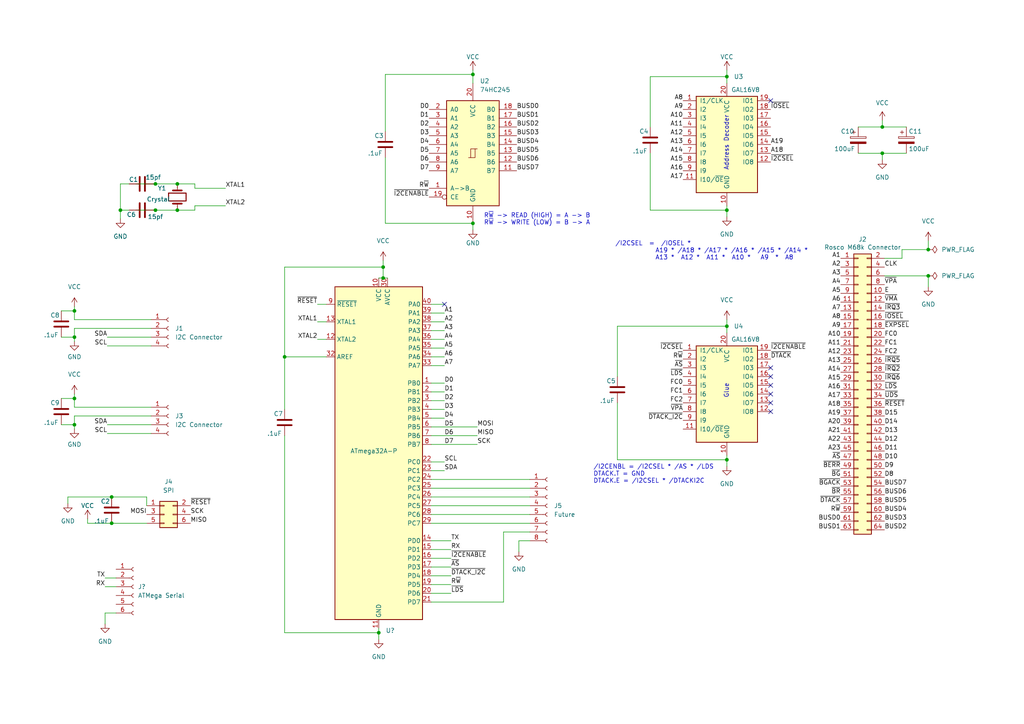
<source format=kicad_sch>
(kicad_sch (version 20211123) (generator eeschema)

  (uuid e63e39d7-6ac0-4ffd-8aa3-1841a4541b55)

  (paper "A4")

  (lib_symbols
    (symbol "74xx:74HC245" (pin_names (offset 1.016)) (in_bom yes) (on_board yes)
      (property "Reference" "U" (id 0) (at -7.62 16.51 0)
        (effects (font (size 1.27 1.27)))
      )
      (property "Value" "74HC245" (id 1) (at -7.62 -16.51 0)
        (effects (font (size 1.27 1.27)))
      )
      (property "Footprint" "" (id 2) (at 0 0 0)
        (effects (font (size 1.27 1.27)) hide)
      )
      (property "Datasheet" "http://www.ti.com/lit/gpn/sn74HC245" (id 3) (at 0 0 0)
        (effects (font (size 1.27 1.27)) hide)
      )
      (property "ki_locked" "" (id 4) (at 0 0 0)
        (effects (font (size 1.27 1.27)))
      )
      (property "ki_keywords" "HCMOS BUS 3State" (id 5) (at 0 0 0)
        (effects (font (size 1.27 1.27)) hide)
      )
      (property "ki_description" "Octal BUS Transceivers, 3-State outputs" (id 6) (at 0 0 0)
        (effects (font (size 1.27 1.27)) hide)
      )
      (property "ki_fp_filters" "DIP?20*" (id 7) (at 0 0 0)
        (effects (font (size 1.27 1.27)) hide)
      )
      (symbol "74HC245_1_0"
        (polyline
          (pts
            (xy -0.635 -1.27)
            (xy -0.635 1.27)
            (xy 0.635 1.27)
          )
          (stroke (width 0) (type default) (color 0 0 0 0))
          (fill (type none))
        )
        (polyline
          (pts
            (xy -1.27 -1.27)
            (xy 0.635 -1.27)
            (xy 0.635 1.27)
            (xy 1.27 1.27)
          )
          (stroke (width 0) (type default) (color 0 0 0 0))
          (fill (type none))
        )
        (pin input line (at -12.7 -10.16 0) (length 5.08)
          (name "A->B" (effects (font (size 1.27 1.27))))
          (number "1" (effects (font (size 1.27 1.27))))
        )
        (pin power_in line (at 0 -20.32 90) (length 5.08)
          (name "GND" (effects (font (size 1.27 1.27))))
          (number "10" (effects (font (size 1.27 1.27))))
        )
        (pin tri_state line (at 12.7 -5.08 180) (length 5.08)
          (name "B7" (effects (font (size 1.27 1.27))))
          (number "11" (effects (font (size 1.27 1.27))))
        )
        (pin tri_state line (at 12.7 -2.54 180) (length 5.08)
          (name "B6" (effects (font (size 1.27 1.27))))
          (number "12" (effects (font (size 1.27 1.27))))
        )
        (pin tri_state line (at 12.7 0 180) (length 5.08)
          (name "B5" (effects (font (size 1.27 1.27))))
          (number "13" (effects (font (size 1.27 1.27))))
        )
        (pin tri_state line (at 12.7 2.54 180) (length 5.08)
          (name "B4" (effects (font (size 1.27 1.27))))
          (number "14" (effects (font (size 1.27 1.27))))
        )
        (pin tri_state line (at 12.7 5.08 180) (length 5.08)
          (name "B3" (effects (font (size 1.27 1.27))))
          (number "15" (effects (font (size 1.27 1.27))))
        )
        (pin tri_state line (at 12.7 7.62 180) (length 5.08)
          (name "B2" (effects (font (size 1.27 1.27))))
          (number "16" (effects (font (size 1.27 1.27))))
        )
        (pin tri_state line (at 12.7 10.16 180) (length 5.08)
          (name "B1" (effects (font (size 1.27 1.27))))
          (number "17" (effects (font (size 1.27 1.27))))
        )
        (pin tri_state line (at 12.7 12.7 180) (length 5.08)
          (name "B0" (effects (font (size 1.27 1.27))))
          (number "18" (effects (font (size 1.27 1.27))))
        )
        (pin input inverted (at -12.7 -12.7 0) (length 5.08)
          (name "CE" (effects (font (size 1.27 1.27))))
          (number "19" (effects (font (size 1.27 1.27))))
        )
        (pin tri_state line (at -12.7 12.7 0) (length 5.08)
          (name "A0" (effects (font (size 1.27 1.27))))
          (number "2" (effects (font (size 1.27 1.27))))
        )
        (pin power_in line (at 0 20.32 270) (length 5.08)
          (name "VCC" (effects (font (size 1.27 1.27))))
          (number "20" (effects (font (size 1.27 1.27))))
        )
        (pin tri_state line (at -12.7 10.16 0) (length 5.08)
          (name "A1" (effects (font (size 1.27 1.27))))
          (number "3" (effects (font (size 1.27 1.27))))
        )
        (pin tri_state line (at -12.7 7.62 0) (length 5.08)
          (name "A2" (effects (font (size 1.27 1.27))))
          (number "4" (effects (font (size 1.27 1.27))))
        )
        (pin tri_state line (at -12.7 5.08 0) (length 5.08)
          (name "A3" (effects (font (size 1.27 1.27))))
          (number "5" (effects (font (size 1.27 1.27))))
        )
        (pin tri_state line (at -12.7 2.54 0) (length 5.08)
          (name "A4" (effects (font (size 1.27 1.27))))
          (number "6" (effects (font (size 1.27 1.27))))
        )
        (pin tri_state line (at -12.7 0 0) (length 5.08)
          (name "A5" (effects (font (size 1.27 1.27))))
          (number "7" (effects (font (size 1.27 1.27))))
        )
        (pin tri_state line (at -12.7 -2.54 0) (length 5.08)
          (name "A6" (effects (font (size 1.27 1.27))))
          (number "8" (effects (font (size 1.27 1.27))))
        )
        (pin tri_state line (at -12.7 -5.08 0) (length 5.08)
          (name "A7" (effects (font (size 1.27 1.27))))
          (number "9" (effects (font (size 1.27 1.27))))
        )
      )
      (symbol "74HC245_1_1"
        (rectangle (start -7.62 15.24) (end 7.62 -15.24)
          (stroke (width 0.254) (type default) (color 0 0 0 0))
          (fill (type background))
        )
      )
    )
    (symbol "Connector:Conn_01x04_Female" (pin_names (offset 1.016) hide) (in_bom yes) (on_board yes)
      (property "Reference" "J" (id 0) (at 0 5.08 0)
        (effects (font (size 1.27 1.27)))
      )
      (property "Value" "Conn_01x04_Female" (id 1) (at 0 -7.62 0)
        (effects (font (size 1.27 1.27)))
      )
      (property "Footprint" "" (id 2) (at 0 0 0)
        (effects (font (size 1.27 1.27)) hide)
      )
      (property "Datasheet" "~" (id 3) (at 0 0 0)
        (effects (font (size 1.27 1.27)) hide)
      )
      (property "ki_keywords" "connector" (id 4) (at 0 0 0)
        (effects (font (size 1.27 1.27)) hide)
      )
      (property "ki_description" "Generic connector, single row, 01x04, script generated (kicad-library-utils/schlib/autogen/connector/)" (id 5) (at 0 0 0)
        (effects (font (size 1.27 1.27)) hide)
      )
      (property "ki_fp_filters" "Connector*:*_1x??_*" (id 6) (at 0 0 0)
        (effects (font (size 1.27 1.27)) hide)
      )
      (symbol "Conn_01x04_Female_1_1"
        (arc (start 0 -4.572) (mid -0.508 -5.08) (end 0 -5.588)
          (stroke (width 0.1524) (type default) (color 0 0 0 0))
          (fill (type none))
        )
        (arc (start 0 -2.032) (mid -0.508 -2.54) (end 0 -3.048)
          (stroke (width 0.1524) (type default) (color 0 0 0 0))
          (fill (type none))
        )
        (polyline
          (pts
            (xy -1.27 -5.08)
            (xy -0.508 -5.08)
          )
          (stroke (width 0.1524) (type default) (color 0 0 0 0))
          (fill (type none))
        )
        (polyline
          (pts
            (xy -1.27 -2.54)
            (xy -0.508 -2.54)
          )
          (stroke (width 0.1524) (type default) (color 0 0 0 0))
          (fill (type none))
        )
        (polyline
          (pts
            (xy -1.27 0)
            (xy -0.508 0)
          )
          (stroke (width 0.1524) (type default) (color 0 0 0 0))
          (fill (type none))
        )
        (polyline
          (pts
            (xy -1.27 2.54)
            (xy -0.508 2.54)
          )
          (stroke (width 0.1524) (type default) (color 0 0 0 0))
          (fill (type none))
        )
        (arc (start 0 0.508) (mid -0.508 0) (end 0 -0.508)
          (stroke (width 0.1524) (type default) (color 0 0 0 0))
          (fill (type none))
        )
        (arc (start 0 3.048) (mid -0.508 2.54) (end 0 2.032)
          (stroke (width 0.1524) (type default) (color 0 0 0 0))
          (fill (type none))
        )
        (pin passive line (at -5.08 2.54 0) (length 3.81)
          (name "Pin_1" (effects (font (size 1.27 1.27))))
          (number "1" (effects (font (size 1.27 1.27))))
        )
        (pin passive line (at -5.08 0 0) (length 3.81)
          (name "Pin_2" (effects (font (size 1.27 1.27))))
          (number "2" (effects (font (size 1.27 1.27))))
        )
        (pin passive line (at -5.08 -2.54 0) (length 3.81)
          (name "Pin_3" (effects (font (size 1.27 1.27))))
          (number "3" (effects (font (size 1.27 1.27))))
        )
        (pin passive line (at -5.08 -5.08 0) (length 3.81)
          (name "Pin_4" (effects (font (size 1.27 1.27))))
          (number "4" (effects (font (size 1.27 1.27))))
        )
      )
    )
    (symbol "Connector:Conn_01x06_Female" (pin_names (offset 1.016) hide) (in_bom yes) (on_board yes)
      (property "Reference" "J" (id 0) (at 0 7.62 0)
        (effects (font (size 1.27 1.27)))
      )
      (property "Value" "Conn_01x06_Female" (id 1) (at 0 -10.16 0)
        (effects (font (size 1.27 1.27)))
      )
      (property "Footprint" "" (id 2) (at 0 0 0)
        (effects (font (size 1.27 1.27)) hide)
      )
      (property "Datasheet" "~" (id 3) (at 0 0 0)
        (effects (font (size 1.27 1.27)) hide)
      )
      (property "ki_keywords" "connector" (id 4) (at 0 0 0)
        (effects (font (size 1.27 1.27)) hide)
      )
      (property "ki_description" "Generic connector, single row, 01x06, script generated (kicad-library-utils/schlib/autogen/connector/)" (id 5) (at 0 0 0)
        (effects (font (size 1.27 1.27)) hide)
      )
      (property "ki_fp_filters" "Connector*:*_1x??_*" (id 6) (at 0 0 0)
        (effects (font (size 1.27 1.27)) hide)
      )
      (symbol "Conn_01x06_Female_1_1"
        (arc (start 0 -7.112) (mid -0.508 -7.62) (end 0 -8.128)
          (stroke (width 0.1524) (type default) (color 0 0 0 0))
          (fill (type none))
        )
        (arc (start 0 -4.572) (mid -0.508 -5.08) (end 0 -5.588)
          (stroke (width 0.1524) (type default) (color 0 0 0 0))
          (fill (type none))
        )
        (arc (start 0 -2.032) (mid -0.508 -2.54) (end 0 -3.048)
          (stroke (width 0.1524) (type default) (color 0 0 0 0))
          (fill (type none))
        )
        (polyline
          (pts
            (xy -1.27 -7.62)
            (xy -0.508 -7.62)
          )
          (stroke (width 0.1524) (type default) (color 0 0 0 0))
          (fill (type none))
        )
        (polyline
          (pts
            (xy -1.27 -5.08)
            (xy -0.508 -5.08)
          )
          (stroke (width 0.1524) (type default) (color 0 0 0 0))
          (fill (type none))
        )
        (polyline
          (pts
            (xy -1.27 -2.54)
            (xy -0.508 -2.54)
          )
          (stroke (width 0.1524) (type default) (color 0 0 0 0))
          (fill (type none))
        )
        (polyline
          (pts
            (xy -1.27 0)
            (xy -0.508 0)
          )
          (stroke (width 0.1524) (type default) (color 0 0 0 0))
          (fill (type none))
        )
        (polyline
          (pts
            (xy -1.27 2.54)
            (xy -0.508 2.54)
          )
          (stroke (width 0.1524) (type default) (color 0 0 0 0))
          (fill (type none))
        )
        (polyline
          (pts
            (xy -1.27 5.08)
            (xy -0.508 5.08)
          )
          (stroke (width 0.1524) (type default) (color 0 0 0 0))
          (fill (type none))
        )
        (arc (start 0 0.508) (mid -0.508 0) (end 0 -0.508)
          (stroke (width 0.1524) (type default) (color 0 0 0 0))
          (fill (type none))
        )
        (arc (start 0 3.048) (mid -0.508 2.54) (end 0 2.032)
          (stroke (width 0.1524) (type default) (color 0 0 0 0))
          (fill (type none))
        )
        (arc (start 0 5.588) (mid -0.508 5.08) (end 0 4.572)
          (stroke (width 0.1524) (type default) (color 0 0 0 0))
          (fill (type none))
        )
        (pin passive line (at -5.08 5.08 0) (length 3.81)
          (name "Pin_1" (effects (font (size 1.27 1.27))))
          (number "1" (effects (font (size 1.27 1.27))))
        )
        (pin passive line (at -5.08 2.54 0) (length 3.81)
          (name "Pin_2" (effects (font (size 1.27 1.27))))
          (number "2" (effects (font (size 1.27 1.27))))
        )
        (pin passive line (at -5.08 0 0) (length 3.81)
          (name "Pin_3" (effects (font (size 1.27 1.27))))
          (number "3" (effects (font (size 1.27 1.27))))
        )
        (pin passive line (at -5.08 -2.54 0) (length 3.81)
          (name "Pin_4" (effects (font (size 1.27 1.27))))
          (number "4" (effects (font (size 1.27 1.27))))
        )
        (pin passive line (at -5.08 -5.08 0) (length 3.81)
          (name "Pin_5" (effects (font (size 1.27 1.27))))
          (number "5" (effects (font (size 1.27 1.27))))
        )
        (pin passive line (at -5.08 -7.62 0) (length 3.81)
          (name "Pin_6" (effects (font (size 1.27 1.27))))
          (number "6" (effects (font (size 1.27 1.27))))
        )
      )
    )
    (symbol "Connector:Conn_01x08_Female" (pin_names (offset 1.016) hide) (in_bom yes) (on_board yes)
      (property "Reference" "J" (id 0) (at 0 10.16 0)
        (effects (font (size 1.27 1.27)))
      )
      (property "Value" "Conn_01x08_Female" (id 1) (at 0 -12.7 0)
        (effects (font (size 1.27 1.27)))
      )
      (property "Footprint" "" (id 2) (at 0 0 0)
        (effects (font (size 1.27 1.27)) hide)
      )
      (property "Datasheet" "~" (id 3) (at 0 0 0)
        (effects (font (size 1.27 1.27)) hide)
      )
      (property "ki_keywords" "connector" (id 4) (at 0 0 0)
        (effects (font (size 1.27 1.27)) hide)
      )
      (property "ki_description" "Generic connector, single row, 01x08, script generated (kicad-library-utils/schlib/autogen/connector/)" (id 5) (at 0 0 0)
        (effects (font (size 1.27 1.27)) hide)
      )
      (property "ki_fp_filters" "Connector*:*_1x??_*" (id 6) (at 0 0 0)
        (effects (font (size 1.27 1.27)) hide)
      )
      (symbol "Conn_01x08_Female_1_1"
        (arc (start 0 -9.652) (mid -0.508 -10.16) (end 0 -10.668)
          (stroke (width 0.1524) (type default) (color 0 0 0 0))
          (fill (type none))
        )
        (arc (start 0 -7.112) (mid -0.508 -7.62) (end 0 -8.128)
          (stroke (width 0.1524) (type default) (color 0 0 0 0))
          (fill (type none))
        )
        (arc (start 0 -4.572) (mid -0.508 -5.08) (end 0 -5.588)
          (stroke (width 0.1524) (type default) (color 0 0 0 0))
          (fill (type none))
        )
        (arc (start 0 -2.032) (mid -0.508 -2.54) (end 0 -3.048)
          (stroke (width 0.1524) (type default) (color 0 0 0 0))
          (fill (type none))
        )
        (polyline
          (pts
            (xy -1.27 -10.16)
            (xy -0.508 -10.16)
          )
          (stroke (width 0.1524) (type default) (color 0 0 0 0))
          (fill (type none))
        )
        (polyline
          (pts
            (xy -1.27 -7.62)
            (xy -0.508 -7.62)
          )
          (stroke (width 0.1524) (type default) (color 0 0 0 0))
          (fill (type none))
        )
        (polyline
          (pts
            (xy -1.27 -5.08)
            (xy -0.508 -5.08)
          )
          (stroke (width 0.1524) (type default) (color 0 0 0 0))
          (fill (type none))
        )
        (polyline
          (pts
            (xy -1.27 -2.54)
            (xy -0.508 -2.54)
          )
          (stroke (width 0.1524) (type default) (color 0 0 0 0))
          (fill (type none))
        )
        (polyline
          (pts
            (xy -1.27 0)
            (xy -0.508 0)
          )
          (stroke (width 0.1524) (type default) (color 0 0 0 0))
          (fill (type none))
        )
        (polyline
          (pts
            (xy -1.27 2.54)
            (xy -0.508 2.54)
          )
          (stroke (width 0.1524) (type default) (color 0 0 0 0))
          (fill (type none))
        )
        (polyline
          (pts
            (xy -1.27 5.08)
            (xy -0.508 5.08)
          )
          (stroke (width 0.1524) (type default) (color 0 0 0 0))
          (fill (type none))
        )
        (polyline
          (pts
            (xy -1.27 7.62)
            (xy -0.508 7.62)
          )
          (stroke (width 0.1524) (type default) (color 0 0 0 0))
          (fill (type none))
        )
        (arc (start 0 0.508) (mid -0.508 0) (end 0 -0.508)
          (stroke (width 0.1524) (type default) (color 0 0 0 0))
          (fill (type none))
        )
        (arc (start 0 3.048) (mid -0.508 2.54) (end 0 2.032)
          (stroke (width 0.1524) (type default) (color 0 0 0 0))
          (fill (type none))
        )
        (arc (start 0 5.588) (mid -0.508 5.08) (end 0 4.572)
          (stroke (width 0.1524) (type default) (color 0 0 0 0))
          (fill (type none))
        )
        (arc (start 0 8.128) (mid -0.508 7.62) (end 0 7.112)
          (stroke (width 0.1524) (type default) (color 0 0 0 0))
          (fill (type none))
        )
        (pin passive line (at -5.08 7.62 0) (length 3.81)
          (name "Pin_1" (effects (font (size 1.27 1.27))))
          (number "1" (effects (font (size 1.27 1.27))))
        )
        (pin passive line (at -5.08 5.08 0) (length 3.81)
          (name "Pin_2" (effects (font (size 1.27 1.27))))
          (number "2" (effects (font (size 1.27 1.27))))
        )
        (pin passive line (at -5.08 2.54 0) (length 3.81)
          (name "Pin_3" (effects (font (size 1.27 1.27))))
          (number "3" (effects (font (size 1.27 1.27))))
        )
        (pin passive line (at -5.08 0 0) (length 3.81)
          (name "Pin_4" (effects (font (size 1.27 1.27))))
          (number "4" (effects (font (size 1.27 1.27))))
        )
        (pin passive line (at -5.08 -2.54 0) (length 3.81)
          (name "Pin_5" (effects (font (size 1.27 1.27))))
          (number "5" (effects (font (size 1.27 1.27))))
        )
        (pin passive line (at -5.08 -5.08 0) (length 3.81)
          (name "Pin_6" (effects (font (size 1.27 1.27))))
          (number "6" (effects (font (size 1.27 1.27))))
        )
        (pin passive line (at -5.08 -7.62 0) (length 3.81)
          (name "Pin_7" (effects (font (size 1.27 1.27))))
          (number "7" (effects (font (size 1.27 1.27))))
        )
        (pin passive line (at -5.08 -10.16 0) (length 3.81)
          (name "Pin_8" (effects (font (size 1.27 1.27))))
          (number "8" (effects (font (size 1.27 1.27))))
        )
      )
    )
    (symbol "Connector_Generic:Conn_02x03_Odd_Even" (pin_names (offset 1.016) hide) (in_bom yes) (on_board yes)
      (property "Reference" "J" (id 0) (at 1.27 5.08 0)
        (effects (font (size 1.27 1.27)))
      )
      (property "Value" "Conn_02x03_Odd_Even" (id 1) (at 1.27 -5.08 0)
        (effects (font (size 1.27 1.27)))
      )
      (property "Footprint" "" (id 2) (at 0 0 0)
        (effects (font (size 1.27 1.27)) hide)
      )
      (property "Datasheet" "~" (id 3) (at 0 0 0)
        (effects (font (size 1.27 1.27)) hide)
      )
      (property "ki_keywords" "connector" (id 4) (at 0 0 0)
        (effects (font (size 1.27 1.27)) hide)
      )
      (property "ki_description" "Generic connector, double row, 02x03, odd/even pin numbering scheme (row 1 odd numbers, row 2 even numbers), script generated (kicad-library-utils/schlib/autogen/connector/)" (id 5) (at 0 0 0)
        (effects (font (size 1.27 1.27)) hide)
      )
      (property "ki_fp_filters" "Connector*:*_2x??_*" (id 6) (at 0 0 0)
        (effects (font (size 1.27 1.27)) hide)
      )
      (symbol "Conn_02x03_Odd_Even_1_1"
        (rectangle (start -1.27 -2.413) (end 0 -2.667)
          (stroke (width 0.1524) (type default) (color 0 0 0 0))
          (fill (type none))
        )
        (rectangle (start -1.27 0.127) (end 0 -0.127)
          (stroke (width 0.1524) (type default) (color 0 0 0 0))
          (fill (type none))
        )
        (rectangle (start -1.27 2.667) (end 0 2.413)
          (stroke (width 0.1524) (type default) (color 0 0 0 0))
          (fill (type none))
        )
        (rectangle (start -1.27 3.81) (end 3.81 -3.81)
          (stroke (width 0.254) (type default) (color 0 0 0 0))
          (fill (type background))
        )
        (rectangle (start 3.81 -2.413) (end 2.54 -2.667)
          (stroke (width 0.1524) (type default) (color 0 0 0 0))
          (fill (type none))
        )
        (rectangle (start 3.81 0.127) (end 2.54 -0.127)
          (stroke (width 0.1524) (type default) (color 0 0 0 0))
          (fill (type none))
        )
        (rectangle (start 3.81 2.667) (end 2.54 2.413)
          (stroke (width 0.1524) (type default) (color 0 0 0 0))
          (fill (type none))
        )
        (pin passive line (at -5.08 2.54 0) (length 3.81)
          (name "Pin_1" (effects (font (size 1.27 1.27))))
          (number "1" (effects (font (size 1.27 1.27))))
        )
        (pin passive line (at 7.62 2.54 180) (length 3.81)
          (name "Pin_2" (effects (font (size 1.27 1.27))))
          (number "2" (effects (font (size 1.27 1.27))))
        )
        (pin passive line (at -5.08 0 0) (length 3.81)
          (name "Pin_3" (effects (font (size 1.27 1.27))))
          (number "3" (effects (font (size 1.27 1.27))))
        )
        (pin passive line (at 7.62 0 180) (length 3.81)
          (name "Pin_4" (effects (font (size 1.27 1.27))))
          (number "4" (effects (font (size 1.27 1.27))))
        )
        (pin passive line (at -5.08 -2.54 0) (length 3.81)
          (name "Pin_5" (effects (font (size 1.27 1.27))))
          (number "5" (effects (font (size 1.27 1.27))))
        )
        (pin passive line (at 7.62 -2.54 180) (length 3.81)
          (name "Pin_6" (effects (font (size 1.27 1.27))))
          (number "6" (effects (font (size 1.27 1.27))))
        )
      )
    )
    (symbol "Connector_Generic:Conn_02x32_Odd_Even" (pin_names (offset 1.016) hide) (in_bom yes) (on_board yes)
      (property "Reference" "J" (id 0) (at 1.27 40.64 0)
        (effects (font (size 1.27 1.27)))
      )
      (property "Value" "Conn_02x32_Odd_Even" (id 1) (at 1.27 -43.18 0)
        (effects (font (size 1.27 1.27)))
      )
      (property "Footprint" "" (id 2) (at 0 0 0)
        (effects (font (size 1.27 1.27)) hide)
      )
      (property "Datasheet" "~" (id 3) (at 0 0 0)
        (effects (font (size 1.27 1.27)) hide)
      )
      (property "ki_keywords" "connector" (id 4) (at 0 0 0)
        (effects (font (size 1.27 1.27)) hide)
      )
      (property "ki_description" "Generic connector, double row, 02x32, odd/even pin numbering scheme (row 1 odd numbers, row 2 even numbers), script generated (kicad-library-utils/schlib/autogen/connector/)" (id 5) (at 0 0 0)
        (effects (font (size 1.27 1.27)) hide)
      )
      (property "ki_fp_filters" "Connector*:*_2x??_*" (id 6) (at 0 0 0)
        (effects (font (size 1.27 1.27)) hide)
      )
      (symbol "Conn_02x32_Odd_Even_1_1"
        (rectangle (start -1.27 -40.513) (end 0 -40.767)
          (stroke (width 0.1524) (type default) (color 0 0 0 0))
          (fill (type none))
        )
        (rectangle (start -1.27 -37.973) (end 0 -38.227)
          (stroke (width 0.1524) (type default) (color 0 0 0 0))
          (fill (type none))
        )
        (rectangle (start -1.27 -35.433) (end 0 -35.687)
          (stroke (width 0.1524) (type default) (color 0 0 0 0))
          (fill (type none))
        )
        (rectangle (start -1.27 -32.893) (end 0 -33.147)
          (stroke (width 0.1524) (type default) (color 0 0 0 0))
          (fill (type none))
        )
        (rectangle (start -1.27 -30.353) (end 0 -30.607)
          (stroke (width 0.1524) (type default) (color 0 0 0 0))
          (fill (type none))
        )
        (rectangle (start -1.27 -27.813) (end 0 -28.067)
          (stroke (width 0.1524) (type default) (color 0 0 0 0))
          (fill (type none))
        )
        (rectangle (start -1.27 -25.273) (end 0 -25.527)
          (stroke (width 0.1524) (type default) (color 0 0 0 0))
          (fill (type none))
        )
        (rectangle (start -1.27 -22.733) (end 0 -22.987)
          (stroke (width 0.1524) (type default) (color 0 0 0 0))
          (fill (type none))
        )
        (rectangle (start -1.27 -20.193) (end 0 -20.447)
          (stroke (width 0.1524) (type default) (color 0 0 0 0))
          (fill (type none))
        )
        (rectangle (start -1.27 -17.653) (end 0 -17.907)
          (stroke (width 0.1524) (type default) (color 0 0 0 0))
          (fill (type none))
        )
        (rectangle (start -1.27 -15.113) (end 0 -15.367)
          (stroke (width 0.1524) (type default) (color 0 0 0 0))
          (fill (type none))
        )
        (rectangle (start -1.27 -12.573) (end 0 -12.827)
          (stroke (width 0.1524) (type default) (color 0 0 0 0))
          (fill (type none))
        )
        (rectangle (start -1.27 -10.033) (end 0 -10.287)
          (stroke (width 0.1524) (type default) (color 0 0 0 0))
          (fill (type none))
        )
        (rectangle (start -1.27 -7.493) (end 0 -7.747)
          (stroke (width 0.1524) (type default) (color 0 0 0 0))
          (fill (type none))
        )
        (rectangle (start -1.27 -4.953) (end 0 -5.207)
          (stroke (width 0.1524) (type default) (color 0 0 0 0))
          (fill (type none))
        )
        (rectangle (start -1.27 -2.413) (end 0 -2.667)
          (stroke (width 0.1524) (type default) (color 0 0 0 0))
          (fill (type none))
        )
        (rectangle (start -1.27 0.127) (end 0 -0.127)
          (stroke (width 0.1524) (type default) (color 0 0 0 0))
          (fill (type none))
        )
        (rectangle (start -1.27 2.667) (end 0 2.413)
          (stroke (width 0.1524) (type default) (color 0 0 0 0))
          (fill (type none))
        )
        (rectangle (start -1.27 5.207) (end 0 4.953)
          (stroke (width 0.1524) (type default) (color 0 0 0 0))
          (fill (type none))
        )
        (rectangle (start -1.27 7.747) (end 0 7.493)
          (stroke (width 0.1524) (type default) (color 0 0 0 0))
          (fill (type none))
        )
        (rectangle (start -1.27 10.287) (end 0 10.033)
          (stroke (width 0.1524) (type default) (color 0 0 0 0))
          (fill (type none))
        )
        (rectangle (start -1.27 12.827) (end 0 12.573)
          (stroke (width 0.1524) (type default) (color 0 0 0 0))
          (fill (type none))
        )
        (rectangle (start -1.27 15.367) (end 0 15.113)
          (stroke (width 0.1524) (type default) (color 0 0 0 0))
          (fill (type none))
        )
        (rectangle (start -1.27 17.907) (end 0 17.653)
          (stroke (width 0.1524) (type default) (color 0 0 0 0))
          (fill (type none))
        )
        (rectangle (start -1.27 20.447) (end 0 20.193)
          (stroke (width 0.1524) (type default) (color 0 0 0 0))
          (fill (type none))
        )
        (rectangle (start -1.27 22.987) (end 0 22.733)
          (stroke (width 0.1524) (type default) (color 0 0 0 0))
          (fill (type none))
        )
        (rectangle (start -1.27 25.527) (end 0 25.273)
          (stroke (width 0.1524) (type default) (color 0 0 0 0))
          (fill (type none))
        )
        (rectangle (start -1.27 28.067) (end 0 27.813)
          (stroke (width 0.1524) (type default) (color 0 0 0 0))
          (fill (type none))
        )
        (rectangle (start -1.27 30.607) (end 0 30.353)
          (stroke (width 0.1524) (type default) (color 0 0 0 0))
          (fill (type none))
        )
        (rectangle (start -1.27 33.147) (end 0 32.893)
          (stroke (width 0.1524) (type default) (color 0 0 0 0))
          (fill (type none))
        )
        (rectangle (start -1.27 35.687) (end 0 35.433)
          (stroke (width 0.1524) (type default) (color 0 0 0 0))
          (fill (type none))
        )
        (rectangle (start -1.27 38.227) (end 0 37.973)
          (stroke (width 0.1524) (type default) (color 0 0 0 0))
          (fill (type none))
        )
        (rectangle (start -1.27 39.37) (end 3.81 -41.91)
          (stroke (width 0.254) (type default) (color 0 0 0 0))
          (fill (type background))
        )
        (rectangle (start 3.81 -40.513) (end 2.54 -40.767)
          (stroke (width 0.1524) (type default) (color 0 0 0 0))
          (fill (type none))
        )
        (rectangle (start 3.81 -37.973) (end 2.54 -38.227)
          (stroke (width 0.1524) (type default) (color 0 0 0 0))
          (fill (type none))
        )
        (rectangle (start 3.81 -35.433) (end 2.54 -35.687)
          (stroke (width 0.1524) (type default) (color 0 0 0 0))
          (fill (type none))
        )
        (rectangle (start 3.81 -32.893) (end 2.54 -33.147)
          (stroke (width 0.1524) (type default) (color 0 0 0 0))
          (fill (type none))
        )
        (rectangle (start 3.81 -30.353) (end 2.54 -30.607)
          (stroke (width 0.1524) (type default) (color 0 0 0 0))
          (fill (type none))
        )
        (rectangle (start 3.81 -27.813) (end 2.54 -28.067)
          (stroke (width 0.1524) (type default) (color 0 0 0 0))
          (fill (type none))
        )
        (rectangle (start 3.81 -25.273) (end 2.54 -25.527)
          (stroke (width 0.1524) (type default) (color 0 0 0 0))
          (fill (type none))
        )
        (rectangle (start 3.81 -22.733) (end 2.54 -22.987)
          (stroke (width 0.1524) (type default) (color 0 0 0 0))
          (fill (type none))
        )
        (rectangle (start 3.81 -20.193) (end 2.54 -20.447)
          (stroke (width 0.1524) (type default) (color 0 0 0 0))
          (fill (type none))
        )
        (rectangle (start 3.81 -17.653) (end 2.54 -17.907)
          (stroke (width 0.1524) (type default) (color 0 0 0 0))
          (fill (type none))
        )
        (rectangle (start 3.81 -15.113) (end 2.54 -15.367)
          (stroke (width 0.1524) (type default) (color 0 0 0 0))
          (fill (type none))
        )
        (rectangle (start 3.81 -12.573) (end 2.54 -12.827)
          (stroke (width 0.1524) (type default) (color 0 0 0 0))
          (fill (type none))
        )
        (rectangle (start 3.81 -10.033) (end 2.54 -10.287)
          (stroke (width 0.1524) (type default) (color 0 0 0 0))
          (fill (type none))
        )
        (rectangle (start 3.81 -7.493) (end 2.54 -7.747)
          (stroke (width 0.1524) (type default) (color 0 0 0 0))
          (fill (type none))
        )
        (rectangle (start 3.81 -4.953) (end 2.54 -5.207)
          (stroke (width 0.1524) (type default) (color 0 0 0 0))
          (fill (type none))
        )
        (rectangle (start 3.81 -2.413) (end 2.54 -2.667)
          (stroke (width 0.1524) (type default) (color 0 0 0 0))
          (fill (type none))
        )
        (rectangle (start 3.81 0.127) (end 2.54 -0.127)
          (stroke (width 0.1524) (type default) (color 0 0 0 0))
          (fill (type none))
        )
        (rectangle (start 3.81 2.667) (end 2.54 2.413)
          (stroke (width 0.1524) (type default) (color 0 0 0 0))
          (fill (type none))
        )
        (rectangle (start 3.81 5.207) (end 2.54 4.953)
          (stroke (width 0.1524) (type default) (color 0 0 0 0))
          (fill (type none))
        )
        (rectangle (start 3.81 7.747) (end 2.54 7.493)
          (stroke (width 0.1524) (type default) (color 0 0 0 0))
          (fill (type none))
        )
        (rectangle (start 3.81 10.287) (end 2.54 10.033)
          (stroke (width 0.1524) (type default) (color 0 0 0 0))
          (fill (type none))
        )
        (rectangle (start 3.81 12.827) (end 2.54 12.573)
          (stroke (width 0.1524) (type default) (color 0 0 0 0))
          (fill (type none))
        )
        (rectangle (start 3.81 15.367) (end 2.54 15.113)
          (stroke (width 0.1524) (type default) (color 0 0 0 0))
          (fill (type none))
        )
        (rectangle (start 3.81 17.907) (end 2.54 17.653)
          (stroke (width 0.1524) (type default) (color 0 0 0 0))
          (fill (type none))
        )
        (rectangle (start 3.81 20.447) (end 2.54 20.193)
          (stroke (width 0.1524) (type default) (color 0 0 0 0))
          (fill (type none))
        )
        (rectangle (start 3.81 22.987) (end 2.54 22.733)
          (stroke (width 0.1524) (type default) (color 0 0 0 0))
          (fill (type none))
        )
        (rectangle (start 3.81 25.527) (end 2.54 25.273)
          (stroke (width 0.1524) (type default) (color 0 0 0 0))
          (fill (type none))
        )
        (rectangle (start 3.81 28.067) (end 2.54 27.813)
          (stroke (width 0.1524) (type default) (color 0 0 0 0))
          (fill (type none))
        )
        (rectangle (start 3.81 30.607) (end 2.54 30.353)
          (stroke (width 0.1524) (type default) (color 0 0 0 0))
          (fill (type none))
        )
        (rectangle (start 3.81 33.147) (end 2.54 32.893)
          (stroke (width 0.1524) (type default) (color 0 0 0 0))
          (fill (type none))
        )
        (rectangle (start 3.81 35.687) (end 2.54 35.433)
          (stroke (width 0.1524) (type default) (color 0 0 0 0))
          (fill (type none))
        )
        (rectangle (start 3.81 38.227) (end 2.54 37.973)
          (stroke (width 0.1524) (type default) (color 0 0 0 0))
          (fill (type none))
        )
        (pin passive line (at -5.08 38.1 0) (length 3.81)
          (name "Pin_1" (effects (font (size 1.27 1.27))))
          (number "1" (effects (font (size 1.27 1.27))))
        )
        (pin passive line (at 7.62 27.94 180) (length 3.81)
          (name "Pin_10" (effects (font (size 1.27 1.27))))
          (number "10" (effects (font (size 1.27 1.27))))
        )
        (pin passive line (at -5.08 25.4 0) (length 3.81)
          (name "Pin_11" (effects (font (size 1.27 1.27))))
          (number "11" (effects (font (size 1.27 1.27))))
        )
        (pin passive line (at 7.62 25.4 180) (length 3.81)
          (name "Pin_12" (effects (font (size 1.27 1.27))))
          (number "12" (effects (font (size 1.27 1.27))))
        )
        (pin passive line (at -5.08 22.86 0) (length 3.81)
          (name "Pin_13" (effects (font (size 1.27 1.27))))
          (number "13" (effects (font (size 1.27 1.27))))
        )
        (pin passive line (at 7.62 22.86 180) (length 3.81)
          (name "Pin_14" (effects (font (size 1.27 1.27))))
          (number "14" (effects (font (size 1.27 1.27))))
        )
        (pin passive line (at -5.08 20.32 0) (length 3.81)
          (name "Pin_15" (effects (font (size 1.27 1.27))))
          (number "15" (effects (font (size 1.27 1.27))))
        )
        (pin passive line (at 7.62 20.32 180) (length 3.81)
          (name "Pin_16" (effects (font (size 1.27 1.27))))
          (number "16" (effects (font (size 1.27 1.27))))
        )
        (pin passive line (at -5.08 17.78 0) (length 3.81)
          (name "Pin_17" (effects (font (size 1.27 1.27))))
          (number "17" (effects (font (size 1.27 1.27))))
        )
        (pin passive line (at 7.62 17.78 180) (length 3.81)
          (name "Pin_18" (effects (font (size 1.27 1.27))))
          (number "18" (effects (font (size 1.27 1.27))))
        )
        (pin passive line (at -5.08 15.24 0) (length 3.81)
          (name "Pin_19" (effects (font (size 1.27 1.27))))
          (number "19" (effects (font (size 1.27 1.27))))
        )
        (pin passive line (at 7.62 38.1 180) (length 3.81)
          (name "Pin_2" (effects (font (size 1.27 1.27))))
          (number "2" (effects (font (size 1.27 1.27))))
        )
        (pin passive line (at 7.62 15.24 180) (length 3.81)
          (name "Pin_20" (effects (font (size 1.27 1.27))))
          (number "20" (effects (font (size 1.27 1.27))))
        )
        (pin passive line (at -5.08 12.7 0) (length 3.81)
          (name "Pin_21" (effects (font (size 1.27 1.27))))
          (number "21" (effects (font (size 1.27 1.27))))
        )
        (pin passive line (at 7.62 12.7 180) (length 3.81)
          (name "Pin_22" (effects (font (size 1.27 1.27))))
          (number "22" (effects (font (size 1.27 1.27))))
        )
        (pin passive line (at -5.08 10.16 0) (length 3.81)
          (name "Pin_23" (effects (font (size 1.27 1.27))))
          (number "23" (effects (font (size 1.27 1.27))))
        )
        (pin passive line (at 7.62 10.16 180) (length 3.81)
          (name "Pin_24" (effects (font (size 1.27 1.27))))
          (number "24" (effects (font (size 1.27 1.27))))
        )
        (pin passive line (at -5.08 7.62 0) (length 3.81)
          (name "Pin_25" (effects (font (size 1.27 1.27))))
          (number "25" (effects (font (size 1.27 1.27))))
        )
        (pin passive line (at 7.62 7.62 180) (length 3.81)
          (name "Pin_26" (effects (font (size 1.27 1.27))))
          (number "26" (effects (font (size 1.27 1.27))))
        )
        (pin passive line (at -5.08 5.08 0) (length 3.81)
          (name "Pin_27" (effects (font (size 1.27 1.27))))
          (number "27" (effects (font (size 1.27 1.27))))
        )
        (pin passive line (at 7.62 5.08 180) (length 3.81)
          (name "Pin_28" (effects (font (size 1.27 1.27))))
          (number "28" (effects (font (size 1.27 1.27))))
        )
        (pin passive line (at -5.08 2.54 0) (length 3.81)
          (name "Pin_29" (effects (font (size 1.27 1.27))))
          (number "29" (effects (font (size 1.27 1.27))))
        )
        (pin passive line (at -5.08 35.56 0) (length 3.81)
          (name "Pin_3" (effects (font (size 1.27 1.27))))
          (number "3" (effects (font (size 1.27 1.27))))
        )
        (pin passive line (at 7.62 2.54 180) (length 3.81)
          (name "Pin_30" (effects (font (size 1.27 1.27))))
          (number "30" (effects (font (size 1.27 1.27))))
        )
        (pin passive line (at -5.08 0 0) (length 3.81)
          (name "Pin_31" (effects (font (size 1.27 1.27))))
          (number "31" (effects (font (size 1.27 1.27))))
        )
        (pin passive line (at 7.62 0 180) (length 3.81)
          (name "Pin_32" (effects (font (size 1.27 1.27))))
          (number "32" (effects (font (size 1.27 1.27))))
        )
        (pin passive line (at -5.08 -2.54 0) (length 3.81)
          (name "Pin_33" (effects (font (size 1.27 1.27))))
          (number "33" (effects (font (size 1.27 1.27))))
        )
        (pin passive line (at 7.62 -2.54 180) (length 3.81)
          (name "Pin_34" (effects (font (size 1.27 1.27))))
          (number "34" (effects (font (size 1.27 1.27))))
        )
        (pin passive line (at -5.08 -5.08 0) (length 3.81)
          (name "Pin_35" (effects (font (size 1.27 1.27))))
          (number "35" (effects (font (size 1.27 1.27))))
        )
        (pin passive line (at 7.62 -5.08 180) (length 3.81)
          (name "Pin_36" (effects (font (size 1.27 1.27))))
          (number "36" (effects (font (size 1.27 1.27))))
        )
        (pin passive line (at -5.08 -7.62 0) (length 3.81)
          (name "Pin_37" (effects (font (size 1.27 1.27))))
          (number "37" (effects (font (size 1.27 1.27))))
        )
        (pin passive line (at 7.62 -7.62 180) (length 3.81)
          (name "Pin_38" (effects (font (size 1.27 1.27))))
          (number "38" (effects (font (size 1.27 1.27))))
        )
        (pin passive line (at -5.08 -10.16 0) (length 3.81)
          (name "Pin_39" (effects (font (size 1.27 1.27))))
          (number "39" (effects (font (size 1.27 1.27))))
        )
        (pin passive line (at 7.62 35.56 180) (length 3.81)
          (name "Pin_4" (effects (font (size 1.27 1.27))))
          (number "4" (effects (font (size 1.27 1.27))))
        )
        (pin passive line (at 7.62 -10.16 180) (length 3.81)
          (name "Pin_40" (effects (font (size 1.27 1.27))))
          (number "40" (effects (font (size 1.27 1.27))))
        )
        (pin passive line (at -5.08 -12.7 0) (length 3.81)
          (name "Pin_41" (effects (font (size 1.27 1.27))))
          (number "41" (effects (font (size 1.27 1.27))))
        )
        (pin passive line (at 7.62 -12.7 180) (length 3.81)
          (name "Pin_42" (effects (font (size 1.27 1.27))))
          (number "42" (effects (font (size 1.27 1.27))))
        )
        (pin passive line (at -5.08 -15.24 0) (length 3.81)
          (name "Pin_43" (effects (font (size 1.27 1.27))))
          (number "43" (effects (font (size 1.27 1.27))))
        )
        (pin passive line (at 7.62 -15.24 180) (length 3.81)
          (name "Pin_44" (effects (font (size 1.27 1.27))))
          (number "44" (effects (font (size 1.27 1.27))))
        )
        (pin passive line (at -5.08 -17.78 0) (length 3.81)
          (name "Pin_45" (effects (font (size 1.27 1.27))))
          (number "45" (effects (font (size 1.27 1.27))))
        )
        (pin passive line (at 7.62 -17.78 180) (length 3.81)
          (name "Pin_46" (effects (font (size 1.27 1.27))))
          (number "46" (effects (font (size 1.27 1.27))))
        )
        (pin passive line (at -5.08 -20.32 0) (length 3.81)
          (name "Pin_47" (effects (font (size 1.27 1.27))))
          (number "47" (effects (font (size 1.27 1.27))))
        )
        (pin passive line (at 7.62 -20.32 180) (length 3.81)
          (name "Pin_48" (effects (font (size 1.27 1.27))))
          (number "48" (effects (font (size 1.27 1.27))))
        )
        (pin passive line (at -5.08 -22.86 0) (length 3.81)
          (name "Pin_49" (effects (font (size 1.27 1.27))))
          (number "49" (effects (font (size 1.27 1.27))))
        )
        (pin passive line (at -5.08 33.02 0) (length 3.81)
          (name "Pin_5" (effects (font (size 1.27 1.27))))
          (number "5" (effects (font (size 1.27 1.27))))
        )
        (pin passive line (at 7.62 -22.86 180) (length 3.81)
          (name "Pin_50" (effects (font (size 1.27 1.27))))
          (number "50" (effects (font (size 1.27 1.27))))
        )
        (pin passive line (at -5.08 -25.4 0) (length 3.81)
          (name "Pin_51" (effects (font (size 1.27 1.27))))
          (number "51" (effects (font (size 1.27 1.27))))
        )
        (pin passive line (at 7.62 -25.4 180) (length 3.81)
          (name "Pin_52" (effects (font (size 1.27 1.27))))
          (number "52" (effects (font (size 1.27 1.27))))
        )
        (pin passive line (at -5.08 -27.94 0) (length 3.81)
          (name "Pin_53" (effects (font (size 1.27 1.27))))
          (number "53" (effects (font (size 1.27 1.27))))
        )
        (pin passive line (at 7.62 -27.94 180) (length 3.81)
          (name "Pin_54" (effects (font (size 1.27 1.27))))
          (number "54" (effects (font (size 1.27 1.27))))
        )
        (pin passive line (at -5.08 -30.48 0) (length 3.81)
          (name "Pin_55" (effects (font (size 1.27 1.27))))
          (number "55" (effects (font (size 1.27 1.27))))
        )
        (pin passive line (at 7.62 -30.48 180) (length 3.81)
          (name "Pin_56" (effects (font (size 1.27 1.27))))
          (number "56" (effects (font (size 1.27 1.27))))
        )
        (pin passive line (at -5.08 -33.02 0) (length 3.81)
          (name "Pin_57" (effects (font (size 1.27 1.27))))
          (number "57" (effects (font (size 1.27 1.27))))
        )
        (pin passive line (at 7.62 -33.02 180) (length 3.81)
          (name "Pin_58" (effects (font (size 1.27 1.27))))
          (number "58" (effects (font (size 1.27 1.27))))
        )
        (pin passive line (at -5.08 -35.56 0) (length 3.81)
          (name "Pin_59" (effects (font (size 1.27 1.27))))
          (number "59" (effects (font (size 1.27 1.27))))
        )
        (pin passive line (at 7.62 33.02 180) (length 3.81)
          (name "Pin_6" (effects (font (size 1.27 1.27))))
          (number "6" (effects (font (size 1.27 1.27))))
        )
        (pin passive line (at 7.62 -35.56 180) (length 3.81)
          (name "Pin_60" (effects (font (size 1.27 1.27))))
          (number "60" (effects (font (size 1.27 1.27))))
        )
        (pin passive line (at -5.08 -38.1 0) (length 3.81)
          (name "Pin_61" (effects (font (size 1.27 1.27))))
          (number "61" (effects (font (size 1.27 1.27))))
        )
        (pin passive line (at 7.62 -38.1 180) (length 3.81)
          (name "Pin_62" (effects (font (size 1.27 1.27))))
          (number "62" (effects (font (size 1.27 1.27))))
        )
        (pin passive line (at -5.08 -40.64 0) (length 3.81)
          (name "Pin_63" (effects (font (size 1.27 1.27))))
          (number "63" (effects (font (size 1.27 1.27))))
        )
        (pin passive line (at 7.62 -40.64 180) (length 3.81)
          (name "Pin_64" (effects (font (size 1.27 1.27))))
          (number "64" (effects (font (size 1.27 1.27))))
        )
        (pin passive line (at -5.08 30.48 0) (length 3.81)
          (name "Pin_7" (effects (font (size 1.27 1.27))))
          (number "7" (effects (font (size 1.27 1.27))))
        )
        (pin passive line (at 7.62 30.48 180) (length 3.81)
          (name "Pin_8" (effects (font (size 1.27 1.27))))
          (number "8" (effects (font (size 1.27 1.27))))
        )
        (pin passive line (at -5.08 27.94 0) (length 3.81)
          (name "Pin_9" (effects (font (size 1.27 1.27))))
          (number "9" (effects (font (size 1.27 1.27))))
        )
      )
    )
    (symbol "Device:C" (pin_numbers hide) (pin_names (offset 0.254)) (in_bom yes) (on_board yes)
      (property "Reference" "C" (id 0) (at 0.635 2.54 0)
        (effects (font (size 1.27 1.27)) (justify left))
      )
      (property "Value" "C" (id 1) (at 0.635 -2.54 0)
        (effects (font (size 1.27 1.27)) (justify left))
      )
      (property "Footprint" "" (id 2) (at 0.9652 -3.81 0)
        (effects (font (size 1.27 1.27)) hide)
      )
      (property "Datasheet" "~" (id 3) (at 0 0 0)
        (effects (font (size 1.27 1.27)) hide)
      )
      (property "ki_keywords" "cap capacitor" (id 4) (at 0 0 0)
        (effects (font (size 1.27 1.27)) hide)
      )
      (property "ki_description" "Unpolarized capacitor" (id 5) (at 0 0 0)
        (effects (font (size 1.27 1.27)) hide)
      )
      (property "ki_fp_filters" "C_*" (id 6) (at 0 0 0)
        (effects (font (size 1.27 1.27)) hide)
      )
      (symbol "C_0_1"
        (polyline
          (pts
            (xy -2.032 -0.762)
            (xy 2.032 -0.762)
          )
          (stroke (width 0.508) (type default) (color 0 0 0 0))
          (fill (type none))
        )
        (polyline
          (pts
            (xy -2.032 0.762)
            (xy 2.032 0.762)
          )
          (stroke (width 0.508) (type default) (color 0 0 0 0))
          (fill (type none))
        )
      )
      (symbol "C_1_1"
        (pin passive line (at 0 3.81 270) (length 2.794)
          (name "~" (effects (font (size 1.27 1.27))))
          (number "1" (effects (font (size 1.27 1.27))))
        )
        (pin passive line (at 0 -3.81 90) (length 2.794)
          (name "~" (effects (font (size 1.27 1.27))))
          (number "2" (effects (font (size 1.27 1.27))))
        )
      )
    )
    (symbol "Device:C_Polarized" (pin_numbers hide) (pin_names (offset 0.254)) (in_bom yes) (on_board yes)
      (property "Reference" "C" (id 0) (at 0.635 2.54 0)
        (effects (font (size 1.27 1.27)) (justify left))
      )
      (property "Value" "C_Polarized" (id 1) (at 0.635 -2.54 0)
        (effects (font (size 1.27 1.27)) (justify left))
      )
      (property "Footprint" "" (id 2) (at 0.9652 -3.81 0)
        (effects (font (size 1.27 1.27)) hide)
      )
      (property "Datasheet" "~" (id 3) (at 0 0 0)
        (effects (font (size 1.27 1.27)) hide)
      )
      (property "ki_keywords" "cap capacitor" (id 4) (at 0 0 0)
        (effects (font (size 1.27 1.27)) hide)
      )
      (property "ki_description" "Polarized capacitor" (id 5) (at 0 0 0)
        (effects (font (size 1.27 1.27)) hide)
      )
      (property "ki_fp_filters" "CP_*" (id 6) (at 0 0 0)
        (effects (font (size 1.27 1.27)) hide)
      )
      (symbol "C_Polarized_0_1"
        (rectangle (start -2.286 0.508) (end 2.286 1.016)
          (stroke (width 0) (type default) (color 0 0 0 0))
          (fill (type none))
        )
        (polyline
          (pts
            (xy -1.778 2.286)
            (xy -0.762 2.286)
          )
          (stroke (width 0) (type default) (color 0 0 0 0))
          (fill (type none))
        )
        (polyline
          (pts
            (xy -1.27 2.794)
            (xy -1.27 1.778)
          )
          (stroke (width 0) (type default) (color 0 0 0 0))
          (fill (type none))
        )
        (rectangle (start 2.286 -0.508) (end -2.286 -1.016)
          (stroke (width 0) (type default) (color 0 0 0 0))
          (fill (type outline))
        )
      )
      (symbol "C_Polarized_1_1"
        (pin passive line (at 0 3.81 270) (length 2.794)
          (name "~" (effects (font (size 1.27 1.27))))
          (number "1" (effects (font (size 1.27 1.27))))
        )
        (pin passive line (at 0 -3.81 90) (length 2.794)
          (name "~" (effects (font (size 1.27 1.27))))
          (number "2" (effects (font (size 1.27 1.27))))
        )
      )
    )
    (symbol "Device:Crystal" (pin_numbers hide) (pin_names (offset 1.016) hide) (in_bom yes) (on_board yes)
      (property "Reference" "Y" (id 0) (at 0 3.81 0)
        (effects (font (size 1.27 1.27)))
      )
      (property "Value" "Crystal" (id 1) (at 0 -3.81 0)
        (effects (font (size 1.27 1.27)))
      )
      (property "Footprint" "" (id 2) (at 0 0 0)
        (effects (font (size 1.27 1.27)) hide)
      )
      (property "Datasheet" "~" (id 3) (at 0 0 0)
        (effects (font (size 1.27 1.27)) hide)
      )
      (property "ki_keywords" "quartz ceramic resonator oscillator" (id 4) (at 0 0 0)
        (effects (font (size 1.27 1.27)) hide)
      )
      (property "ki_description" "Two pin crystal" (id 5) (at 0 0 0)
        (effects (font (size 1.27 1.27)) hide)
      )
      (property "ki_fp_filters" "Crystal*" (id 6) (at 0 0 0)
        (effects (font (size 1.27 1.27)) hide)
      )
      (symbol "Crystal_0_1"
        (rectangle (start -1.143 2.54) (end 1.143 -2.54)
          (stroke (width 0.3048) (type default) (color 0 0 0 0))
          (fill (type none))
        )
        (polyline
          (pts
            (xy -2.54 0)
            (xy -1.905 0)
          )
          (stroke (width 0) (type default) (color 0 0 0 0))
          (fill (type none))
        )
        (polyline
          (pts
            (xy -1.905 -1.27)
            (xy -1.905 1.27)
          )
          (stroke (width 0.508) (type default) (color 0 0 0 0))
          (fill (type none))
        )
        (polyline
          (pts
            (xy 1.905 -1.27)
            (xy 1.905 1.27)
          )
          (stroke (width 0.508) (type default) (color 0 0 0 0))
          (fill (type none))
        )
        (polyline
          (pts
            (xy 2.54 0)
            (xy 1.905 0)
          )
          (stroke (width 0) (type default) (color 0 0 0 0))
          (fill (type none))
        )
      )
      (symbol "Crystal_1_1"
        (pin passive line (at -3.81 0 0) (length 1.27)
          (name "1" (effects (font (size 1.27 1.27))))
          (number "1" (effects (font (size 1.27 1.27))))
        )
        (pin passive line (at 3.81 0 180) (length 1.27)
          (name "2" (effects (font (size 1.27 1.27))))
          (number "2" (effects (font (size 1.27 1.27))))
        )
      )
    )
    (symbol "Logic_Programmable:GAL16V8" (pin_names (offset 1.016)) (in_bom yes) (on_board yes)
      (property "Reference" "U" (id 0) (at -8.89 16.51 0)
        (effects (font (size 1.27 1.27)) (justify left))
      )
      (property "Value" "GAL16V8" (id 1) (at 1.27 16.51 0)
        (effects (font (size 1.27 1.27)) (justify left))
      )
      (property "Footprint" "" (id 2) (at 0 0 0)
        (effects (font (size 1.27 1.27)) hide)
      )
      (property "Datasheet" "" (id 3) (at 0 0 0)
        (effects (font (size 1.27 1.27)) hide)
      )
      (property "ki_keywords" "GAL PLD 16V8" (id 4) (at 0 0 0)
        (effects (font (size 1.27 1.27)) hide)
      )
      (property "ki_description" "Programmable Logic Array, DIP-20/SOIC-20/PLCC-20" (id 5) (at 0 0 0)
        (effects (font (size 1.27 1.27)) hide)
      )
      (property "ki_fp_filters" "DIP* PDIP* SOIC* SO* PLCC*" (id 6) (at 0 0 0)
        (effects (font (size 1.27 1.27)) hide)
      )
      (symbol "GAL16V8_0_0"
        (pin power_in line (at 0 -17.78 90) (length 3.81)
          (name "GND" (effects (font (size 1.27 1.27))))
          (number "10" (effects (font (size 1.27 1.27))))
        )
        (pin power_in line (at 0 17.78 270) (length 3.81)
          (name "VCC" (effects (font (size 1.27 1.27))))
          (number "20" (effects (font (size 1.27 1.27))))
        )
      )
      (symbol "GAL16V8_0_1"
        (rectangle (start -8.89 13.97) (end 8.89 -13.97)
          (stroke (width 0.254) (type default) (color 0 0 0 0))
          (fill (type background))
        )
      )
      (symbol "GAL16V8_1_1"
        (pin input line (at -12.7 12.7 0) (length 3.81)
          (name "I1/CLK" (effects (font (size 1.27 1.27))))
          (number "1" (effects (font (size 1.27 1.27))))
        )
        (pin input line (at -12.7 -10.16 0) (length 3.81)
          (name "I10/~{OE}" (effects (font (size 1.27 1.27))))
          (number "11" (effects (font (size 1.27 1.27))))
        )
        (pin tri_state line (at 12.7 -5.08 180) (length 3.81)
          (name "IO8" (effects (font (size 1.27 1.27))))
          (number "12" (effects (font (size 1.27 1.27))))
        )
        (pin tri_state line (at 12.7 -2.54 180) (length 3.81)
          (name "IO7" (effects (font (size 1.27 1.27))))
          (number "13" (effects (font (size 1.27 1.27))))
        )
        (pin tri_state line (at 12.7 0 180) (length 3.81)
          (name "IO6" (effects (font (size 1.27 1.27))))
          (number "14" (effects (font (size 1.27 1.27))))
        )
        (pin tri_state line (at 12.7 2.54 180) (length 3.81)
          (name "IO5" (effects (font (size 1.27 1.27))))
          (number "15" (effects (font (size 1.27 1.27))))
        )
        (pin tri_state line (at 12.7 5.08 180) (length 3.81)
          (name "IO4" (effects (font (size 1.27 1.27))))
          (number "16" (effects (font (size 1.27 1.27))))
        )
        (pin tri_state line (at 12.7 7.62 180) (length 3.81)
          (name "I03" (effects (font (size 1.27 1.27))))
          (number "17" (effects (font (size 1.27 1.27))))
        )
        (pin tri_state line (at 12.7 10.16 180) (length 3.81)
          (name "IO2" (effects (font (size 1.27 1.27))))
          (number "18" (effects (font (size 1.27 1.27))))
        )
        (pin tri_state line (at 12.7 12.7 180) (length 3.81)
          (name "IO1" (effects (font (size 1.27 1.27))))
          (number "19" (effects (font (size 1.27 1.27))))
        )
        (pin input line (at -12.7 10.16 0) (length 3.81)
          (name "I2" (effects (font (size 1.27 1.27))))
          (number "2" (effects (font (size 1.27 1.27))))
        )
        (pin input line (at -12.7 7.62 0) (length 3.81)
          (name "I3" (effects (font (size 1.27 1.27))))
          (number "3" (effects (font (size 1.27 1.27))))
        )
        (pin input line (at -12.7 5.08 0) (length 3.81)
          (name "I4" (effects (font (size 1.27 1.27))))
          (number "4" (effects (font (size 1.27 1.27))))
        )
        (pin input line (at -12.7 2.54 0) (length 3.81)
          (name "I5" (effects (font (size 1.27 1.27))))
          (number "5" (effects (font (size 1.27 1.27))))
        )
        (pin input line (at -12.7 0 0) (length 3.81)
          (name "I6" (effects (font (size 1.27 1.27))))
          (number "6" (effects (font (size 1.27 1.27))))
        )
        (pin input line (at -12.7 -2.54 0) (length 3.81)
          (name "I7" (effects (font (size 1.27 1.27))))
          (number "7" (effects (font (size 1.27 1.27))))
        )
        (pin input line (at -12.7 -5.08 0) (length 3.81)
          (name "I8" (effects (font (size 1.27 1.27))))
          (number "8" (effects (font (size 1.27 1.27))))
        )
        (pin input line (at -12.7 -7.62 0) (length 3.81)
          (name "I9" (effects (font (size 1.27 1.27))))
          (number "9" (effects (font (size 1.27 1.27))))
        )
      )
    )
    (symbol "MCU_Microchip_ATmega:ATmega32A-P" (in_bom yes) (on_board yes)
      (property "Reference" "U" (id 0) (at -12.7 49.53 0)
        (effects (font (size 1.27 1.27)) (justify left bottom))
      )
      (property "Value" "ATmega32A-P" (id 1) (at 2.54 -49.53 0)
        (effects (font (size 1.27 1.27)) (justify left top))
      )
      (property "Footprint" "Package_DIP:DIP-40_W15.24mm" (id 2) (at 0 0 0)
        (effects (font (size 1.27 1.27) italic) hide)
      )
      (property "Datasheet" "http://ww1.microchip.com/downloads/en/DeviceDoc/atmel-8155-8-bit-microcontroller-avr-atmega32a_datasheet.pdf" (id 3) (at 0 0 0)
        (effects (font (size 1.27 1.27)) hide)
      )
      (property "ki_keywords" "AVR 8bit Microcontroller MegaAVR" (id 4) (at 0 0 0)
        (effects (font (size 1.27 1.27)) hide)
      )
      (property "ki_description" "16MHz, 32kB Flash, 2kB SRAM, 1kB EEPROM, JTAG, DIP-40" (id 5) (at 0 0 0)
        (effects (font (size 1.27 1.27)) hide)
      )
      (property "ki_fp_filters" "DIP*W15.24mm*" (id 6) (at 0 0 0)
        (effects (font (size 1.27 1.27)) hide)
      )
      (symbol "ATmega32A-P_0_1"
        (rectangle (start -12.7 -48.26) (end 12.7 48.26)
          (stroke (width 0.254) (type default) (color 0 0 0 0))
          (fill (type background))
        )
      )
      (symbol "ATmega32A-P_1_1"
        (pin bidirectional line (at 15.24 20.32 180) (length 2.54)
          (name "PB0" (effects (font (size 1.27 1.27))))
          (number "1" (effects (font (size 1.27 1.27))))
        )
        (pin power_in line (at 0 50.8 270) (length 2.54)
          (name "VCC" (effects (font (size 1.27 1.27))))
          (number "10" (effects (font (size 1.27 1.27))))
        )
        (pin power_in line (at 0 -50.8 90) (length 2.54)
          (name "GND" (effects (font (size 1.27 1.27))))
          (number "11" (effects (font (size 1.27 1.27))))
        )
        (pin output line (at -15.24 33.02 0) (length 2.54)
          (name "XTAL2" (effects (font (size 1.27 1.27))))
          (number "12" (effects (font (size 1.27 1.27))))
        )
        (pin input line (at -15.24 38.1 0) (length 2.54)
          (name "XTAL1" (effects (font (size 1.27 1.27))))
          (number "13" (effects (font (size 1.27 1.27))))
        )
        (pin bidirectional line (at 15.24 -25.4 180) (length 2.54)
          (name "PD0" (effects (font (size 1.27 1.27))))
          (number "14" (effects (font (size 1.27 1.27))))
        )
        (pin bidirectional line (at 15.24 -27.94 180) (length 2.54)
          (name "PD1" (effects (font (size 1.27 1.27))))
          (number "15" (effects (font (size 1.27 1.27))))
        )
        (pin bidirectional line (at 15.24 -30.48 180) (length 2.54)
          (name "PD2" (effects (font (size 1.27 1.27))))
          (number "16" (effects (font (size 1.27 1.27))))
        )
        (pin bidirectional line (at 15.24 -33.02 180) (length 2.54)
          (name "PD3" (effects (font (size 1.27 1.27))))
          (number "17" (effects (font (size 1.27 1.27))))
        )
        (pin bidirectional line (at 15.24 -35.56 180) (length 2.54)
          (name "PD4" (effects (font (size 1.27 1.27))))
          (number "18" (effects (font (size 1.27 1.27))))
        )
        (pin bidirectional line (at 15.24 -38.1 180) (length 2.54)
          (name "PD5" (effects (font (size 1.27 1.27))))
          (number "19" (effects (font (size 1.27 1.27))))
        )
        (pin bidirectional line (at 15.24 17.78 180) (length 2.54)
          (name "PB1" (effects (font (size 1.27 1.27))))
          (number "2" (effects (font (size 1.27 1.27))))
        )
        (pin bidirectional line (at 15.24 -40.64 180) (length 2.54)
          (name "PD6" (effects (font (size 1.27 1.27))))
          (number "20" (effects (font (size 1.27 1.27))))
        )
        (pin bidirectional line (at 15.24 -43.18 180) (length 2.54)
          (name "PD7" (effects (font (size 1.27 1.27))))
          (number "21" (effects (font (size 1.27 1.27))))
        )
        (pin bidirectional line (at 15.24 -2.54 180) (length 2.54)
          (name "PC0" (effects (font (size 1.27 1.27))))
          (number "22" (effects (font (size 1.27 1.27))))
        )
        (pin bidirectional line (at 15.24 -5.08 180) (length 2.54)
          (name "PC1" (effects (font (size 1.27 1.27))))
          (number "23" (effects (font (size 1.27 1.27))))
        )
        (pin bidirectional line (at 15.24 -7.62 180) (length 2.54)
          (name "PC2" (effects (font (size 1.27 1.27))))
          (number "24" (effects (font (size 1.27 1.27))))
        )
        (pin bidirectional line (at 15.24 -10.16 180) (length 2.54)
          (name "PC3" (effects (font (size 1.27 1.27))))
          (number "25" (effects (font (size 1.27 1.27))))
        )
        (pin bidirectional line (at 15.24 -12.7 180) (length 2.54)
          (name "PC4" (effects (font (size 1.27 1.27))))
          (number "26" (effects (font (size 1.27 1.27))))
        )
        (pin bidirectional line (at 15.24 -15.24 180) (length 2.54)
          (name "PC5" (effects (font (size 1.27 1.27))))
          (number "27" (effects (font (size 1.27 1.27))))
        )
        (pin bidirectional line (at 15.24 -17.78 180) (length 2.54)
          (name "PC6" (effects (font (size 1.27 1.27))))
          (number "28" (effects (font (size 1.27 1.27))))
        )
        (pin bidirectional line (at 15.24 -20.32 180) (length 2.54)
          (name "PC7" (effects (font (size 1.27 1.27))))
          (number "29" (effects (font (size 1.27 1.27))))
        )
        (pin bidirectional line (at 15.24 15.24 180) (length 2.54)
          (name "PB2" (effects (font (size 1.27 1.27))))
          (number "3" (effects (font (size 1.27 1.27))))
        )
        (pin power_in line (at 2.54 50.8 270) (length 2.54)
          (name "AVCC" (effects (font (size 1.27 1.27))))
          (number "30" (effects (font (size 1.27 1.27))))
        )
        (pin passive line (at 0 -50.8 90) (length 2.54) hide
          (name "GND" (effects (font (size 1.27 1.27))))
          (number "31" (effects (font (size 1.27 1.27))))
        )
        (pin passive line (at -15.24 27.94 0) (length 2.54)
          (name "AREF" (effects (font (size 1.27 1.27))))
          (number "32" (effects (font (size 1.27 1.27))))
        )
        (pin bidirectional line (at 15.24 25.4 180) (length 2.54)
          (name "PA7" (effects (font (size 1.27 1.27))))
          (number "33" (effects (font (size 1.27 1.27))))
        )
        (pin bidirectional line (at 15.24 27.94 180) (length 2.54)
          (name "PA6" (effects (font (size 1.27 1.27))))
          (number "34" (effects (font (size 1.27 1.27))))
        )
        (pin bidirectional line (at 15.24 30.48 180) (length 2.54)
          (name "PA5" (effects (font (size 1.27 1.27))))
          (number "35" (effects (font (size 1.27 1.27))))
        )
        (pin bidirectional line (at 15.24 33.02 180) (length 2.54)
          (name "PA4" (effects (font (size 1.27 1.27))))
          (number "36" (effects (font (size 1.27 1.27))))
        )
        (pin bidirectional line (at 15.24 35.56 180) (length 2.54)
          (name "PA3" (effects (font (size 1.27 1.27))))
          (number "37" (effects (font (size 1.27 1.27))))
        )
        (pin bidirectional line (at 15.24 38.1 180) (length 2.54)
          (name "PA2" (effects (font (size 1.27 1.27))))
          (number "38" (effects (font (size 1.27 1.27))))
        )
        (pin bidirectional line (at 15.24 40.64 180) (length 2.54)
          (name "PA1" (effects (font (size 1.27 1.27))))
          (number "39" (effects (font (size 1.27 1.27))))
        )
        (pin bidirectional line (at 15.24 12.7 180) (length 2.54)
          (name "PB3" (effects (font (size 1.27 1.27))))
          (number "4" (effects (font (size 1.27 1.27))))
        )
        (pin bidirectional line (at 15.24 43.18 180) (length 2.54)
          (name "PA0" (effects (font (size 1.27 1.27))))
          (number "40" (effects (font (size 1.27 1.27))))
        )
        (pin bidirectional line (at 15.24 10.16 180) (length 2.54)
          (name "PB4" (effects (font (size 1.27 1.27))))
          (number "5" (effects (font (size 1.27 1.27))))
        )
        (pin bidirectional line (at 15.24 7.62 180) (length 2.54)
          (name "PB5" (effects (font (size 1.27 1.27))))
          (number "6" (effects (font (size 1.27 1.27))))
        )
        (pin bidirectional line (at 15.24 5.08 180) (length 2.54)
          (name "PB6" (effects (font (size 1.27 1.27))))
          (number "7" (effects (font (size 1.27 1.27))))
        )
        (pin bidirectional line (at 15.24 2.54 180) (length 2.54)
          (name "PB7" (effects (font (size 1.27 1.27))))
          (number "8" (effects (font (size 1.27 1.27))))
        )
        (pin input line (at -15.24 43.18 0) (length 2.54)
          (name "~{RESET}" (effects (font (size 1.27 1.27))))
          (number "9" (effects (font (size 1.27 1.27))))
        )
      )
    )
    (symbol "power:GND" (power) (pin_names (offset 0)) (in_bom yes) (on_board yes)
      (property "Reference" "#PWR" (id 0) (at 0 -6.35 0)
        (effects (font (size 1.27 1.27)) hide)
      )
      (property "Value" "GND" (id 1) (at 0 -3.81 0)
        (effects (font (size 1.27 1.27)))
      )
      (property "Footprint" "" (id 2) (at 0 0 0)
        (effects (font (size 1.27 1.27)) hide)
      )
      (property "Datasheet" "" (id 3) (at 0 0 0)
        (effects (font (size 1.27 1.27)) hide)
      )
      (property "ki_keywords" "power-flag" (id 4) (at 0 0 0)
        (effects (font (size 1.27 1.27)) hide)
      )
      (property "ki_description" "Power symbol creates a global label with name \"GND\" , ground" (id 5) (at 0 0 0)
        (effects (font (size 1.27 1.27)) hide)
      )
      (symbol "GND_0_1"
        (polyline
          (pts
            (xy 0 0)
            (xy 0 -1.27)
            (xy 1.27 -1.27)
            (xy 0 -2.54)
            (xy -1.27 -1.27)
            (xy 0 -1.27)
          )
          (stroke (width 0) (type default) (color 0 0 0 0))
          (fill (type none))
        )
      )
      (symbol "GND_1_1"
        (pin power_in line (at 0 0 270) (length 0) hide
          (name "GND" (effects (font (size 1.27 1.27))))
          (number "1" (effects (font (size 1.27 1.27))))
        )
      )
    )
    (symbol "power:PWR_FLAG" (power) (pin_numbers hide) (pin_names (offset 0) hide) (in_bom yes) (on_board yes)
      (property "Reference" "#FLG" (id 0) (at 0 1.905 0)
        (effects (font (size 1.27 1.27)) hide)
      )
      (property "Value" "PWR_FLAG" (id 1) (at 0 3.81 0)
        (effects (font (size 1.27 1.27)))
      )
      (property "Footprint" "" (id 2) (at 0 0 0)
        (effects (font (size 1.27 1.27)) hide)
      )
      (property "Datasheet" "~" (id 3) (at 0 0 0)
        (effects (font (size 1.27 1.27)) hide)
      )
      (property "ki_keywords" "power-flag" (id 4) (at 0 0 0)
        (effects (font (size 1.27 1.27)) hide)
      )
      (property "ki_description" "Special symbol for telling ERC where power comes from" (id 5) (at 0 0 0)
        (effects (font (size 1.27 1.27)) hide)
      )
      (symbol "PWR_FLAG_0_0"
        (pin power_out line (at 0 0 90) (length 0)
          (name "pwr" (effects (font (size 1.27 1.27))))
          (number "1" (effects (font (size 1.27 1.27))))
        )
      )
      (symbol "PWR_FLAG_0_1"
        (polyline
          (pts
            (xy 0 0)
            (xy 0 1.27)
            (xy -1.016 1.905)
            (xy 0 2.54)
            (xy 1.016 1.905)
            (xy 0 1.27)
          )
          (stroke (width 0) (type default) (color 0 0 0 0))
          (fill (type none))
        )
      )
    )
    (symbol "power:VCC" (power) (pin_names (offset 0)) (in_bom yes) (on_board yes)
      (property "Reference" "#PWR" (id 0) (at 0 -3.81 0)
        (effects (font (size 1.27 1.27)) hide)
      )
      (property "Value" "VCC" (id 1) (at 0 3.81 0)
        (effects (font (size 1.27 1.27)))
      )
      (property "Footprint" "" (id 2) (at 0 0 0)
        (effects (font (size 1.27 1.27)) hide)
      )
      (property "Datasheet" "" (id 3) (at 0 0 0)
        (effects (font (size 1.27 1.27)) hide)
      )
      (property "ki_keywords" "power-flag" (id 4) (at 0 0 0)
        (effects (font (size 1.27 1.27)) hide)
      )
      (property "ki_description" "Power symbol creates a global label with name \"VCC\"" (id 5) (at 0 0 0)
        (effects (font (size 1.27 1.27)) hide)
      )
      (symbol "VCC_0_1"
        (polyline
          (pts
            (xy -0.762 1.27)
            (xy 0 2.54)
          )
          (stroke (width 0) (type default) (color 0 0 0 0))
          (fill (type none))
        )
        (polyline
          (pts
            (xy 0 0)
            (xy 0 2.54)
          )
          (stroke (width 0) (type default) (color 0 0 0 0))
          (fill (type none))
        )
        (polyline
          (pts
            (xy 0 2.54)
            (xy 0.762 1.27)
          )
          (stroke (width 0) (type default) (color 0 0 0 0))
          (fill (type none))
        )
      )
      (symbol "VCC_1_1"
        (pin power_in line (at 0 0 90) (length 0) hide
          (name "VCC" (effects (font (size 1.27 1.27))))
          (number "1" (effects (font (size 1.27 1.27))))
        )
      )
    )
  )

  (junction (at 210.82 133.35) (diameter 0) (color 0 0 0 0)
    (uuid 028dbb47-70e0-4d7b-a2df-8804c47b2332)
  )
  (junction (at 111.125 77.47) (diameter 0) (color 0 0 0 0)
    (uuid 0ed7bca1-67c5-41b8-b6fe-1277a1f7f8eb)
  )
  (junction (at 45.085 53.34) (diameter 0) (color 0 0 0 0)
    (uuid 1077de75-922d-4cd4-ab99-8a1c14a7b247)
  )
  (junction (at 111.125 80.645) (diameter 0) (color 0 0 0 0)
    (uuid 1b653c79-4a65-43d9-8414-65a6ddfcec63)
  )
  (junction (at 21.59 97.79) (diameter 0) (color 0 0 0 0)
    (uuid 297dbd8f-1e6c-49aa-bbf1-44247acf84b5)
  )
  (junction (at 269.24 80.01) (diameter 0) (color 0 0 0 0)
    (uuid 4b64de31-ad28-474f-84c6-c433c1108e26)
  )
  (junction (at 51.435 53.34) (diameter 0) (color 0 0 0 0)
    (uuid 5395a3b4-4f9b-43eb-9099-1ad7620afbc1)
  )
  (junction (at 45.085 60.96) (diameter 0) (color 0 0 0 0)
    (uuid 5c400be0-aa4f-4721-a0db-a0bdcd39725a)
  )
  (junction (at 255.905 44.45) (diameter 0) (color 0 0 0 0)
    (uuid 5e3540eb-03e7-4d08-9a5c-4498b52cb1df)
  )
  (junction (at 137.16 64.77) (diameter 0) (color 0 0 0 0)
    (uuid 62aa3eef-1f21-4df9-a200-1b189ae297de)
  )
  (junction (at 82.55 103.505) (diameter 0) (color 0 0 0 0)
    (uuid 6665aef7-acd1-4fa1-a223-7b9ae7901345)
  )
  (junction (at 210.82 60.96) (diameter 0) (color 0 0 0 0)
    (uuid 7341dc6d-7495-4748-a749-2d8a53bd8261)
  )
  (junction (at 51.435 60.96) (diameter 0) (color 0 0 0 0)
    (uuid 77b702e9-2655-4d74-800e-579c29ca9393)
  )
  (junction (at 32.385 144.145) (diameter 0) (color 0 0 0 0)
    (uuid 80c7ec6b-5335-4478-890e-4bfd326b023c)
  )
  (junction (at 255.905 36.83) (diameter 0) (color 0 0 0 0)
    (uuid 8467095f-60da-481e-a591-fd67ee174280)
  )
  (junction (at 32.385 151.765) (diameter 0) (color 0 0 0 0)
    (uuid 9c787221-d8d4-44db-b18b-4509a16cb084)
  )
  (junction (at 21.59 115.57) (diameter 0) (color 0 0 0 0)
    (uuid abb98845-a550-423b-a6b9-879d8d94607c)
  )
  (junction (at 21.59 90.17) (diameter 0) (color 0 0 0 0)
    (uuid b878a886-0a11-4b60-816b-c91acb95c1a1)
  )
  (junction (at 21.59 123.19) (diameter 0) (color 0 0 0 0)
    (uuid bcbc0ca1-a197-4715-9421-e6990d8ff7f7)
  )
  (junction (at 210.82 94.615) (diameter 0) (color 0 0 0 0)
    (uuid c1e7ea91-a023-4409-bb2b-e794b7ed75bf)
  )
  (junction (at 210.82 22.225) (diameter 0) (color 0 0 0 0)
    (uuid d472ee19-20c1-490c-b5d3-cf266f763f6c)
  )
  (junction (at 269.24 72.39) (diameter 0) (color 0 0 0 0)
    (uuid d87bd9c7-c91d-4f3b-8386-d458fd51439c)
  )
  (junction (at 34.925 60.96) (diameter 0) (color 0 0 0 0)
    (uuid daa4b9a7-abc3-4546-80ff-5ae46e9c3d31)
  )
  (junction (at 137.16 21.59) (diameter 0) (color 0 0 0 0)
    (uuid f52c420d-f8c1-4562-8815-3e77ed9b2c19)
  )
  (junction (at 109.855 183.515) (diameter 0) (color 0 0 0 0)
    (uuid fadccb9d-b429-4f05-a7dc-0a983caac7ca)
  )

  (no_connect (at 128.905 88.265) (uuid 3cc6197b-76ad-459d-a8a4-8274e2b902e8))
  (no_connect (at 223.52 29.21) (uuid 70ce0e8a-d5f5-40db-8e8a-63bec524e453))
  (no_connect (at 223.52 111.76) (uuid f87b0ea6-a875-49d1-92cb-14bf1c52ac6d))
  (no_connect (at 223.52 119.38) (uuid f87b0ea6-a875-49d1-92cb-14bf1c52ac6e))
  (no_connect (at 223.52 109.22) (uuid f87b0ea6-a875-49d1-92cb-14bf1c52ac6f))
  (no_connect (at 223.52 106.68) (uuid f87b0ea6-a875-49d1-92cb-14bf1c52ac70))
  (no_connect (at 223.52 116.84) (uuid f87b0ea6-a875-49d1-92cb-14bf1c52ac71))
  (no_connect (at 223.52 114.3) (uuid f87b0ea6-a875-49d1-92cb-14bf1c52ac72))

  (wire (pts (xy 82.55 103.505) (xy 94.615 103.505))
    (stroke (width 0) (type default) (color 0 0 0 0))
    (uuid 04296ae8-3e79-48dd-992d-3306c39369c5)
  )
  (wire (pts (xy 45.085 60.96) (xy 39.37 60.96))
    (stroke (width 0) (type default) (color 0 0 0 0))
    (uuid 0464d9d0-ad5f-4dcb-92b8-89b43b8a585f)
  )
  (wire (pts (xy 92.075 93.345) (xy 94.615 93.345))
    (stroke (width 0) (type default) (color 0 0 0 0))
    (uuid 057ecf95-da25-48ae-911c-8c44ba2df6f3)
  )
  (wire (pts (xy 255.905 34.925) (xy 255.905 36.83))
    (stroke (width 0) (type default) (color 0 0 0 0))
    (uuid 058e2967-1cac-456f-8ea8-cbb3d48ca490)
  )
  (wire (pts (xy 210.82 22.225) (xy 210.82 24.13))
    (stroke (width 0) (type default) (color 0 0 0 0))
    (uuid 062644a5-86e5-47eb-b3c8-2b6e510f57c5)
  )
  (wire (pts (xy 17.78 115.57) (xy 21.59 115.57))
    (stroke (width 0) (type default) (color 0 0 0 0))
    (uuid 0ab728cd-813a-41d9-b850-330c430f010e)
  )
  (wire (pts (xy 125.095 139.065) (xy 153.67 139.065))
    (stroke (width 0) (type default) (color 0 0 0 0))
    (uuid 0b244528-a573-4a27-addb-949f99de1b37)
  )
  (wire (pts (xy 21.59 92.71) (xy 43.815 92.71))
    (stroke (width 0) (type default) (color 0 0 0 0))
    (uuid 0d50755e-a63a-4941-88e5-0fcb9b3853d1)
  )
  (wire (pts (xy 31.115 125.73) (xy 43.815 125.73))
    (stroke (width 0) (type default) (color 0 0 0 0))
    (uuid 0dfb6d17-66a1-4c25-8b56-96ea50e7210f)
  )
  (wire (pts (xy 51.435 53.34) (xy 45.085 53.34))
    (stroke (width 0) (type default) (color 0 0 0 0))
    (uuid 11930f77-dc92-43f2-8f65-cd9f0cfa3473)
  )
  (wire (pts (xy 42.545 146.685) (xy 42.545 144.145))
    (stroke (width 0) (type default) (color 0 0 0 0))
    (uuid 17067c3b-895f-45d0-ba29-8bc31a70fcbb)
  )
  (wire (pts (xy 56.515 59.69) (xy 56.515 60.96))
    (stroke (width 0) (type default) (color 0 0 0 0))
    (uuid 1717d2dd-6270-49e3-8d7f-340d455b136a)
  )
  (wire (pts (xy 31.115 123.19) (xy 43.815 123.19))
    (stroke (width 0) (type default) (color 0 0 0 0))
    (uuid 1887be32-6d56-4904-9daf-323080840798)
  )
  (wire (pts (xy 256.54 74.93) (xy 261.62 74.93))
    (stroke (width 0) (type default) (color 0 0 0 0))
    (uuid 1960395f-1626-4c9e-982e-dc2d8da65854)
  )
  (wire (pts (xy 30.48 177.8) (xy 30.48 180.975))
    (stroke (width 0) (type default) (color 0 0 0 0))
    (uuid 1a309892-be91-475f-b500-989aef864a25)
  )
  (wire (pts (xy 188.595 22.225) (xy 210.82 22.225))
    (stroke (width 0) (type default) (color 0 0 0 0))
    (uuid 1a57dbc8-8a09-4d9d-a0d1-9d3403962495)
  )
  (wire (pts (xy 210.82 22.225) (xy 210.82 20.32))
    (stroke (width 0) (type default) (color 0 0 0 0))
    (uuid 1aacd5b3-edac-4979-a78a-0fe330ea993c)
  )
  (wire (pts (xy 111.125 80.645) (xy 112.395 80.645))
    (stroke (width 0) (type default) (color 0 0 0 0))
    (uuid 1ccf7a3d-35bf-4d6a-8dd1-b2b597a3d3af)
  )
  (wire (pts (xy 21.59 123.19) (xy 21.59 124.46))
    (stroke (width 0) (type default) (color 0 0 0 0))
    (uuid 1cd2d667-7a92-40af-b7de-6f851c091de5)
  )
  (wire (pts (xy 111.125 75.565) (xy 111.125 77.47))
    (stroke (width 0) (type default) (color 0 0 0 0))
    (uuid 20427e8f-6737-4830-9931-4c71627b04e5)
  )
  (wire (pts (xy 32.385 144.145) (xy 42.545 144.145))
    (stroke (width 0) (type default) (color 0 0 0 0))
    (uuid 20f57f09-237f-47b4-8fc3-1fed2531cc3b)
  )
  (wire (pts (xy 25.4 151.765) (xy 25.4 150.495))
    (stroke (width 0) (type default) (color 0 0 0 0))
    (uuid 21c5e3c9-9a63-40e3-9a73-10df478b19e0)
  )
  (wire (pts (xy 45.085 53.34) (xy 39.37 53.34))
    (stroke (width 0) (type default) (color 0 0 0 0))
    (uuid 23715fe9-624d-4d4b-8592-4a29d0c49ea1)
  )
  (wire (pts (xy 34.925 63.5) (xy 34.925 60.96))
    (stroke (width 0) (type default) (color 0 0 0 0))
    (uuid 25337d5a-afea-43b8-bb53-c194d44223c9)
  )
  (wire (pts (xy 248.92 44.45) (xy 255.905 44.45))
    (stroke (width 0) (type default) (color 0 0 0 0))
    (uuid 272ff4ec-f21b-4e36-8d88-ff186814d91a)
  )
  (wire (pts (xy 210.82 60.96) (xy 210.82 62.865))
    (stroke (width 0) (type default) (color 0 0 0 0))
    (uuid 28fd85d8-73f5-4b20-baba-3d2fa7bb1f57)
  )
  (wire (pts (xy 125.095 156.845) (xy 130.81 156.845))
    (stroke (width 0) (type default) (color 0 0 0 0))
    (uuid 29aa9cba-c66a-4dc6-bd30-3b83c77738e2)
  )
  (wire (pts (xy 125.095 133.985) (xy 128.905 133.985))
    (stroke (width 0) (type default) (color 0 0 0 0))
    (uuid 2a0856a4-4bcd-4a75-88b7-2e369e06a01e)
  )
  (wire (pts (xy 125.095 98.425) (xy 128.905 98.425))
    (stroke (width 0) (type default) (color 0 0 0 0))
    (uuid 2ac7642e-d2c5-442f-b6a6-943da4e31136)
  )
  (wire (pts (xy 248.92 36.83) (xy 255.905 36.83))
    (stroke (width 0) (type default) (color 0 0 0 0))
    (uuid 2ae43282-c052-4cb2-8570-875b5558e705)
  )
  (wire (pts (xy 111.76 64.77) (xy 137.16 64.77))
    (stroke (width 0) (type default) (color 0 0 0 0))
    (uuid 2b3a038a-7596-4b9b-ba66-ecb4198d982c)
  )
  (wire (pts (xy 125.095 116.205) (xy 128.905 116.205))
    (stroke (width 0) (type default) (color 0 0 0 0))
    (uuid 2c05d773-a86e-4fad-800f-8d3753103836)
  )
  (wire (pts (xy 255.905 44.45) (xy 255.905 46.355))
    (stroke (width 0) (type default) (color 0 0 0 0))
    (uuid 2c07bcd2-9e4c-41c0-a60e-bfd506309950)
  )
  (wire (pts (xy 125.095 172.085) (xy 130.81 172.085))
    (stroke (width 0) (type default) (color 0 0 0 0))
    (uuid 2dac64ad-2fcc-4d00-bc44-929281d87016)
  )
  (wire (pts (xy 82.55 118.745) (xy 82.55 103.505))
    (stroke (width 0) (type default) (color 0 0 0 0))
    (uuid 2e75993d-d19c-44cf-9dd2-55570a859123)
  )
  (wire (pts (xy 125.095 95.885) (xy 128.905 95.885))
    (stroke (width 0) (type default) (color 0 0 0 0))
    (uuid 2f979c77-e329-4db7-8c45-3d57f5e9df57)
  )
  (wire (pts (xy 188.595 36.83) (xy 188.595 22.225))
    (stroke (width 0) (type default) (color 0 0 0 0))
    (uuid 31d5b6ca-4225-4a66-9a10-b7d5818df607)
  )
  (wire (pts (xy 25.4 151.765) (xy 32.385 151.765))
    (stroke (width 0) (type default) (color 0 0 0 0))
    (uuid 35273a9f-3a12-498e-8ccf-75c9de6c4a25)
  )
  (wire (pts (xy 269.24 72.39) (xy 269.24 69.85))
    (stroke (width 0) (type default) (color 0 0 0 0))
    (uuid 36a4cf48-d29d-498e-8c20-c6a6d12c76b5)
  )
  (wire (pts (xy 125.095 141.605) (xy 153.67 141.605))
    (stroke (width 0) (type default) (color 0 0 0 0))
    (uuid 36ac17bc-7e7e-402c-bde3-808c991633cb)
  )
  (wire (pts (xy 19.685 144.145) (xy 32.385 144.145))
    (stroke (width 0) (type default) (color 0 0 0 0))
    (uuid 3fa3ba64-34ab-42c7-92bc-bea45e7b1c9e)
  )
  (wire (pts (xy 21.59 115.57) (xy 21.59 118.11))
    (stroke (width 0) (type default) (color 0 0 0 0))
    (uuid 3fc1f3ee-741c-4e5f-b204-f4e905877a8c)
  )
  (wire (pts (xy 111.76 45.72) (xy 111.76 64.77))
    (stroke (width 0) (type default) (color 0 0 0 0))
    (uuid 44936e3d-02dc-4946-aeaf-ebc1dda505a3)
  )
  (wire (pts (xy 125.095 128.905) (xy 138.43 128.905))
    (stroke (width 0) (type default) (color 0 0 0 0))
    (uuid 4855d037-d365-4164-a649-abed8787afef)
  )
  (wire (pts (xy 179.07 109.22) (xy 179.07 94.615))
    (stroke (width 0) (type default) (color 0 0 0 0))
    (uuid 4c1269e1-2119-4a57-b963-772680000622)
  )
  (wire (pts (xy 125.095 113.665) (xy 128.905 113.665))
    (stroke (width 0) (type default) (color 0 0 0 0))
    (uuid 4d337fd5-8af5-4c92-8e07-0c20a076c8b4)
  )
  (wire (pts (xy 146.05 174.625) (xy 146.05 154.305))
    (stroke (width 0) (type default) (color 0 0 0 0))
    (uuid 4db1b33a-2b13-4786-8e99-48ade2004523)
  )
  (wire (pts (xy 125.095 167.005) (xy 130.81 167.005))
    (stroke (width 0) (type default) (color 0 0 0 0))
    (uuid 50dc17a4-4146-4168-b1c4-b79f3ac266f3)
  )
  (wire (pts (xy 188.595 44.45) (xy 188.595 60.96))
    (stroke (width 0) (type default) (color 0 0 0 0))
    (uuid 50e1df86-f989-4198-8ba2-e57c77b9daff)
  )
  (wire (pts (xy 92.075 88.265) (xy 94.615 88.265))
    (stroke (width 0) (type default) (color 0 0 0 0))
    (uuid 516a877d-3327-4381-af06-9df24c0a1263)
  )
  (wire (pts (xy 125.095 164.465) (xy 130.81 164.465))
    (stroke (width 0) (type default) (color 0 0 0 0))
    (uuid 52f56178-5c79-4545-868f-069453ecb84d)
  )
  (wire (pts (xy 82.55 126.365) (xy 82.55 183.515))
    (stroke (width 0) (type default) (color 0 0 0 0))
    (uuid 53a5864b-24ad-4043-a42c-3145feca2b31)
  )
  (wire (pts (xy 125.095 174.625) (xy 146.05 174.625))
    (stroke (width 0) (type default) (color 0 0 0 0))
    (uuid 59981cd9-9512-4776-9fc0-ee0ae912b993)
  )
  (wire (pts (xy 125.095 136.525) (xy 128.905 136.525))
    (stroke (width 0) (type default) (color 0 0 0 0))
    (uuid 5c8dd48b-4554-4f90-9994-23cc9117c481)
  )
  (wire (pts (xy 31.115 97.79) (xy 43.815 97.79))
    (stroke (width 0) (type default) (color 0 0 0 0))
    (uuid 5e433bb2-7dc4-4f7f-85f4-5699d0b02921)
  )
  (wire (pts (xy 125.095 151.765) (xy 153.67 151.765))
    (stroke (width 0) (type default) (color 0 0 0 0))
    (uuid 6011275c-adc3-4cbf-87d0-b66f25eae8a5)
  )
  (wire (pts (xy 179.07 94.615) (xy 210.82 94.615))
    (stroke (width 0) (type default) (color 0 0 0 0))
    (uuid 60781ec6-9ce5-4101-9cd5-cdd34841448e)
  )
  (wire (pts (xy 210.82 132.08) (xy 210.82 133.35))
    (stroke (width 0) (type default) (color 0 0 0 0))
    (uuid 608b8660-a512-40e9-9025-43461824a075)
  )
  (wire (pts (xy 125.095 169.545) (xy 130.81 169.545))
    (stroke (width 0) (type default) (color 0 0 0 0))
    (uuid 61bb7ae4-8a32-44e3-9d16-836e1366f76d)
  )
  (wire (pts (xy 34.925 60.96) (xy 37.465 60.96))
    (stroke (width 0) (type default) (color 0 0 0 0))
    (uuid 6574fbfd-8f6d-4278-8791-701bdf65475a)
  )
  (wire (pts (xy 21.59 90.17) (xy 21.59 92.71))
    (stroke (width 0) (type default) (color 0 0 0 0))
    (uuid 65a453e8-5882-47b4-ac82-08cd08652d75)
  )
  (wire (pts (xy 65.405 59.69) (xy 56.515 59.69))
    (stroke (width 0) (type default) (color 0 0 0 0))
    (uuid 66cdda4a-68a6-40a8-8bd7-ae84d2b0ed7b)
  )
  (wire (pts (xy 188.595 60.96) (xy 210.82 60.96))
    (stroke (width 0) (type default) (color 0 0 0 0))
    (uuid 672dee8b-9896-460e-b651-ddecc09a0b36)
  )
  (wire (pts (xy 125.095 106.045) (xy 128.905 106.045))
    (stroke (width 0) (type default) (color 0 0 0 0))
    (uuid 68ae3d31-1a2e-45c4-ab93-34bb6db61461)
  )
  (wire (pts (xy 125.095 159.385) (xy 130.81 159.385))
    (stroke (width 0) (type default) (color 0 0 0 0))
    (uuid 695fd1ae-6d27-4b62-bdd4-1b3e3443374a)
  )
  (wire (pts (xy 31.115 100.33) (xy 43.815 100.33))
    (stroke (width 0) (type default) (color 0 0 0 0))
    (uuid 7033c865-a687-4d02-add2-37c367b9baa9)
  )
  (wire (pts (xy 82.55 183.515) (xy 109.855 183.515))
    (stroke (width 0) (type default) (color 0 0 0 0))
    (uuid 704f7fb7-0691-4653-ab01-1751b32b27ca)
  )
  (wire (pts (xy 109.855 80.645) (xy 111.125 80.645))
    (stroke (width 0) (type default) (color 0 0 0 0))
    (uuid 75899c21-aeed-4d27-8fa9-4c6fc6afb83b)
  )
  (wire (pts (xy 125.095 123.825) (xy 138.43 123.825))
    (stroke (width 0) (type default) (color 0 0 0 0))
    (uuid 75d3eecc-6727-4663-a14f-4fa5c8900328)
  )
  (wire (pts (xy 21.59 95.25) (xy 21.59 97.79))
    (stroke (width 0) (type default) (color 0 0 0 0))
    (uuid 775f6862-9fc4-4ce2-addf-50589741de7a)
  )
  (wire (pts (xy 125.095 126.365) (xy 138.43 126.365))
    (stroke (width 0) (type default) (color 0 0 0 0))
    (uuid 786acbb9-e969-4a2d-99f2-0f0c67794899)
  )
  (wire (pts (xy 150.495 156.845) (xy 150.495 160.02))
    (stroke (width 0) (type default) (color 0 0 0 0))
    (uuid 79b3fbf8-156e-4f5b-9e4e-a763319d82af)
  )
  (wire (pts (xy 210.82 94.615) (xy 210.82 92.71))
    (stroke (width 0) (type default) (color 0 0 0 0))
    (uuid 7b66ae06-f9b7-4820-aff3-d444ea878fbd)
  )
  (wire (pts (xy 17.78 97.79) (xy 21.59 97.79))
    (stroke (width 0) (type default) (color 0 0 0 0))
    (uuid 7c1d284c-3b35-4855-aa65-5b7b8bc631e4)
  )
  (wire (pts (xy 255.905 36.83) (xy 262.89 36.83))
    (stroke (width 0) (type default) (color 0 0 0 0))
    (uuid 7c8ff2b3-250b-47d2-be24-d7e7ec8f8045)
  )
  (wire (pts (xy 109.855 183.515) (xy 109.855 185.42))
    (stroke (width 0) (type default) (color 0 0 0 0))
    (uuid 7e1d211c-671a-4925-a2c4-60e3737e9ef3)
  )
  (wire (pts (xy 125.095 161.925) (xy 130.81 161.925))
    (stroke (width 0) (type default) (color 0 0 0 0))
    (uuid 7f055df3-e827-4e7e-bb31-81c6f608e5c3)
  )
  (wire (pts (xy 179.07 116.84) (xy 179.07 133.35))
    (stroke (width 0) (type default) (color 0 0 0 0))
    (uuid 808fe923-8a8e-4d50-8297-aa604d2a5d13)
  )
  (wire (pts (xy 33.655 177.8) (xy 30.48 177.8))
    (stroke (width 0) (type default) (color 0 0 0 0))
    (uuid 844bb316-cebf-464c-863e-97e8194fb6c1)
  )
  (wire (pts (xy 125.095 149.225) (xy 153.67 149.225))
    (stroke (width 0) (type default) (color 0 0 0 0))
    (uuid 845f8b66-06ec-4abe-b3fb-77723bd28c1a)
  )
  (wire (pts (xy 30.48 170.18) (xy 33.655 170.18))
    (stroke (width 0) (type default) (color 0 0 0 0))
    (uuid 85371ab7-dd08-4dd9-83d6-7fdc078b8de1)
  )
  (wire (pts (xy 32.385 151.765) (xy 42.545 151.765))
    (stroke (width 0) (type default) (color 0 0 0 0))
    (uuid 8af86495-7afd-4f12-8f41-04b27c90be9f)
  )
  (wire (pts (xy 210.82 59.69) (xy 210.82 60.96))
    (stroke (width 0) (type default) (color 0 0 0 0))
    (uuid 8e762d56-880f-434d-9ea2-543b37be2850)
  )
  (wire (pts (xy 34.925 53.34) (xy 37.465 53.34))
    (stroke (width 0) (type default) (color 0 0 0 0))
    (uuid 91dc9a33-4092-4543-b655-af816bed5fcf)
  )
  (wire (pts (xy 125.095 88.265) (xy 128.905 88.265))
    (stroke (width 0) (type default) (color 0 0 0 0))
    (uuid 92061145-bee9-4d4d-a0b3-30130db557bc)
  )
  (wire (pts (xy 210.82 94.615) (xy 210.82 96.52))
    (stroke (width 0) (type default) (color 0 0 0 0))
    (uuid 9451d662-598a-4ec5-8f58-4e561bfc5770)
  )
  (wire (pts (xy 82.55 103.505) (xy 82.55 77.47))
    (stroke (width 0) (type default) (color 0 0 0 0))
    (uuid 961a0d86-8fcb-42af-b113-2948a5811b46)
  )
  (wire (pts (xy 269.24 80.01) (xy 269.24 83.185))
    (stroke (width 0) (type default) (color 0 0 0 0))
    (uuid 9ad67a99-e48b-4796-a89a-538f525ae647)
  )
  (wire (pts (xy 56.515 54.61) (xy 56.515 53.34))
    (stroke (width 0) (type default) (color 0 0 0 0))
    (uuid 9fd64555-bc4c-4e1d-8f40-ae22a080b1db)
  )
  (wire (pts (xy 65.405 54.61) (xy 56.515 54.61))
    (stroke (width 0) (type default) (color 0 0 0 0))
    (uuid a3a752ec-2d0e-4c25-93a6-be121cc8b5b2)
  )
  (wire (pts (xy 255.905 44.45) (xy 262.89 44.45))
    (stroke (width 0) (type default) (color 0 0 0 0))
    (uuid a57b68ff-da2b-4f8a-a8bd-3e20dd493878)
  )
  (wire (pts (xy 111.76 38.1) (xy 111.76 21.59))
    (stroke (width 0) (type default) (color 0 0 0 0))
    (uuid a857daf8-2cf8-4b3b-b254-ae0072737673)
  )
  (wire (pts (xy 125.095 93.345) (xy 128.905 93.345))
    (stroke (width 0) (type default) (color 0 0 0 0))
    (uuid a9504708-2f1d-4c5c-a3ec-b73d260d1139)
  )
  (wire (pts (xy 111.125 77.47) (xy 111.125 80.645))
    (stroke (width 0) (type default) (color 0 0 0 0))
    (uuid aa6d5b66-f1fe-488b-a03d-ee5cf657ff5b)
  )
  (wire (pts (xy 21.59 88.9) (xy 21.59 90.17))
    (stroke (width 0) (type default) (color 0 0 0 0))
    (uuid aa98c74e-e0f4-4910-957c-3aecb83bcc29)
  )
  (wire (pts (xy 153.67 156.845) (xy 150.495 156.845))
    (stroke (width 0) (type default) (color 0 0 0 0))
    (uuid afda424d-a144-496d-82ca-07e8b815499b)
  )
  (wire (pts (xy 17.78 90.17) (xy 21.59 90.17))
    (stroke (width 0) (type default) (color 0 0 0 0))
    (uuid b02ca0f4-22bf-45cc-bdfe-ba259d2cd38f)
  )
  (wire (pts (xy 179.07 133.35) (xy 210.82 133.35))
    (stroke (width 0) (type default) (color 0 0 0 0))
    (uuid b0a55a5b-4ad9-41b7-b520-aadbbad1ba93)
  )
  (wire (pts (xy 111.76 21.59) (xy 137.16 21.59))
    (stroke (width 0) (type default) (color 0 0 0 0))
    (uuid b22a38bb-b3c3-4140-beee-640346434934)
  )
  (wire (pts (xy 56.515 60.96) (xy 51.435 60.96))
    (stroke (width 0) (type default) (color 0 0 0 0))
    (uuid b263c809-543b-4c8d-b40e-c30aae154af0)
  )
  (wire (pts (xy 51.435 60.96) (xy 45.085 60.96))
    (stroke (width 0) (type default) (color 0 0 0 0))
    (uuid b279ff99-54ee-46fd-b53a-be83fbe963ad)
  )
  (wire (pts (xy 137.16 20.32) (xy 137.16 21.59))
    (stroke (width 0) (type default) (color 0 0 0 0))
    (uuid b3e7ff61-30ea-4251-9ba9-ef2724ec8da2)
  )
  (wire (pts (xy 30.48 167.64) (xy 33.655 167.64))
    (stroke (width 0) (type default) (color 0 0 0 0))
    (uuid b40045bf-f612-474c-9944-be00e476d56d)
  )
  (wire (pts (xy 21.59 114.3) (xy 21.59 115.57))
    (stroke (width 0) (type default) (color 0 0 0 0))
    (uuid b4f974e6-4a8c-4dd7-8395-5f7dc7aa7546)
  )
  (wire (pts (xy 125.095 146.685) (xy 153.67 146.685))
    (stroke (width 0) (type default) (color 0 0 0 0))
    (uuid ba9c0f82-731d-42a9-892a-fadaecd7808e)
  )
  (wire (pts (xy 125.095 118.745) (xy 128.905 118.745))
    (stroke (width 0) (type default) (color 0 0 0 0))
    (uuid bb15683f-a68a-41c0-a8f4-30109daa06ac)
  )
  (wire (pts (xy 21.59 120.65) (xy 43.815 120.65))
    (stroke (width 0) (type default) (color 0 0 0 0))
    (uuid bc8bd331-5d32-473b-92a4-4557b07749c5)
  )
  (wire (pts (xy 256.54 80.01) (xy 269.24 80.01))
    (stroke (width 0) (type default) (color 0 0 0 0))
    (uuid c06e6c7f-feed-44cf-b72d-346517ed609b)
  )
  (wire (pts (xy 125.095 144.145) (xy 153.67 144.145))
    (stroke (width 0) (type default) (color 0 0 0 0))
    (uuid c0d31bf0-1e43-49a8-ae90-9b3c6033552b)
  )
  (wire (pts (xy 82.55 77.47) (xy 111.125 77.47))
    (stroke (width 0) (type default) (color 0 0 0 0))
    (uuid c4172183-1b85-40d5-ac22-8fbaf3021157)
  )
  (wire (pts (xy 21.59 97.79) (xy 21.59 99.06))
    (stroke (width 0) (type default) (color 0 0 0 0))
    (uuid c5d0917b-9e21-4543-a233-618f26afe864)
  )
  (wire (pts (xy 125.095 100.965) (xy 128.905 100.965))
    (stroke (width 0) (type default) (color 0 0 0 0))
    (uuid c5e929b6-b6c5-4e5c-b879-e5ce8466cdf6)
  )
  (wire (pts (xy 21.59 120.65) (xy 21.59 123.19))
    (stroke (width 0) (type default) (color 0 0 0 0))
    (uuid c6995aad-37e3-4248-bba2-9e3c5628d0bb)
  )
  (wire (pts (xy 125.095 111.125) (xy 128.905 111.125))
    (stroke (width 0) (type default) (color 0 0 0 0))
    (uuid cc0d5bd8-96fc-48d3-924e-1a88cfd167bf)
  )
  (wire (pts (xy 137.16 64.77) (xy 137.16 66.675))
    (stroke (width 0) (type default) (color 0 0 0 0))
    (uuid cc3a6f35-ff92-484f-b2fa-4bf3a9fd9610)
  )
  (wire (pts (xy 261.62 72.39) (xy 269.24 72.39))
    (stroke (width 0) (type default) (color 0 0 0 0))
    (uuid ccc7644a-9358-4b4d-9fb9-1a38ebad68f1)
  )
  (wire (pts (xy 21.59 118.11) (xy 43.815 118.11))
    (stroke (width 0) (type default) (color 0 0 0 0))
    (uuid cd2c7617-1df2-47f4-85e6-06f270a0c4ef)
  )
  (wire (pts (xy 34.925 60.96) (xy 34.925 53.34))
    (stroke (width 0) (type default) (color 0 0 0 0))
    (uuid ceb0bf0c-3387-43e0-9cec-73eb7c30e414)
  )
  (wire (pts (xy 17.78 123.19) (xy 21.59 123.19))
    (stroke (width 0) (type default) (color 0 0 0 0))
    (uuid cf802c75-9f14-42e8-926a-1706e3b26bda)
  )
  (wire (pts (xy 19.685 144.145) (xy 19.685 146.05))
    (stroke (width 0) (type default) (color 0 0 0 0))
    (uuid d22025d4-de8e-41ad-b0e0-4ca2a3be19cf)
  )
  (wire (pts (xy 125.095 121.285) (xy 128.905 121.285))
    (stroke (width 0) (type default) (color 0 0 0 0))
    (uuid d59316df-05a2-4de2-9bf4-56a7937d5430)
  )
  (wire (pts (xy 92.075 98.425) (xy 94.615 98.425))
    (stroke (width 0) (type default) (color 0 0 0 0))
    (uuid d60f0dbc-2b76-49ec-9831-2500d447d304)
  )
  (wire (pts (xy 21.59 95.25) (xy 43.815 95.25))
    (stroke (width 0) (type default) (color 0 0 0 0))
    (uuid d9221518-6b08-46b4-a27a-8ef3c5d8b831)
  )
  (wire (pts (xy 261.62 74.93) (xy 261.62 72.39))
    (stroke (width 0) (type default) (color 0 0 0 0))
    (uuid dbc3f3e7-180d-4c9b-8f97-f531724f2aec)
  )
  (wire (pts (xy 210.82 133.35) (xy 210.82 135.255))
    (stroke (width 0) (type default) (color 0 0 0 0))
    (uuid e0c54603-2de7-49a6-9f88-2472a2a11b47)
  )
  (wire (pts (xy 109.855 182.245) (xy 109.855 183.515))
    (stroke (width 0) (type default) (color 0 0 0 0))
    (uuid e5cd00a0-aedb-4fd1-a88f-ade40962b027)
  )
  (wire (pts (xy 146.05 154.305) (xy 153.67 154.305))
    (stroke (width 0) (type default) (color 0 0 0 0))
    (uuid ec94b7a7-67ce-475f-8823-54c889ef2646)
  )
  (wire (pts (xy 125.095 103.505) (xy 128.905 103.505))
    (stroke (width 0) (type default) (color 0 0 0 0))
    (uuid f0bc712e-349b-4a7c-b1d4-378c083e98c9)
  )
  (wire (pts (xy 56.515 53.34) (xy 51.435 53.34))
    (stroke (width 0) (type default) (color 0 0 0 0))
    (uuid f3fb4a04-19eb-4993-929a-880f7b633df5)
  )
  (wire (pts (xy 137.16 21.59) (xy 137.16 24.13))
    (stroke (width 0) (type default) (color 0 0 0 0))
    (uuid f5c33cb8-20d6-433c-8c87-e38f95c2b7f7)
  )
  (wire (pts (xy 125.095 90.805) (xy 128.905 90.805))
    (stroke (width 0) (type default) (color 0 0 0 0))
    (uuid f9c983b9-802f-4571-86f9-857f76d06157)
  )

  (text "R~{W} -> READ (HIGH) = A -> B\nR~{W} -> WRITE (LOW) = B -> A"
    (at 140.335 65.405 0)
    (effects (font (size 1.27 1.27)) (justify left bottom))
    (uuid 5a0c8fb1-23b4-4308-8b03-3b2bf8aede27)
  )
  (text "/I2CSEL  =  /IOSEL *\n            A19 * /A18 * /A17 * /A16 * /A15 * /A14 *\n            A13 *  A12 *  A11 *  A10 *   A9  *  A8"
    (at 178.435 75.565 0)
    (effects (font (size 1.27 1.27)) (justify left bottom))
    (uuid 7ea9cb37-56db-48f9-ac36-a362c0d16350)
  )
  (text "Glue" (at 211.455 115.57 90)
    (effects (font (size 1.27 1.27)) (justify left bottom))
    (uuid c0dd135e-c8fe-447d-8368-015b1b96a414)
  )
  (text "Address Decoder" (at 211.455 49.53 90)
    (effects (font (size 1.27 1.27)) (justify left bottom))
    (uuid c983e25b-aa53-472f-82a2-37d59d3d14ed)
  )
  (text "/I2CENBL = /I2CSEL * /AS * /LDS\nDTACK.T = GND\nDTACK.E = /I2CSEL * /DTACKI2C"
    (at 172.085 140.335 0)
    (effects (font (size 1.27 1.27)) (justify left bottom))
    (uuid e8968e35-11ad-4255-b94c-8aa9200b6ad1)
  )

  (label "~{IRQ5}" (at 256.54 105.41 0)
    (effects (font (size 1.27 1.27)) (justify left bottom))
    (uuid 010cd305-d4f7-4403-b64c-43a3e20bb386)
  )
  (label "A18" (at 243.84 118.11 180)
    (effects (font (size 1.27 1.27)) (justify right bottom))
    (uuid 0177f2d9-f7b2-4acb-805d-28b9644dfc9b)
  )
  (label "FC1" (at 198.12 114.3 180)
    (effects (font (size 1.27 1.27)) (justify right bottom))
    (uuid 0263273c-f5c9-4402-8e95-c44de61b0378)
  )
  (label "A13" (at 243.84 105.41 180)
    (effects (font (size 1.27 1.27)) (justify right bottom))
    (uuid 037e429e-1ced-441d-b81b-0a1fc8cbe772)
  )
  (label "D3" (at 124.46 39.37 180)
    (effects (font (size 1.27 1.27)) (justify right bottom))
    (uuid 03deb61f-abfc-470a-856b-e1303d94f221)
  )
  (label "BUSD5" (at 256.54 146.05 0)
    (effects (font (size 1.27 1.27)) (justify left bottom))
    (uuid 04c4a548-fe78-4f80-b957-07e9de43b62b)
  )
  (label "E" (at 256.54 85.09 0)
    (effects (font (size 1.27 1.27)) (justify left bottom))
    (uuid 08673bb3-2a81-4a5b-86b7-67d8b882751b)
  )
  (label "~{LDS}" (at 256.54 113.03 0)
    (effects (font (size 1.27 1.27)) (justify left bottom))
    (uuid 0b67a9a6-f292-491b-a494-8ab4f209eb89)
  )
  (label "~{DTACK}" (at 223.52 104.14 0)
    (effects (font (size 1.27 1.27)) (justify left bottom))
    (uuid 0f2f4b47-1ecc-460c-96c0-e285b33a5ce5)
  )
  (label "~{I2CSEL}" (at 198.12 101.6 180)
    (effects (font (size 1.27 1.27)) (justify right bottom))
    (uuid 103151de-eb7c-4b96-96b7-83282ac4feef)
  )
  (label "A14" (at 198.12 44.45 180)
    (effects (font (size 1.27 1.27)) (justify right bottom))
    (uuid 120c0af1-e9a5-446d-a15b-5ca3959b2522)
  )
  (label "A9" (at 243.84 95.25 180)
    (effects (font (size 1.27 1.27)) (justify right bottom))
    (uuid 1212347b-634c-4a54-8b98-e7a842089bef)
  )
  (label "FC0" (at 256.54 97.79 0)
    (effects (font (size 1.27 1.27)) (justify left bottom))
    (uuid 12dba3e6-1c12-4899-aee2-4e2cdc671938)
  )
  (label "BUSD1" (at 149.86 34.29 0)
    (effects (font (size 1.27 1.27)) (justify left bottom))
    (uuid 13dc03a2-e88f-495e-a122-8e463446d7e4)
  )
  (label "~{AS}" (at 198.12 106.68 180)
    (effects (font (size 1.27 1.27)) (justify right bottom))
    (uuid 150cb0e7-6a9d-4a00-bb88-adb9069574d7)
  )
  (label "D12" (at 256.54 128.27 0)
    (effects (font (size 1.27 1.27)) (justify left bottom))
    (uuid 154040df-04f1-49d1-a8ac-8375374c6533)
  )
  (label "BUSD6" (at 256.54 143.51 0)
    (effects (font (size 1.27 1.27)) (justify left bottom))
    (uuid 193316d5-2c72-46b6-81f1-30d6c9a78387)
  )
  (label "~{LDS}" (at 130.81 172.085 0)
    (effects (font (size 1.27 1.27)) (justify left bottom))
    (uuid 19e80447-d4f7-45b4-a144-c0936d72f335)
  )
  (label "R~{W}" (at 124.46 54.61 180)
    (effects (font (size 1.27 1.27)) (justify right bottom))
    (uuid 1d684b95-2cce-4613-ad0f-e50e1383dfa6)
  )
  (label "BUSD1" (at 243.84 153.67 180)
    (effects (font (size 1.27 1.27)) (justify right bottom))
    (uuid 1eb2e04f-4f93-49f8-a68e-475bddf2e399)
  )
  (label "~{RESET}" (at 256.54 118.11 0)
    (effects (font (size 1.27 1.27)) (justify left bottom))
    (uuid 2206433f-f2a3-4a96-80ef-fe1cfb6defda)
  )
  (label "D8" (at 256.54 138.43 0)
    (effects (font (size 1.27 1.27)) (justify left bottom))
    (uuid 22624ba8-2549-4ff9-b642-1994b63541aa)
  )
  (label "D15" (at 256.54 120.65 0)
    (effects (font (size 1.27 1.27)) (justify left bottom))
    (uuid 22847962-4aee-4e52-a034-366cd731306c)
  )
  (label "D10" (at 256.54 133.35 0)
    (effects (font (size 1.27 1.27)) (justify left bottom))
    (uuid 23b9a4cd-cdfa-4a8d-ad9e-e45e4667b853)
  )
  (label "~{RESET}" (at 55.245 146.685 0)
    (effects (font (size 1.27 1.27)) (justify left bottom))
    (uuid 2726bdca-d0ce-4ac6-8468-70528695742e)
  )
  (label "SCK" (at 138.43 128.905 0)
    (effects (font (size 1.27 1.27)) (justify left bottom))
    (uuid 2a714d1c-a72d-4527-9f0c-a5007eeb256e)
  )
  (label "SDA" (at 31.115 123.19 180)
    (effects (font (size 1.27 1.27)) (justify right bottom))
    (uuid 2ca50500-7660-448a-8334-3e009333c72e)
  )
  (label "BUSD7" (at 256.54 140.97 0)
    (effects (font (size 1.27 1.27)) (justify left bottom))
    (uuid 31ad2e58-4889-4637-afe1-1b19ebc8ae8b)
  )
  (label "A23" (at 243.84 130.81 180)
    (effects (font (size 1.27 1.27)) (justify right bottom))
    (uuid 33bf6ef8-4e8b-4726-85f7-a0b524bfdc4b)
  )
  (label "~{I2CENABLE}" (at 223.52 101.6 0)
    (effects (font (size 1.27 1.27)) (justify left bottom))
    (uuid 347cb13f-ad6a-4f66-adf0-c5ba3e75f4d2)
  )
  (label "RX" (at 130.81 159.385 0)
    (effects (font (size 1.27 1.27)) (justify left bottom))
    (uuid 355113db-c112-4ebc-877c-a6f387b5131c)
  )
  (label "A1" (at 128.905 90.805 0)
    (effects (font (size 1.27 1.27)) (justify left bottom))
    (uuid 3755dc4f-144e-407b-b306-3341de7f9d74)
  )
  (label "CLK" (at 256.54 77.47 0)
    (effects (font (size 1.27 1.27)) (justify left bottom))
    (uuid 377640fa-9cde-4953-8364-b21728eb69a5)
  )
  (label "D11" (at 256.54 130.81 0)
    (effects (font (size 1.27 1.27)) (justify left bottom))
    (uuid 3844d215-9ed7-4f50-b140-8ca0c8d59991)
  )
  (label "D7" (at 128.905 128.905 0)
    (effects (font (size 1.27 1.27)) (justify left bottom))
    (uuid 3a218306-fc16-400b-9606-5b146a901f71)
  )
  (label "~{VPA}" (at 198.12 119.38 180)
    (effects (font (size 1.27 1.27)) (justify right bottom))
    (uuid 3c2645b7-44d3-4762-a5d4-a6e4ec581b7d)
  )
  (label "~{DTACK_I2C}" (at 130.81 167.005 0)
    (effects (font (size 1.27 1.27)) (justify left bottom))
    (uuid 3c5096be-6aa7-4b2e-8cfd-e9e618b4b4e3)
  )
  (label "TX" (at 130.81 156.845 0)
    (effects (font (size 1.27 1.27)) (justify left bottom))
    (uuid 3cab11c8-cea2-4f66-b64a-ee8170e16031)
  )
  (label "~{BGACK}" (at 243.84 140.97 180)
    (effects (font (size 1.27 1.27)) (justify right bottom))
    (uuid 3ef7024a-c123-49e4-9885-2cc675967da2)
  )
  (label "A19" (at 243.84 120.65 180)
    (effects (font (size 1.27 1.27)) (justify right bottom))
    (uuid 4083ed00-38ae-4d5a-8dd6-363f798fdc84)
  )
  (label "BUSD0" (at 149.86 31.75 0)
    (effects (font (size 1.27 1.27)) (justify left bottom))
    (uuid 417aae0c-de92-4c43-818a-b3c9dec8f0e0)
  )
  (label "D4" (at 124.46 41.91 180)
    (effects (font (size 1.27 1.27)) (justify right bottom))
    (uuid 43304d3e-e501-4b5d-a47c-43b79856a027)
  )
  (label "~{VPA}" (at 256.54 82.55 0)
    (effects (font (size 1.27 1.27)) (justify left bottom))
    (uuid 48a3066e-bf6c-4da5-b997-e1083baa1ed5)
  )
  (label "D5" (at 124.46 44.45 180)
    (effects (font (size 1.27 1.27)) (justify right bottom))
    (uuid 49790a9e-cf26-4fde-a04b-83e7f9ccef82)
  )
  (label "D7" (at 124.46 49.53 180)
    (effects (font (size 1.27 1.27)) (justify right bottom))
    (uuid 497be43a-d71a-481f-8ca5-69833d52ea3a)
  )
  (label "A7" (at 128.905 106.045 0)
    (effects (font (size 1.27 1.27)) (justify left bottom))
    (uuid 4cf6d58e-6b5c-47c5-beba-84575a27729d)
  )
  (label "FC1" (at 256.54 100.33 0)
    (effects (font (size 1.27 1.27)) (justify left bottom))
    (uuid 526eb0e6-76ea-46d2-8570-a20dbf0da0fd)
  )
  (label "A5" (at 243.84 85.09 180)
    (effects (font (size 1.27 1.27)) (justify right bottom))
    (uuid 5c55b182-5d96-4d00-96fe-08bc160d63fc)
  )
  (label "D3" (at 128.905 118.745 0)
    (effects (font (size 1.27 1.27)) (justify left bottom))
    (uuid 5ca52015-f1cb-462f-96b2-9f7b0d7fa9ac)
  )
  (label "~{IOSEL}" (at 223.52 31.75 0)
    (effects (font (size 1.27 1.27)) (justify left bottom))
    (uuid 5dd12946-e918-480b-a919-a0140c795392)
  )
  (label "R~{W}" (at 243.84 148.59 180)
    (effects (font (size 1.27 1.27)) (justify right bottom))
    (uuid 5dfde091-b191-43ad-8cff-f268eb6cf16e)
  )
  (label "FC0" (at 198.12 111.76 180)
    (effects (font (size 1.27 1.27)) (justify right bottom))
    (uuid 5f6a7fb6-a2ca-41e7-9541-5fd701c3f9c5)
  )
  (label "~{RESET}" (at 92.075 88.265 180)
    (effects (font (size 1.27 1.27)) (justify right bottom))
    (uuid 60973f28-144a-455b-9b4b-44de62bd2169)
  )
  (label "A6" (at 128.905 103.505 0)
    (effects (font (size 1.27 1.27)) (justify left bottom))
    (uuid 628ef87d-58bc-4db6-9077-f1337bf857df)
  )
  (label "D2" (at 124.46 36.83 180)
    (effects (font (size 1.27 1.27)) (justify right bottom))
    (uuid 62b769fa-fa5b-40f4-9471-4cef780d9943)
  )
  (label "D1" (at 124.46 34.29 180)
    (effects (font (size 1.27 1.27)) (justify right bottom))
    (uuid 664ed755-69c5-42a8-b4b5-1577c2bedad8)
  )
  (label "A21" (at 243.84 125.73 180)
    (effects (font (size 1.27 1.27)) (justify right bottom))
    (uuid 6699ec28-76fe-464e-8443-78e2c4f28308)
  )
  (label "A11" (at 243.84 100.33 180)
    (effects (font (size 1.27 1.27)) (justify right bottom))
    (uuid 6a6dda35-23b3-4bf5-a518-a08070c3e87e)
  )
  (label "D1" (at 128.905 113.665 0)
    (effects (font (size 1.27 1.27)) (justify left bottom))
    (uuid 6e48cb76-badd-42b6-855b-988c194186de)
  )
  (label "SDA" (at 128.905 136.525 0)
    (effects (font (size 1.27 1.27)) (justify left bottom))
    (uuid 6f76ce8d-f02f-4b3b-ad68-b2570b0d959a)
  )
  (label "~{IOSEL}" (at 256.54 92.71 0)
    (effects (font (size 1.27 1.27)) (justify left bottom))
    (uuid 72aa8a4f-b095-45c9-b11e-8cd7bcad2670)
  )
  (label "A7" (at 243.84 90.17 180)
    (effects (font (size 1.27 1.27)) (justify right bottom))
    (uuid 755131e0-78d1-4e70-9341-54dc3a448de6)
  )
  (label "A19" (at 223.52 41.91 0)
    (effects (font (size 1.27 1.27)) (justify left bottom))
    (uuid 765e2cb0-b910-4fb3-a0a8-7a4837449f71)
  )
  (label "A2" (at 243.84 77.47 180)
    (effects (font (size 1.27 1.27)) (justify right bottom))
    (uuid 78afe5d1-34a5-45ec-be11-c97195712020)
  )
  (label "A8" (at 243.84 92.71 180)
    (effects (font (size 1.27 1.27)) (justify right bottom))
    (uuid 792cda36-8703-46ff-a2a0-e7ca69a5c860)
  )
  (label "BUSD6" (at 149.86 46.99 0)
    (effects (font (size 1.27 1.27)) (justify left bottom))
    (uuid 7d3161c4-4cb8-44a2-b1e7-6b1267d1d852)
  )
  (label "XTAL2" (at 92.075 98.425 180)
    (effects (font (size 1.27 1.27)) (justify right bottom))
    (uuid 7fe92d79-4989-4526-957f-2e5b5c28b5a2)
  )
  (label "R~{W}" (at 130.81 169.545 0)
    (effects (font (size 1.27 1.27)) (justify left bottom))
    (uuid 8072d9a2-ec28-44d5-86c4-5bf5326586e6)
  )
  (label "A6" (at 243.84 87.63 180)
    (effects (font (size 1.27 1.27)) (justify right bottom))
    (uuid 8169d4fd-7340-4b55-8dbc-4c198c95be4a)
  )
  (label "A17" (at 243.84 115.57 180)
    (effects (font (size 1.27 1.27)) (justify right bottom))
    (uuid 82ba3ef4-94c4-43fb-89d1-698770c63ae8)
  )
  (label "BUSD3" (at 149.86 39.37 0)
    (effects (font (size 1.27 1.27)) (justify left bottom))
    (uuid 82d74a6e-b341-470b-a968-be4798a34de7)
  )
  (label "SCK" (at 55.245 149.225 0)
    (effects (font (size 1.27 1.27)) (justify left bottom))
    (uuid 834d821f-c1f0-4f9e-af05-77bfd712d343)
  )
  (label "~{BR}" (at 243.84 143.51 180)
    (effects (font (size 1.27 1.27)) (justify right bottom))
    (uuid 837fa85f-d460-4642-afca-d09731af2471)
  )
  (label "A4" (at 128.905 98.425 0)
    (effects (font (size 1.27 1.27)) (justify left bottom))
    (uuid 841ecba8-5f73-4089-9f5f-51ae7726e8fe)
  )
  (label "~{LDS}" (at 198.12 109.22 180)
    (effects (font (size 1.27 1.27)) (justify right bottom))
    (uuid 848131b1-a827-4e5a-b47f-d25779ac7485)
  )
  (label "R~{W}" (at 198.12 104.14 180)
    (effects (font (size 1.27 1.27)) (justify right bottom))
    (uuid 84ee01b2-2cf2-4364-a367-98149739982a)
  )
  (label "D9" (at 256.54 135.89 0)
    (effects (font (size 1.27 1.27)) (justify left bottom))
    (uuid 873b26cb-57d8-496a-ba6d-014c367acc65)
  )
  (label "A11" (at 198.12 36.83 180)
    (effects (font (size 1.27 1.27)) (justify right bottom))
    (uuid 88132753-6d21-4c32-8503-408821cb7e75)
  )
  (label "MOSI" (at 138.43 123.825 0)
    (effects (font (size 1.27 1.27)) (justify left bottom))
    (uuid 894e72f3-0394-4150-97b3-0f499710fd5b)
  )
  (label "A9" (at 198.12 31.75 180)
    (effects (font (size 1.27 1.27)) (justify right bottom))
    (uuid 89e5ad0d-cc32-4f6a-90e7-bd9ba0ae1878)
  )
  (label "BUSD0" (at 243.84 151.13 180)
    (effects (font (size 1.27 1.27)) (justify right bottom))
    (uuid 89ed502b-2879-4cb0-9ee1-a3e1dc931e76)
  )
  (label "~{I2CSEL}" (at 223.52 46.99 0)
    (effects (font (size 1.27 1.27)) (justify left bottom))
    (uuid 8b230e21-d64d-43d2-8958-ee686e4fb134)
  )
  (label "~{IRQ6}" (at 256.54 110.49 0)
    (effects (font (size 1.27 1.27)) (justify left bottom))
    (uuid 8ba66698-7ca8-4bce-a6c0-9955d1029d64)
  )
  (label "~{IRQ3}" (at 256.54 90.17 0)
    (effects (font (size 1.27 1.27)) (justify left bottom))
    (uuid 8c213494-72f3-46a4-87b6-cd7bee1e03be)
  )
  (label "A3" (at 243.84 80.01 180)
    (effects (font (size 1.27 1.27)) (justify right bottom))
    (uuid 8cc71da1-9bac-42d4-bb4e-7a6d299134e1)
  )
  (label "A3" (at 128.905 95.885 0)
    (effects (font (size 1.27 1.27)) (justify left bottom))
    (uuid 8dfe8335-1511-4753-8c3d-d7c10473c368)
  )
  (label "A14" (at 243.84 107.95 180)
    (effects (font (size 1.27 1.27)) (justify right bottom))
    (uuid 8f1094ac-8439-4f2a-b1db-d1b404a9ad3d)
  )
  (label "RX" (at 30.48 170.18 180)
    (effects (font (size 1.27 1.27)) (justify right bottom))
    (uuid 92ff2fd7-d90b-49d5-ad06-340817ab7181)
  )
  (label "BUSD7" (at 149.86 49.53 0)
    (effects (font (size 1.27 1.27)) (justify left bottom))
    (uuid 9585da0f-ff68-449e-a7ee-339b5efe73a0)
  )
  (label "A15" (at 198.12 46.99 180)
    (effects (font (size 1.27 1.27)) (justify right bottom))
    (uuid 95ee1f6d-0d38-4763-9940-b02961d0fe75)
  )
  (label "FC2" (at 198.12 116.84 180)
    (effects (font (size 1.27 1.27)) (justify right bottom))
    (uuid 95f20baa-0499-452f-bc99-d50c94a7379b)
  )
  (label "A8" (at 198.12 29.21 180)
    (effects (font (size 1.27 1.27)) (justify right bottom))
    (uuid 96144a5d-9fe6-448d-9b23-983f32d67cc8)
  )
  (label "A2" (at 128.905 93.345 0)
    (effects (font (size 1.27 1.27)) (justify left bottom))
    (uuid 978e2fb0-2bf6-456e-93e1-bfb85132eca9)
  )
  (label "~{I2CENABLE}" (at 124.46 57.15 180)
    (effects (font (size 1.27 1.27)) (justify right bottom))
    (uuid 986ba0e2-f84f-4ac0-8819-6263c41383c3)
  )
  (label "A10" (at 243.84 97.79 180)
    (effects (font (size 1.27 1.27)) (justify right bottom))
    (uuid 9877e67d-f364-4bdf-8bb1-0c0fccb6a175)
  )
  (label "D2" (at 128.905 116.205 0)
    (effects (font (size 1.27 1.27)) (justify left bottom))
    (uuid 9997bac4-3a9a-494b-9ba6-1b721a29c792)
  )
  (label "MISO" (at 138.43 126.365 0)
    (effects (font (size 1.27 1.27)) (justify left bottom))
    (uuid 9ac2803f-e96a-4e96-86c2-4d876dea88ba)
  )
  (label "A5" (at 128.905 100.965 0)
    (effects (font (size 1.27 1.27)) (justify left bottom))
    (uuid 9b9851b2-8cb1-4bb9-8613-fa119f5abf7d)
  )
  (label "MOSI" (at 42.545 149.225 180)
    (effects (font (size 1.27 1.27)) (justify right bottom))
    (uuid 9d32c09a-87e5-4649-93b0-1460a974b372)
  )
  (label "A22" (at 243.84 128.27 180)
    (effects (font (size 1.27 1.27)) (justify right bottom))
    (uuid 9df48dbc-1a3f-4878-a7a1-ef2c38001630)
  )
  (label "BUSD5" (at 149.86 44.45 0)
    (effects (font (size 1.27 1.27)) (justify left bottom))
    (uuid 9e4713c8-7d96-4fb8-ab4a-e77191199da7)
  )
  (label "D0" (at 124.46 31.75 180)
    (effects (font (size 1.27 1.27)) (justify right bottom))
    (uuid 9e4b8ac2-b588-40c5-8bdb-b7ecde2eb3b8)
  )
  (label "A17" (at 198.12 52.07 180)
    (effects (font (size 1.27 1.27)) (justify right bottom))
    (uuid a19debbc-d3d8-463b-b8c5-75307b0ea323)
  )
  (label "A12" (at 243.84 102.87 180)
    (effects (font (size 1.27 1.27)) (justify right bottom))
    (uuid a6c2d0cc-9940-4040-b8da-914adad28ab7)
  )
  (label "D6" (at 128.905 126.365 0)
    (effects (font (size 1.27 1.27)) (justify left bottom))
    (uuid a74e4912-8cff-4a7e-9872-e7606e358c90)
  )
  (label "~{I2CENABLE}" (at 130.81 161.925 0)
    (effects (font (size 1.27 1.27)) (justify left bottom))
    (uuid a7a540b3-a1ef-4b73-8b5a-3dc34502b7ca)
  )
  (label "SDA" (at 31.115 97.79 180)
    (effects (font (size 1.27 1.27)) (justify right bottom))
    (uuid a7d678a5-a2bf-4d59-a9e4-eacafd1c772f)
  )
  (label "BUSD2" (at 149.86 36.83 0)
    (effects (font (size 1.27 1.27)) (justify left bottom))
    (uuid aae57f8e-f3ac-4aae-9c19-603613717d34)
  )
  (label "D14" (at 256.54 123.19 0)
    (effects (font (size 1.27 1.27)) (justify left bottom))
    (uuid ac06d993-3e11-4eb2-81d0-df9f7f1a9932)
  )
  (label "SCL" (at 128.905 133.985 0)
    (effects (font (size 1.27 1.27)) (justify left bottom))
    (uuid b45edd50-86d0-4b7b-bb21-6a0567a7990b)
  )
  (label "D4" (at 128.905 121.285 0)
    (effects (font (size 1.27 1.27)) (justify left bottom))
    (uuid b737458c-1d8e-41a6-9c02-8f9d3e924024)
  )
  (label "~{UDS}" (at 256.54 115.57 0)
    (effects (font (size 1.27 1.27)) (justify left bottom))
    (uuid b7448a22-c6bd-49a6-98bf-90461a244327)
  )
  (label "TX" (at 30.48 167.64 180)
    (effects (font (size 1.27 1.27)) (justify right bottom))
    (uuid b865f424-50f1-42d0-8e5e-8d46f510adbc)
  )
  (label "BUSD4" (at 149.86 41.91 0)
    (effects (font (size 1.27 1.27)) (justify left bottom))
    (uuid b89f39c8-ffd2-4952-90f2-34a40b2ce216)
  )
  (label "~{EXPSEL}" (at 256.54 95.25 0)
    (effects (font (size 1.27 1.27)) (justify left bottom))
    (uuid be5acef0-e2de-4cfc-a432-6ad75ddf791a)
  )
  (label "A12" (at 198.12 39.37 180)
    (effects (font (size 1.27 1.27)) (justify right bottom))
    (uuid c2b0149b-7be1-4f71-a7e2-77a52f06069b)
  )
  (label "XTAL2" (at 65.405 59.69 0)
    (effects (font (size 1.27 1.27)) (justify left bottom))
    (uuid c2c8d1b6-81b7-4f80-aa1c-65074ec69e80)
  )
  (label "MISO" (at 55.245 151.765 0)
    (effects (font (size 1.27 1.27)) (justify left bottom))
    (uuid c6f5094f-c46e-4580-9b82-09f52652c8e8)
  )
  (label "~{AS}" (at 130.81 164.465 0)
    (effects (font (size 1.27 1.27)) (justify left bottom))
    (uuid c954cc25-b1df-45de-b3e1-3e7cf62721d7)
  )
  (label "SCL" (at 31.115 100.33 180)
    (effects (font (size 1.27 1.27)) (justify right bottom))
    (uuid cb5a8102-4e50-4fc3-9ceb-970a959df478)
  )
  (label "A13" (at 198.12 41.91 180)
    (effects (font (size 1.27 1.27)) (justify right bottom))
    (uuid cdda42ae-2a39-4fee-9feb-bc2bda84965d)
  )
  (label "FC2" (at 256.54 102.87 0)
    (effects (font (size 1.27 1.27)) (justify left bottom))
    (uuid ce0bb19f-af12-4af6-9736-ca14d567d3d1)
  )
  (label "BUSD3" (at 256.54 151.13 0)
    (effects (font (size 1.27 1.27)) (justify left bottom))
    (uuid ce5fe6df-c3cd-40ba-ba33-efb2412af039)
  )
  (label "BUSD2" (at 256.54 153.67 0)
    (effects (font (size 1.27 1.27)) (justify left bottom))
    (uuid d007f594-ea11-4d3d-9663-d9696d068014)
  )
  (label "XTAL1" (at 65.405 54.61 0)
    (effects (font (size 1.27 1.27)) (justify left bottom))
    (uuid d0b7bfcd-f016-492f-9748-f54596182ff9)
  )
  (label "D0" (at 128.905 111.125 0)
    (effects (font (size 1.27 1.27)) (justify left bottom))
    (uuid d121d700-a35e-49f1-9220-d973bc7bb32a)
  )
  (label "A16" (at 243.84 113.03 180)
    (effects (font (size 1.27 1.27)) (justify right bottom))
    (uuid d144a014-f04c-4a5c-ab89-4d35bea7c7d6)
  )
  (label "~{DTACK_I2C}" (at 198.12 121.92 180)
    (effects (font (size 1.27 1.27)) (justify right bottom))
    (uuid d3379bc3-a6ca-430b-a1c6-7306541319bf)
  )
  (label "SCL" (at 31.115 125.73 180)
    (effects (font (size 1.27 1.27)) (justify right bottom))
    (uuid d4344748-b336-423f-b9b9-5c9da03eee97)
  )
  (label "XTAL1" (at 92.075 93.345 180)
    (effects (font (size 1.27 1.27)) (justify right bottom))
    (uuid d722cd8a-89f1-4567-9fc8-e89b844e9335)
  )
  (label "A15" (at 243.84 110.49 180)
    (effects (font (size 1.27 1.27)) (justify right bottom))
    (uuid d7ae9e85-4805-47c4-824b-881da2edab4d)
  )
  (label "A1" (at 243.84 74.93 180)
    (effects (font (size 1.27 1.27)) (justify right bottom))
    (uuid daa1e867-65f7-4dc1-a199-ed8e57fd6146)
  )
  (label "~{BG}" (at 243.84 138.43 180)
    (effects (font (size 1.27 1.27)) (justify right bottom))
    (uuid dc9ef9cc-9a96-4758-b6bc-3945441cb4d9)
  )
  (label "~{DTACK}" (at 243.84 146.05 180)
    (effects (font (size 1.27 1.27)) (justify right bottom))
    (uuid de5a168c-e267-4b9d-af5b-86b33b24fa6e)
  )
  (label "~{IRQ2}" (at 256.54 107.95 0)
    (effects (font (size 1.27 1.27)) (justify left bottom))
    (uuid dfd13458-9ace-4470-9fd8-2efddac07461)
  )
  (label "A20" (at 243.84 123.19 180)
    (effects (font (size 1.27 1.27)) (justify right bottom))
    (uuid e1a5bc4e-f064-42ab-ac76-9cf52cd870de)
  )
  (label "A4" (at 243.84 82.55 180)
    (effects (font (size 1.27 1.27)) (justify right bottom))
    (uuid e4015ad2-3e2f-419e-9a88-e59ab9c6e5c3)
  )
  (label "A18" (at 223.52 44.45 0)
    (effects (font (size 1.27 1.27)) (justify left bottom))
    (uuid e5ef1908-9502-432c-aa6d-8b6c78db8cc3)
  )
  (label "D5" (at 128.905 123.825 0)
    (effects (font (size 1.27 1.27)) (justify left bottom))
    (uuid e9c8c9d8-c2a4-494e-8af0-bf16cad0cb6b)
  )
  (label "BUSD4" (at 256.54 148.59 0)
    (effects (font (size 1.27 1.27)) (justify left bottom))
    (uuid ec88f632-8119-49f6-b4be-0c252f153c12)
  )
  (label "~{VMA}" (at 256.54 87.63 0)
    (effects (font (size 1.27 1.27)) (justify left bottom))
    (uuid ed8e208d-7e96-49f6-bd87-1e61a3e86575)
  )
  (label "D6" (at 124.46 46.99 180)
    (effects (font (size 1.27 1.27)) (justify right bottom))
    (uuid ef829393-767d-4ef6-bf7f-0ef731a96b9c)
  )
  (label "A16" (at 198.12 49.53 180)
    (effects (font (size 1.27 1.27)) (justify right bottom))
    (uuid f0bf3ba7-31e7-4d1b-a346-619a828f6110)
  )
  (label "D13" (at 256.54 125.73 0)
    (effects (font (size 1.27 1.27)) (justify left bottom))
    (uuid f3139bb3-a384-4a8a-a2d8-66b37728173d)
  )
  (label "~{AS}" (at 243.84 133.35 180)
    (effects (font (size 1.27 1.27)) (justify right bottom))
    (uuid f37d55ad-faec-40ab-8a60-1be28a910e22)
  )
  (label "~{BERR}" (at 243.84 135.89 180)
    (effects (font (size 1.27 1.27)) (justify right bottom))
    (uuid f6cfbe1b-3400-4a8a-97ce-450c40c89319)
  )
  (label "A10" (at 198.12 34.29 180)
    (effects (font (size 1.27 1.27)) (justify right bottom))
    (uuid fab223da-1a6e-4c73-a7ff-8b5ac5711a80)
  )

  (symbol (lib_id "power:GND") (at 255.905 46.355 0) (unit 1)
    (in_bom yes) (on_board yes) (fields_autoplaced)
    (uuid 087ebc06-316a-486e-b3a3-36a4ef331b56)
    (property "Reference" "#PWR019" (id 0) (at 255.905 52.705 0)
      (effects (font (size 1.27 1.27)) hide)
    )
    (property "Value" "GND" (id 1) (at 255.905 51.435 0))
    (property "Footprint" "" (id 2) (at 255.905 46.355 0)
      (effects (font (size 1.27 1.27)) hide)
    )
    (property "Datasheet" "" (id 3) (at 255.905 46.355 0)
      (effects (font (size 1.27 1.27)) hide)
    )
    (pin "1" (uuid 039de3c2-9c08-459d-acda-ef6cc638a055))
  )

  (symbol (lib_id "power:GND") (at 210.82 135.255 0) (unit 1)
    (in_bom yes) (on_board yes) (fields_autoplaced)
    (uuid 0ed99816-1108-4210-ad48-2c682334af06)
    (property "Reference" "#PWR012" (id 0) (at 210.82 141.605 0)
      (effects (font (size 1.27 1.27)) hide)
    )
    (property "Value" "GND" (id 1) (at 210.82 140.335 0))
    (property "Footprint" "" (id 2) (at 210.82 135.255 0)
      (effects (font (size 1.27 1.27)) hide)
    )
    (property "Datasheet" "" (id 3) (at 210.82 135.255 0)
      (effects (font (size 1.27 1.27)) hide)
    )
    (pin "1" (uuid a0b68d88-7ef9-47de-98d8-e9040bc3c432))
  )

  (symbol (lib_id "Device:C") (at 179.07 113.03 0) (unit 1)
    (in_bom yes) (on_board yes)
    (uuid 232ca020-71cd-4911-b492-bd6699ab5a81)
    (property "Reference" "C5" (id 0) (at 175.895 110.49 0)
      (effects (font (size 1.27 1.27)) (justify left))
    )
    (property "Value" ".1uF" (id 1) (at 173.99 116.205 0)
      (effects (font (size 1.27 1.27)) (justify left))
    )
    (property "Footprint" "Capacitor_THT:C_Rect_L4.0mm_W2.5mm_P2.50mm" (id 2) (at 180.0352 116.84 0)
      (effects (font (size 1.27 1.27)) hide)
    )
    (property "Datasheet" "~" (id 3) (at 179.07 113.03 0)
      (effects (font (size 1.27 1.27)) hide)
    )
    (pin "1" (uuid fd2248e0-773b-4a22-93cf-3be44a8d4580))
    (pin "2" (uuid 2e5b70dd-54e8-47d3-ba46-e0a101d1caa1))
  )

  (symbol (lib_id "power:PWR_FLAG") (at 269.24 80.01 270) (unit 1)
    (in_bom yes) (on_board yes) (fields_autoplaced)
    (uuid 2463f82a-e3b0-41f2-8435-ac89716ad4d3)
    (property "Reference" "#FLG02" (id 0) (at 271.145 80.01 0)
      (effects (font (size 1.27 1.27)) hide)
    )
    (property "Value" "PWR_FLAG" (id 1) (at 273.05 80.0099 90)
      (effects (font (size 1.27 1.27)) (justify left))
    )
    (property "Footprint" "" (id 2) (at 269.24 80.01 0)
      (effects (font (size 1.27 1.27)) hide)
    )
    (property "Datasheet" "~" (id 3) (at 269.24 80.01 0)
      (effects (font (size 1.27 1.27)) hide)
    )
    (pin "1" (uuid dd410441-a8d9-4444-be5a-b3666d221137))
  )

  (symbol (lib_id "MCU_Microchip_ATmega:ATmega32A-P") (at 109.855 131.445 0) (unit 1)
    (in_bom yes) (on_board yes)
    (uuid 284b983b-89db-4419-a716-515bc9fbf142)
    (property "Reference" "U?" (id 0) (at 111.8744 182.88 0)
      (effects (font (size 1.27 1.27)) (justify left))
    )
    (property "Value" "ATmega32A-P" (id 1) (at 101.6 130.81 0)
      (effects (font (size 1.27 1.27)) (justify left))
    )
    (property "Footprint" "Package_DIP:DIP-40_W15.24mm" (id 2) (at 109.855 131.445 0)
      (effects (font (size 1.27 1.27) italic) hide)
    )
    (property "Datasheet" "http://ww1.microchip.com/downloads/en/DeviceDoc/atmel-8155-8-bit-microcontroller-avr-atmega32a_datasheet.pdf" (id 3) (at 109.855 131.445 0)
      (effects (font (size 1.27 1.27)) hide)
    )
    (pin "1" (uuid 71095f05-f6ed-44cd-8420-e25bb81d82ed))
    (pin "10" (uuid ee013e08-614b-4b97-8519-fe49c7d1fd56))
    (pin "11" (uuid f99473dd-57ee-4f8e-b67f-3923f78de3fa))
    (pin "12" (uuid 6bc6018a-8b24-480a-b8c5-125304420071))
    (pin "13" (uuid c7d35d9c-68b4-442f-9e7e-8b9fd907a062))
    (pin "14" (uuid 6047e8fd-3aa7-4798-81f0-158d9e74bd3d))
    (pin "15" (uuid 32a49000-8124-4d3b-9942-52d2ece18867))
    (pin "16" (uuid 54433404-70ae-4821-8e73-db7b6a690b23))
    (pin "17" (uuid c8227f23-f85b-4d5e-b1ca-65f8823f3974))
    (pin "18" (uuid 0ab80b09-6a1d-4c02-8228-6d216fd37b48))
    (pin "19" (uuid c496ba81-d915-4830-89f0-5ee328f829b6))
    (pin "2" (uuid b1c9279b-fe2f-4e7c-9260-71ab486e55f0))
    (pin "20" (uuid a7220907-a9f0-478a-b770-221830a56666))
    (pin "21" (uuid 700f1d52-3495-4ce1-a67a-8ed4bd4d89d9))
    (pin "22" (uuid f7a594c2-a1e0-4a31-9261-1a2ff29fe96a))
    (pin "23" (uuid 5079bec5-7960-47f5-bb2a-838d62f09a10))
    (pin "24" (uuid bd47c505-732e-4cbb-b5ee-95917ddebf97))
    (pin "25" (uuid 9a426851-f9e8-488e-843e-2714cd380a03))
    (pin "26" (uuid 4cf41fbf-09c6-45d2-a08a-a6e86d4fe57e))
    (pin "27" (uuid 547dba7f-4c60-495a-9cbc-7940c573b812))
    (pin "28" (uuid 3be6995c-1b5d-4206-a779-77dd7d4dfea4))
    (pin "29" (uuid bb817733-2b63-4d0b-b6f5-207f34e5db94))
    (pin "3" (uuid e48a2571-0142-4fe0-91a1-90feecb7745f))
    (pin "30" (uuid 7626a14d-29b7-4a07-bae9-7f7a3c14fbd0))
    (pin "31" (uuid b71e5bb7-6d4d-4b68-b6a9-2816f916640f))
    (pin "32" (uuid 0961119e-2c3e-453d-b7a3-bcff9d1a7e21))
    (pin "33" (uuid b7c364bd-04fd-4610-87e9-ccc02cc8da16))
    (pin "34" (uuid 5ed1fff4-ce0c-454c-b5fe-3fd95080ebd2))
    (pin "35" (uuid 9c6f8f01-1b36-4681-a7db-1edda8289ebf))
    (pin "36" (uuid 4ecaf681-48bc-4755-b366-740204c042c1))
    (pin "37" (uuid 1be8d931-dd9f-4b2b-96b1-b581f52a754f))
    (pin "38" (uuid b16f2d5d-1099-4a97-9142-35b5248315bf))
    (pin "39" (uuid 84be3903-7a00-42c7-943e-8ed422e01557))
    (pin "4" (uuid 811b6bf1-e333-4685-ae04-082f6afcc4e6))
    (pin "40" (uuid 70695e4b-e845-4e99-a841-5cc37a0df072))
    (pin "5" (uuid 09cabdf7-e482-45d5-8508-f0848474bb1f))
    (pin "6" (uuid dbf44227-af21-41bd-bc2d-28a959c548fb))
    (pin "7" (uuid 4bda75b3-eace-41b3-80c4-c44588ca34cf))
    (pin "8" (uuid fa29d936-9fc8-4db7-86f3-d9ae67708e2d))
    (pin "9" (uuid c974b321-5c82-4530-ac33-56d04589f4ea))
  )

  (symbol (lib_id "power:PWR_FLAG") (at 269.24 72.39 270) (unit 1)
    (in_bom yes) (on_board yes) (fields_autoplaced)
    (uuid 2b43c5e5-0884-48ff-81f8-ba7017780bc0)
    (property "Reference" "#FLG01" (id 0) (at 271.145 72.39 0)
      (effects (font (size 1.27 1.27)) hide)
    )
    (property "Value" "PWR_FLAG" (id 1) (at 273.05 72.3899 90)
      (effects (font (size 1.27 1.27)) (justify left))
    )
    (property "Footprint" "" (id 2) (at 269.24 72.39 0)
      (effects (font (size 1.27 1.27)) hide)
    )
    (property "Datasheet" "~" (id 3) (at 269.24 72.39 0)
      (effects (font (size 1.27 1.27)) hide)
    )
    (pin "1" (uuid 7deb4efc-77ba-4eaa-9a36-bdfc40f5f49b))
  )

  (symbol (lib_id "Device:C") (at 82.55 122.555 0) (unit 1)
    (in_bom yes) (on_board yes)
    (uuid 2e8be1d6-9bcb-4fb2-87af-22a9557214eb)
    (property "Reference" "C7" (id 0) (at 79.375 120.015 0)
      (effects (font (size 1.27 1.27)) (justify left))
    )
    (property "Value" ".1uF" (id 1) (at 77.47 125.73 0)
      (effects (font (size 1.27 1.27)) (justify left))
    )
    (property "Footprint" "Capacitor_THT:C_Rect_L4.0mm_W2.5mm_P2.50mm" (id 2) (at 83.5152 126.365 0)
      (effects (font (size 1.27 1.27)) hide)
    )
    (property "Datasheet" "~" (id 3) (at 82.55 122.555 0)
      (effects (font (size 1.27 1.27)) hide)
    )
    (pin "1" (uuid b44654b0-f329-40db-ada2-88da0e47df56))
    (pin "2" (uuid bb27137b-eee8-48d9-818c-78464885a02a))
  )

  (symbol (lib_id "Device:C") (at 111.76 41.91 0) (unit 1)
    (in_bom yes) (on_board yes)
    (uuid 3f51e050-2e36-4df2-b1ca-68352b300924)
    (property "Reference" "C3" (id 0) (at 108.585 39.37 0)
      (effects (font (size 1.27 1.27)) (justify left))
    )
    (property "Value" ".1uF" (id 1) (at 106.68 44.45 0)
      (effects (font (size 1.27 1.27)) (justify left))
    )
    (property "Footprint" "Capacitor_THT:C_Rect_L4.0mm_W2.5mm_P2.50mm" (id 2) (at 112.7252 45.72 0)
      (effects (font (size 1.27 1.27)) hide)
    )
    (property "Datasheet" "~" (id 3) (at 111.76 41.91 0)
      (effects (font (size 1.27 1.27)) hide)
    )
    (pin "1" (uuid 0d273852-ff40-4b21-aed3-2d26f79aeaaa))
    (pin "2" (uuid 271962fc-856a-4074-8f3a-b068994162ce))
  )

  (symbol (lib_id "power:VCC") (at 210.82 92.71 0) (unit 1)
    (in_bom yes) (on_board yes) (fields_autoplaced)
    (uuid 405a061d-c009-4dd6-aff1-84a1f8368e4b)
    (property "Reference" "#PWR011" (id 0) (at 210.82 96.52 0)
      (effects (font (size 1.27 1.27)) hide)
    )
    (property "Value" "VCC" (id 1) (at 210.82 86.995 0))
    (property "Footprint" "" (id 2) (at 210.82 92.71 0)
      (effects (font (size 1.27 1.27)) hide)
    )
    (property "Datasheet" "" (id 3) (at 210.82 92.71 0)
      (effects (font (size 1.27 1.27)) hide)
    )
    (pin "1" (uuid 288c06af-d38b-4d50-9264-d01adea998c6))
  )

  (symbol (lib_id "power:GND") (at 150.495 160.02 0) (unit 1)
    (in_bom yes) (on_board yes) (fields_autoplaced)
    (uuid 410776bc-7b9f-446f-bcb4-63e6ed1b43eb)
    (property "Reference" "#PWR?" (id 0) (at 150.495 166.37 0)
      (effects (font (size 1.27 1.27)) hide)
    )
    (property "Value" "GND" (id 1) (at 150.495 165.1 0))
    (property "Footprint" "" (id 2) (at 150.495 160.02 0)
      (effects (font (size 1.27 1.27)) hide)
    )
    (property "Datasheet" "" (id 3) (at 150.495 160.02 0)
      (effects (font (size 1.27 1.27)) hide)
    )
    (pin "1" (uuid 9ced65ff-ac2d-496d-9906-f9fdec0f58b8))
  )

  (symbol (lib_id "Connector:Conn_01x08_Female") (at 158.75 146.685 0) (unit 1)
    (in_bom yes) (on_board yes) (fields_autoplaced)
    (uuid 42f70031-cab9-465f-aaef-778f83cb785d)
    (property "Reference" "J5" (id 0) (at 160.655 146.6849 0)
      (effects (font (size 1.27 1.27)) (justify left))
    )
    (property "Value" "Future" (id 1) (at 160.655 149.2249 0)
      (effects (font (size 1.27 1.27)) (justify left))
    )
    (property "Footprint" "Connector_PinSocket_2.54mm:PinSocket_1x08_P2.54mm_Vertical" (id 2) (at 158.75 146.685 0)
      (effects (font (size 1.27 1.27)) hide)
    )
    (property "Datasheet" "~" (id 3) (at 158.75 146.685 0)
      (effects (font (size 1.27 1.27)) hide)
    )
    (pin "1" (uuid 773e8c91-4a9f-4b33-98e3-74d99ba946be))
    (pin "2" (uuid 3b4acf53-3efb-4fd4-bee4-f8206badad52))
    (pin "3" (uuid c88b6fec-d59c-4ce2-b8f2-4c18eeac2c68))
    (pin "4" (uuid ce7187c7-3c3b-4459-98ee-85ac41f80b08))
    (pin "5" (uuid 1f90349b-2cad-4ea4-9747-f27e9540862a))
    (pin "6" (uuid 37204054-501a-42ed-b795-bdd1273acc87))
    (pin "7" (uuid d92e4bca-4a5e-4031-8e43-df0b1dd11378))
    (pin "8" (uuid 1998c2e5-f2fe-4fbb-91a3-c2657567936e))
  )

  (symbol (lib_id "Device:Crystal") (at 51.435 57.15 90) (unit 1)
    (in_bom yes) (on_board yes)
    (uuid 445cbf2a-f6a4-42bc-9fb3-f39fca52a5d7)
    (property "Reference" "Y1" (id 0) (at 45.72 54.61 90)
      (effects (font (size 1.27 1.27)) (justify right))
    )
    (property "Value" "Crystal" (id 1) (at 42.545 57.785 90)
      (effects (font (size 1.27 1.27)) (justify right))
    )
    (property "Footprint" "Crystal:Crystal_HC49-4H_Vertical" (id 2) (at 51.435 57.15 0)
      (effects (font (size 1.27 1.27)) hide)
    )
    (property "Datasheet" "~" (id 3) (at 51.435 57.15 0)
      (effects (font (size 1.27 1.27)) hide)
    )
    (pin "1" (uuid f466a523-4609-404c-b89d-679a51a152c9))
    (pin "2" (uuid 58e9eb24-8fbc-473b-8e7f-87914da5f229))
  )

  (symbol (lib_id "power:GND") (at 109.855 185.42 0) (unit 1)
    (in_bom yes) (on_board yes) (fields_autoplaced)
    (uuid 517f8fe8-a977-427f-b02e-cc1f6e107eb7)
    (property "Reference" "#PWR04" (id 0) (at 109.855 191.77 0)
      (effects (font (size 1.27 1.27)) hide)
    )
    (property "Value" "GND" (id 1) (at 109.855 190.5 0))
    (property "Footprint" "" (id 2) (at 109.855 185.42 0)
      (effects (font (size 1.27 1.27)) hide)
    )
    (property "Datasheet" "" (id 3) (at 109.855 185.42 0)
      (effects (font (size 1.27 1.27)) hide)
    )
    (pin "1" (uuid 2493a669-a89c-42b9-8bf6-e0ad5e0a9e17))
  )

  (symbol (lib_id "Logic_Programmable:GAL16V8") (at 210.82 114.3 0) (unit 1)
    (in_bom yes) (on_board yes)
    (uuid 562b5d1b-988c-4951-8f1d-6dfa6a03776d)
    (property "Reference" "U4" (id 0) (at 212.8394 94.615 0)
      (effects (font (size 1.27 1.27)) (justify left))
    )
    (property "Value" "GAL16V8" (id 1) (at 212.09 98.425 0)
      (effects (font (size 1.27 1.27)) (justify left))
    )
    (property "Footprint" "Package_DIP:DIP-20_W7.62mm_Socket_LongPads" (id 2) (at 210.82 114.3 0)
      (effects (font (size 1.27 1.27)) hide)
    )
    (property "Datasheet" "" (id 3) (at 210.82 114.3 0)
      (effects (font (size 1.27 1.27)) hide)
    )
    (pin "10" (uuid 4a5b5a70-7a13-4aaa-b2c7-76609c40214e))
    (pin "20" (uuid 739908cc-01ce-4981-8bed-577177a50d1e))
    (pin "1" (uuid b0936271-e414-40c1-a805-4d31ac40cca3))
    (pin "11" (uuid c921a3a5-8b49-4ec1-99fa-934929ac5c63))
    (pin "12" (uuid 93dc7438-3904-4cd5-ba6a-1a8a94a2e84f))
    (pin "13" (uuid fec03968-d5d8-45e1-8328-ee35130e7824))
    (pin "14" (uuid be70cc6e-f024-4bbb-9d79-b008600ac1ed))
    (pin "15" (uuid 7fd5accf-6b4a-48bf-b10b-c039d8139388))
    (pin "16" (uuid 5e5e27b4-a4cb-4a14-9c24-b881238f4d52))
    (pin "17" (uuid 0c85a8b7-0e6a-42d8-b7bf-968738ef6f64))
    (pin "18" (uuid 4180f42a-6608-45d9-8050-ff88dc90d5ed))
    (pin "19" (uuid 2228ea4a-18ec-4373-aa3a-b89d21bf9b53))
    (pin "2" (uuid 871dbd52-5770-49a1-8567-98c8a9875950))
    (pin "3" (uuid 7a878170-1fad-446d-8288-546ff0391f30))
    (pin "4" (uuid aaf3eef2-0774-46d4-ab4e-ff96b2e6cb94))
    (pin "5" (uuid f96708f6-4046-4c20-aee8-4d8541669c9b))
    (pin "6" (uuid 95bf5f11-dbe4-42eb-b83a-a87db07a52e7))
    (pin "7" (uuid 5b8045b4-cac9-4a6e-b62e-c167241cb0e9))
    (pin "8" (uuid 32ae2502-cbd2-47d8-b4fa-8e3ec0203286))
    (pin "9" (uuid 06cb252c-ae91-4881-a85e-7dd63eb92c0b))
  )

  (symbol (lib_id "power:GND") (at 210.82 62.865 0) (unit 1)
    (in_bom yes) (on_board yes) (fields_autoplaced)
    (uuid 5701b788-2d05-449c-9d84-af1463437965)
    (property "Reference" "#PWR010" (id 0) (at 210.82 69.215 0)
      (effects (font (size 1.27 1.27)) hide)
    )
    (property "Value" "GND" (id 1) (at 210.82 67.945 0))
    (property "Footprint" "" (id 2) (at 210.82 62.865 0)
      (effects (font (size 1.27 1.27)) hide)
    )
    (property "Datasheet" "" (id 3) (at 210.82 62.865 0)
      (effects (font (size 1.27 1.27)) hide)
    )
    (pin "1" (uuid c0ba0678-d0a5-4f77-aaf9-dcfd01ac0203))
  )

  (symbol (lib_id "Device:C") (at 41.275 53.34 90) (unit 1)
    (in_bom yes) (on_board yes)
    (uuid 5c34878d-d894-488e-8419-59ed9ffd0841)
    (property "Reference" "C1" (id 0) (at 38.735 52.07 90))
    (property "Value" "15pf" (id 1) (at 44.45 51.435 90))
    (property "Footprint" "Capacitor_THT:C_Rect_L4.0mm_W2.5mm_P2.50mm" (id 2) (at 45.085 52.3748 0)
      (effects (font (size 1.27 1.27)) hide)
    )
    (property "Datasheet" "~" (id 3) (at 41.275 53.34 0)
      (effects (font (size 1.27 1.27)) hide)
    )
    (pin "1" (uuid 4ddea03b-c4bb-4e69-a826-4df6f1dd8ccd))
    (pin "2" (uuid b9be6145-81ce-46de-9507-1eeecc8e43e5))
  )

  (symbol (lib_id "Connector_Generic:Conn_02x03_Odd_Even") (at 47.625 149.225 0) (unit 1)
    (in_bom yes) (on_board yes) (fields_autoplaced)
    (uuid 6b64e8b7-3c45-4802-9166-7b513a172614)
    (property "Reference" "J4" (id 0) (at 48.895 139.7 0))
    (property "Value" "SPI" (id 1) (at 48.895 142.24 0))
    (property "Footprint" "Connector_PinHeader_2.54mm:PinHeader_2x03_P2.54mm_Vertical" (id 2) (at 47.625 149.225 0)
      (effects (font (size 1.27 1.27)) hide)
    )
    (property "Datasheet" "~" (id 3) (at 47.625 149.225 0)
      (effects (font (size 1.27 1.27)) hide)
    )
    (pin "1" (uuid ad424c81-6b2c-463f-bf4d-b8b00caa9f40))
    (pin "2" (uuid beccb091-d297-4ee5-bee5-6303d53ebe80))
    (pin "3" (uuid 85a6735b-e2f6-4fbc-b31f-1ceef20fe086))
    (pin "4" (uuid 0275b81d-4e12-4d86-8298-5e00dd8bad74))
    (pin "5" (uuid cd938b4d-5f2a-43ad-a4e0-40daa5956a89))
    (pin "6" (uuid 1bdd606e-0004-4a0f-85dd-525f6c4d5e99))
  )

  (symbol (lib_id "power:GND") (at 21.59 99.06 0) (unit 1)
    (in_bom yes) (on_board yes) (fields_autoplaced)
    (uuid 6f47afab-0f52-4a8f-82f1-bde9e0c218ed)
    (property "Reference" "#PWR03" (id 0) (at 21.59 105.41 0)
      (effects (font (size 1.27 1.27)) hide)
    )
    (property "Value" "GND" (id 1) (at 21.59 103.505 0))
    (property "Footprint" "" (id 2) (at 21.59 99.06 0)
      (effects (font (size 1.27 1.27)) hide)
    )
    (property "Datasheet" "" (id 3) (at 21.59 99.06 0)
      (effects (font (size 1.27 1.27)) hide)
    )
    (pin "1" (uuid 3a5428a3-a943-47c8-a369-e5605b9e97d8))
  )

  (symbol (lib_id "power:VCC") (at 21.59 114.3 0) (unit 1)
    (in_bom yes) (on_board yes) (fields_autoplaced)
    (uuid 713b913f-cc03-4462-ac57-8170952a1f7a)
    (property "Reference" "#PWR014" (id 0) (at 21.59 118.11 0)
      (effects (font (size 1.27 1.27)) hide)
    )
    (property "Value" "VCC" (id 1) (at 21.59 108.585 0))
    (property "Footprint" "" (id 2) (at 21.59 114.3 0)
      (effects (font (size 1.27 1.27)) hide)
    )
    (property "Datasheet" "" (id 3) (at 21.59 114.3 0)
      (effects (font (size 1.27 1.27)) hide)
    )
    (pin "1" (uuid 44c40576-b38f-4f4b-adb0-48199cf43da0))
  )

  (symbol (lib_id "power:VCC") (at 21.59 88.9 0) (unit 1)
    (in_bom yes) (on_board yes) (fields_autoplaced)
    (uuid 72762640-47c6-4348-b3ad-49fd776759d9)
    (property "Reference" "#PWR02" (id 0) (at 21.59 92.71 0)
      (effects (font (size 1.27 1.27)) hide)
    )
    (property "Value" "VCC" (id 1) (at 21.59 83.185 0))
    (property "Footprint" "" (id 2) (at 21.59 88.9 0)
      (effects (font (size 1.27 1.27)) hide)
    )
    (property "Datasheet" "" (id 3) (at 21.59 88.9 0)
      (effects (font (size 1.27 1.27)) hide)
    )
    (pin "1" (uuid e7eeba0c-cc22-48ae-bdbe-4a5fef1bc4d5))
  )

  (symbol (lib_id "Device:C") (at 41.275 60.96 90) (unit 1)
    (in_bom yes) (on_board yes)
    (uuid 81d567ae-c2e6-4649-9a5b-5a23dbfb8a54)
    (property "Reference" "C6" (id 0) (at 38.1 62.23 90))
    (property "Value" "15pf" (id 1) (at 45.085 62.865 90))
    (property "Footprint" "Capacitor_THT:C_Rect_L4.0mm_W2.5mm_P2.50mm" (id 2) (at 45.085 59.9948 0)
      (effects (font (size 1.27 1.27)) hide)
    )
    (property "Datasheet" "~" (id 3) (at 41.275 60.96 0)
      (effects (font (size 1.27 1.27)) hide)
    )
    (pin "1" (uuid 64d3d0fb-95fd-4fa5-8b6b-11ac2ed13c7a))
    (pin "2" (uuid c1649216-4df1-4fe5-a6dc-36f7c4722fe1))
  )

  (symbol (lib_id "Device:C_Polarized") (at 248.92 40.64 0) (unit 1)
    (in_bom yes) (on_board yes)
    (uuid 8ff9a352-6bb7-45c2-a2f6-a4bf78d5f7fe)
    (property "Reference" "C10" (id 0) (at 243.84 38.1 0)
      (effects (font (size 1.27 1.27)) (justify left))
    )
    (property "Value" "100uF" (id 1) (at 241.935 43.18 0)
      (effects (font (size 1.27 1.27)) (justify left))
    )
    (property "Footprint" "Capacitor_THT:CP_Radial_D5.0mm_P2.50mm" (id 2) (at 249.8852 44.45 0)
      (effects (font (size 1.27 1.27)) hide)
    )
    (property "Datasheet" "~" (id 3) (at 248.92 40.64 0)
      (effects (font (size 1.27 1.27)) hide)
    )
    (pin "1" (uuid 3b027dca-f3b3-4ccf-ae98-f7f9004ea22e))
    (pin "2" (uuid a2bfb1e5-372e-4c38-b085-137b9b80de3e))
  )

  (symbol (lib_id "power:VCC") (at 111.125 75.565 0) (unit 1)
    (in_bom yes) (on_board yes) (fields_autoplaced)
    (uuid 921be95f-0fab-443e-a23b-312bc3e6eade)
    (property "Reference" "#PWR013" (id 0) (at 111.125 79.375 0)
      (effects (font (size 1.27 1.27)) hide)
    )
    (property "Value" "VCC" (id 1) (at 111.125 69.85 0))
    (property "Footprint" "" (id 2) (at 111.125 75.565 0)
      (effects (font (size 1.27 1.27)) hide)
    )
    (property "Datasheet" "" (id 3) (at 111.125 75.565 0)
      (effects (font (size 1.27 1.27)) hide)
    )
    (pin "1" (uuid c916d2b8-f7e7-4ce6-81ca-3663a416a56c))
  )

  (symbol (lib_id "Connector_Generic:Conn_02x32_Odd_Even") (at 248.92 113.03 0) (unit 1)
    (in_bom yes) (on_board yes)
    (uuid 9bb406d9-c650-4e67-9a26-3195d4de542e)
    (property "Reference" "J2" (id 0) (at 250.19 69.4182 0))
    (property "Value" "Rosco M68k Connector" (id 1) (at 250.19 71.7296 0))
    (property "Footprint" "Connector_PinHeader_2.54mm:PinHeader_2x32_P2.54mm_Vertical" (id 2) (at 248.92 113.03 0)
      (effects (font (size 1.27 1.27)) hide)
    )
    (property "Datasheet" "~" (id 3) (at 248.92 113.03 0)
      (effects (font (size 1.27 1.27)) hide)
    )
    (pin "1" (uuid 42bd0f96-a831-406e-abb7-03ed1bbd785f))
    (pin "10" (uuid 57543893-39bf-4d83-b4e0-8d020b4a6d48))
    (pin "11" (uuid 9c5933cf-1535-4465-90dd-da9b75afcdcf))
    (pin "12" (uuid 629fdb7a-7978-43d0-987e-b84465775826))
    (pin "13" (uuid df9a1242-2d73-4343-b170-237bc9a8080f))
    (pin "14" (uuid 2d0d333a-99a0-4575-9433-710c8cc7ac0b))
    (pin "15" (uuid 7c6e532b-1afd-48d4-9389-2942dcbc7c3c))
    (pin "16" (uuid d53baa32-ba88-4646-9db3-0e9b0f0da4f0))
    (pin "17" (uuid ef3dded2-639c-45d4-8076-84cfb5189592))
    (pin "18" (uuid b4675fcd-90dd-499b-8feb-46b51a88378c))
    (pin "19" (uuid ff2f00dc-dff2-4a19-af27-f5c793a8d261))
    (pin "2" (uuid c8072c34-0f81-4552-9fbe-4bfe60c53e21))
    (pin "20" (uuid fec6f717-d723-4676-89ef-8ea691e209c2))
    (pin "21" (uuid 18cf1537-83e6-4374-a277-6e3e21479ab0))
    (pin "22" (uuid a6c7f556-10bb-4a6d-b61b-a732ec6fa5cc))
    (pin "23" (uuid 16d5bf81-590a-4149-97e0-64f3b3ad6f52))
    (pin "24" (uuid 90fa0465-7fe5-474b-8e7c-9f955c02a0f6))
    (pin "25" (uuid 7806469b-c133-4e19-b2d5-f2b690b4b2f3))
    (pin "26" (uuid 2d16cb66-2809-411d-912c-d3db0f48bd04))
    (pin "27" (uuid 5fe7a4eb-9f04-4df6-a1fa-36c071e280d7))
    (pin "28" (uuid a6891c49-3648-41ce-811e-fccb4c4653af))
    (pin "29" (uuid 2d4d8c24-5b38-445b-8733-2a81ba21d33e))
    (pin "3" (uuid a10b569c-d672-485d-9c05-2cb4795deeca))
    (pin "30" (uuid db902262-2864-4997-aeff-8abaa132424a))
    (pin "31" (uuid b21625e3-a75b-41d7-9f13-4c0e12ba16cb))
    (pin "32" (uuid 64256223-cf3b-4a78-97d3-f1dca769968f))
    (pin "33" (uuid df93f76b-86da-45ae-87e2-4b691af12b00))
    (pin "34" (uuid 7e498af5-a41b-4f8f-8a13-10c00a9160aa))
    (pin "35" (uuid 6aa022fb-09ce-49d9-86b1-c73b3ee817e2))
    (pin "36" (uuid 2151a218-87ec-4d43-b5fa-736242c52602))
    (pin "37" (uuid a6dc1180-19c4-432b-af49-fc9179bb4519))
    (pin "38" (uuid 4c8704fa-310a-4c01-8dc1-2b7e2727fea0))
    (pin "39" (uuid 6742a066-6a5f-4185-90ae-b7fe8c6eda52))
    (pin "4" (uuid e3c3d042-f4c5-4fb1-a6b8-52aa1c14cc0e))
    (pin "40" (uuid 8385d9f6-6997-423b-b38d-d0ab00c45f3f))
    (pin "41" (uuid 2fb9964c-4cd4-4e81-b5e8-f78759d3adb5))
    (pin "42" (uuid 05e45f00-3c6b-4c0c-9ffb-3fe26fcda007))
    (pin "43" (uuid 40b38567-9d6a-4691-bccf-1b4dbe39957b))
    (pin "44" (uuid b45059f3-613f-4b7a-a70a-ed75a9e941e6))
    (pin "45" (uuid 6f44a349-1ba9-4965-b217-aa1589a07228))
    (pin "46" (uuid 04d60995-4f82-4f17-8f82-2f27a0a779cc))
    (pin "47" (uuid f74eb612-4697-4cb4-afe4-9f94828b954d))
    (pin "48" (uuid 72cc7949-68f8-4ef8-adcb-a65c1d042672))
    (pin "49" (uuid 621c8eb9-ae87-439a-b350-badb5d559a5a))
    (pin "5" (uuid b2001159-b6cb-4000-85f5-34f6c410920f))
    (pin "50" (uuid fb191df4-267d-4797-80dd-be346b8eeb99))
    (pin "51" (uuid fab1abc4-c49d-4b88-8c7f-939d7feb7b6c))
    (pin "52" (uuid 1a813eeb-ee58-4579-81e1-3f9a7227213c))
    (pin "53" (uuid b754bfb3-a198-47be-8e7b-61bec885a5db))
    (pin "54" (uuid 01109662-12b4-48a3-b68d-624008909c2a))
    (pin "55" (uuid 0e166909-afb5-4d70-a00b-dd78cd09b084))
    (pin "56" (uuid dc7523a5-4408-4a51-bc92-6a47a538c094))
    (pin "57" (uuid 5a889284-4c9f-49be-8f02-e43e18550914))
    (pin "58" (uuid eb7e294c-b398-413b-8b78-85a66ed5f3ea))
    (pin "59" (uuid 1b5a32e4-0b8e-4f38-b679-71dc277c2087))
    (pin "6" (uuid 84febc35-87fd-4cad-8e04-2b66390cfc12))
    (pin "60" (uuid 494d4ce3-60c4-4021-8bd1-ab41a12b14ed))
    (pin "61" (uuid 414f80f7-b2d5-43c3-a018-819efe44fe30))
    (pin "62" (uuid a419542a-0c78-421e-9ac7-81d3afba6186))
    (pin "63" (uuid c480dba7-51ff-4a4f-9251-e48b2784c64a))
    (pin "64" (uuid bc1d5740-b0c7-4566-95b0-470ac47a1fb3))
    (pin "7" (uuid a67dbe3b-ec7d-4ea5-b0e5-715c5263d8da))
    (pin "8" (uuid eb1b2aa2-a3cc-4a96-87ec-70fcae365f0f))
    (pin "9" (uuid d8370835-89ad-4b62-9f40-d0c10470788a))
  )

  (symbol (lib_id "Device:C_Polarized") (at 262.89 40.64 0) (unit 1)
    (in_bom yes) (on_board yes)
    (uuid a057c6c8-430a-46aa-83ea-ee35a8c1f535)
    (property "Reference" "C11" (id 0) (at 263.525 38.1 0)
      (effects (font (size 1.27 1.27)) (justify left))
    )
    (property "Value" "100uF" (id 1) (at 263.525 43.18 0)
      (effects (font (size 1.27 1.27)) (justify left))
    )
    (property "Footprint" "Capacitor_THT:CP_Radial_D5.0mm_P2.50mm" (id 2) (at 263.8552 44.45 0)
      (effects (font (size 1.27 1.27)) hide)
    )
    (property "Datasheet" "~" (id 3) (at 262.89 40.64 0)
      (effects (font (size 1.27 1.27)) hide)
    )
    (pin "1" (uuid 442719f2-f3df-4618-9d0c-cfcec28df16a))
    (pin "2" (uuid acedec9d-2d8f-4c81-8de5-cf08568580b4))
  )

  (symbol (lib_id "power:GND") (at 269.24 83.185 0) (unit 1)
    (in_bom yes) (on_board yes) (fields_autoplaced)
    (uuid a24579c0-8f16-4c68-b896-1ec34d92a6c4)
    (property "Reference" "#PWR06" (id 0) (at 269.24 89.535 0)
      (effects (font (size 1.27 1.27)) hide)
    )
    (property "Value" "GND" (id 1) (at 269.24 88.265 0))
    (property "Footprint" "" (id 2) (at 269.24 83.185 0)
      (effects (font (size 1.27 1.27)) hide)
    )
    (property "Datasheet" "" (id 3) (at 269.24 83.185 0)
      (effects (font (size 1.27 1.27)) hide)
    )
    (pin "1" (uuid 3064074d-b7da-45b9-abe0-8d2f38077fc4))
  )

  (symbol (lib_id "power:GND") (at 34.925 63.5 0) (unit 1)
    (in_bom yes) (on_board yes) (fields_autoplaced)
    (uuid a601ddaf-8cd3-4314-9375-a386d1935b21)
    (property "Reference" "#PWR0103" (id 0) (at 34.925 69.85 0)
      (effects (font (size 1.27 1.27)) hide)
    )
    (property "Value" "GND" (id 1) (at 34.925 68.58 0))
    (property "Footprint" "" (id 2) (at 34.925 63.5 0)
      (effects (font (size 1.27 1.27)) hide)
    )
    (property "Datasheet" "" (id 3) (at 34.925 63.5 0)
      (effects (font (size 1.27 1.27)) hide)
    )
    (pin "1" (uuid 8b072194-a5ba-459d-86d2-507fe7457abd))
  )

  (symbol (lib_id "Device:C") (at 32.385 147.955 0) (unit 1)
    (in_bom yes) (on_board yes)
    (uuid b23129cc-f21a-406c-bf3c-dba85a330f12)
    (property "Reference" "C2" (id 0) (at 29.21 145.415 0)
      (effects (font (size 1.27 1.27)) (justify left))
    )
    (property "Value" ".1uF" (id 1) (at 27.305 151.13 0)
      (effects (font (size 1.27 1.27)) (justify left))
    )
    (property "Footprint" "Capacitor_THT:C_Rect_L4.0mm_W2.5mm_P2.50mm" (id 2) (at 33.3502 151.765 0)
      (effects (font (size 1.27 1.27)) hide)
    )
    (property "Datasheet" "~" (id 3) (at 32.385 147.955 0)
      (effects (font (size 1.27 1.27)) hide)
    )
    (pin "1" (uuid 0f71a869-666b-49f3-9444-6ba15634012c))
    (pin "2" (uuid 1027eb34-4a1a-471a-b262-65259fae8a40))
  )

  (symbol (lib_id "power:VCC") (at 269.24 69.85 0) (unit 1)
    (in_bom yes) (on_board yes) (fields_autoplaced)
    (uuid b85e1662-4f15-42f3-a115-7c8ba8390893)
    (property "Reference" "#PWR05" (id 0) (at 269.24 73.66 0)
      (effects (font (size 1.27 1.27)) hide)
    )
    (property "Value" "VCC" (id 1) (at 269.24 64.135 0))
    (property "Footprint" "" (id 2) (at 269.24 69.85 0)
      (effects (font (size 1.27 1.27)) hide)
    )
    (property "Datasheet" "" (id 3) (at 269.24 69.85 0)
      (effects (font (size 1.27 1.27)) hide)
    )
    (pin "1" (uuid 27b9f570-b0b4-4db7-8bbc-91eecd3dd09a))
  )

  (symbol (lib_id "74xx:74HC245") (at 137.16 44.45 0) (unit 1)
    (in_bom yes) (on_board yes) (fields_autoplaced)
    (uuid b92af036-4f41-42ce-a0aa-76c64a8cd3cc)
    (property "Reference" "U2" (id 0) (at 139.1794 23.495 0)
      (effects (font (size 1.27 1.27)) (justify left))
    )
    (property "Value" "74HC245" (id 1) (at 139.1794 26.035 0)
      (effects (font (size 1.27 1.27)) (justify left))
    )
    (property "Footprint" "Package_DIP:DIP-20_W7.62mm_Socket_LongPads" (id 2) (at 137.16 44.45 0)
      (effects (font (size 1.27 1.27)) hide)
    )
    (property "Datasheet" "http://www.ti.com/lit/gpn/sn74HC245" (id 3) (at 137.16 44.45 0)
      (effects (font (size 1.27 1.27)) hide)
    )
    (pin "1" (uuid dc811746-d0e7-4ed3-838c-0cba9fc1aaa3))
    (pin "10" (uuid a4f795e8-9f47-4717-8bf2-5c407e5d409c))
    (pin "11" (uuid 05bf4728-8aef-42be-ba7c-b7b355fa409c))
    (pin "12" (uuid b190618a-ff58-4352-81e9-e439f47e8445))
    (pin "13" (uuid 09dec62e-0b47-4be2-86cd-a8287d7c9b76))
    (pin "14" (uuid 7a14d7f9-35be-4ecb-a993-1f1e4cbfa041))
    (pin "15" (uuid 60a97046-6b57-40f0-b47f-57b153d7286d))
    (pin "16" (uuid 2772e7f3-a1eb-4583-bda7-0164919fa46d))
    (pin "17" (uuid d5991dae-dc14-4f70-9aff-b5975559e1e7))
    (pin "18" (uuid ad88eaf6-2472-4e0a-96b0-75dd80a5d4a0))
    (pin "19" (uuid d3863af8-ddbd-48dd-961e-13bfab033632))
    (pin "2" (uuid 70a01f2f-bc06-4d49-88a1-939e6fdaa5cc))
    (pin "20" (uuid 21617cfa-14d5-42e4-86d7-45e0604b2f7c))
    (pin "3" (uuid 7f5a982a-32a0-456b-b7ae-54b407409a0f))
    (pin "4" (uuid b07828ff-9209-4859-8aeb-f7b2340c037f))
    (pin "5" (uuid b70ccfca-f662-4c88-9c5b-1bf655016241))
    (pin "6" (uuid 3a4bf538-2fac-470a-8032-490f5f0421de))
    (pin "7" (uuid b6b41990-07a6-4952-97a5-1671fbb9d96a))
    (pin "8" (uuid 38471848-3d8e-4d52-81e5-057c2a21e7ab))
    (pin "9" (uuid c3a58f7c-8145-4eea-95db-be2c480e3a02))
  )

  (symbol (lib_id "Device:C") (at 188.595 40.64 0) (unit 1)
    (in_bom yes) (on_board yes)
    (uuid ba8ce18d-9c27-4b7d-9351-536fc203a39d)
    (property "Reference" "C4" (id 0) (at 185.42 38.1 0)
      (effects (font (size 1.27 1.27)) (justify left))
    )
    (property "Value" ".1uF" (id 1) (at 183.515 43.815 0)
      (effects (font (size 1.27 1.27)) (justify left))
    )
    (property "Footprint" "Capacitor_THT:C_Rect_L4.0mm_W2.5mm_P2.50mm" (id 2) (at 189.5602 44.45 0)
      (effects (font (size 1.27 1.27)) hide)
    )
    (property "Datasheet" "~" (id 3) (at 188.595 40.64 0)
      (effects (font (size 1.27 1.27)) hide)
    )
    (pin "1" (uuid bf2af467-e412-4fbb-9286-750ef2fe032a))
    (pin "2" (uuid f2774d3c-7553-45cf-859d-1603eec276d2))
  )

  (symbol (lib_id "power:VCC") (at 25.4 150.495 0) (unit 1)
    (in_bom yes) (on_board yes)
    (uuid bcb5632b-7b1a-4143-82f9-59255846b497)
    (property "Reference" "#PWR0102" (id 0) (at 25.4 154.305 0)
      (effects (font (size 1.27 1.27)) hide)
    )
    (property "Value" "VCC" (id 1) (at 25.4 146.685 0))
    (property "Footprint" "" (id 2) (at 25.4 150.495 0)
      (effects (font (size 1.27 1.27)) hide)
    )
    (property "Datasheet" "" (id 3) (at 25.4 150.495 0)
      (effects (font (size 1.27 1.27)) hide)
    )
    (pin "1" (uuid 99c6be4e-61c4-4aac-82d6-e44466c5216c))
  )

  (symbol (lib_id "Device:C") (at 17.78 93.98 0) (unit 1)
    (in_bom yes) (on_board yes)
    (uuid c4e43e7e-a187-4a83-a6e2-f5987dd2a1f6)
    (property "Reference" "C8" (id 0) (at 14.605 91.44 0)
      (effects (font (size 1.27 1.27)) (justify left))
    )
    (property "Value" ".1uF" (id 1) (at 12.7 97.155 0)
      (effects (font (size 1.27 1.27)) (justify left))
    )
    (property "Footprint" "Capacitor_THT:C_Rect_L4.0mm_W2.5mm_P2.50mm" (id 2) (at 18.7452 97.79 0)
      (effects (font (size 1.27 1.27)) hide)
    )
    (property "Datasheet" "~" (id 3) (at 17.78 93.98 0)
      (effects (font (size 1.27 1.27)) hide)
    )
    (pin "1" (uuid 828fb4f8-357b-4086-bf0e-7592424109a8))
    (pin "2" (uuid 7cb28614-3b2b-437e-b46e-ef8a1bb865ca))
  )

  (symbol (lib_id "Connector:Conn_01x06_Female") (at 38.735 170.18 0) (unit 1)
    (in_bom yes) (on_board yes) (fields_autoplaced)
    (uuid c7b0764b-dcab-4dd1-af9a-7ed5bbec453c)
    (property "Reference" "J?" (id 0) (at 40.005 170.1799 0)
      (effects (font (size 1.27 1.27)) (justify left))
    )
    (property "Value" "ATMega Serial" (id 1) (at 40.005 172.7199 0)
      (effects (font (size 1.27 1.27)) (justify left))
    )
    (property "Footprint" "" (id 2) (at 38.735 170.18 0)
      (effects (font (size 1.27 1.27)) hide)
    )
    (property "Datasheet" "~" (id 3) (at 38.735 170.18 0)
      (effects (font (size 1.27 1.27)) hide)
    )
    (pin "1" (uuid bf7e7a29-b979-470a-b068-df71ceebcda0))
    (pin "2" (uuid 3febdd4c-513d-4196-b7d3-71a580093b04))
    (pin "3" (uuid 3c9d9c12-cb05-43db-92f6-58b56b60051a))
    (pin "4" (uuid d6779fad-2b30-4322-bb17-eb94645f08f9))
    (pin "5" (uuid 9fed957e-093c-46c9-964f-e004a9882609))
    (pin "6" (uuid 5cabb838-0a06-4ef6-9003-1e1a12eb2a16))
  )

  (symbol (lib_id "power:VCC") (at 210.82 20.32 0) (unit 1)
    (in_bom yes) (on_board yes)
    (uuid c8250f57-2c47-49ad-9f41-f8d3a423acc9)
    (property "Reference" "#PWR09" (id 0) (at 210.82 24.13 0)
      (effects (font (size 1.27 1.27)) hide)
    )
    (property "Value" "VCC" (id 1) (at 210.82 16.51 0))
    (property "Footprint" "" (id 2) (at 210.82 20.32 0)
      (effects (font (size 1.27 1.27)) hide)
    )
    (property "Datasheet" "" (id 3) (at 210.82 20.32 0)
      (effects (font (size 1.27 1.27)) hide)
    )
    (pin "1" (uuid f7889315-475d-4bb8-ab0e-079447169916))
  )

  (symbol (lib_id "power:GND") (at 30.48 180.975 0) (unit 1)
    (in_bom yes) (on_board yes) (fields_autoplaced)
    (uuid c8420519-7313-426b-b121-2ba60352cf20)
    (property "Reference" "#PWR?" (id 0) (at 30.48 187.325 0)
      (effects (font (size 1.27 1.27)) hide)
    )
    (property "Value" "GND" (id 1) (at 30.48 186.055 0))
    (property "Footprint" "" (id 2) (at 30.48 180.975 0)
      (effects (font (size 1.27 1.27)) hide)
    )
    (property "Datasheet" "" (id 3) (at 30.48 180.975 0)
      (effects (font (size 1.27 1.27)) hide)
    )
    (pin "1" (uuid 791838cd-7299-49b7-a419-950027166e45))
  )

  (symbol (lib_id "power:GND") (at 137.16 66.675 0) (unit 1)
    (in_bom yes) (on_board yes)
    (uuid c9ff1a8d-6bd3-42de-b416-617f06176883)
    (property "Reference" "#PWR08" (id 0) (at 137.16 73.025 0)
      (effects (font (size 1.27 1.27)) hide)
    )
    (property "Value" "GND" (id 1) (at 137.16 70.485 0))
    (property "Footprint" "" (id 2) (at 137.16 66.675 0)
      (effects (font (size 1.27 1.27)) hide)
    )
    (property "Datasheet" "" (id 3) (at 137.16 66.675 0)
      (effects (font (size 1.27 1.27)) hide)
    )
    (pin "1" (uuid 2c0d31d4-cc76-4031-bd1b-662fa0725dba))
  )

  (symbol (lib_id "Connector:Conn_01x04_Female") (at 48.895 95.25 0) (unit 1)
    (in_bom yes) (on_board yes) (fields_autoplaced)
    (uuid ce4a4712-f7ce-4ad6-9bd6-05ecc9cefbeb)
    (property "Reference" "J1" (id 0) (at 50.8 95.2499 0)
      (effects (font (size 1.27 1.27)) (justify left))
    )
    (property "Value" "I2C Connector" (id 1) (at 50.8 97.7899 0)
      (effects (font (size 1.27 1.27)) (justify left))
    )
    (property "Footprint" "Connector_PinHeader_2.54mm:PinHeader_1x04_P2.54mm_Vertical" (id 2) (at 48.895 95.25 0)
      (effects (font (size 1.27 1.27)) hide)
    )
    (property "Datasheet" "~" (id 3) (at 48.895 95.25 0)
      (effects (font (size 1.27 1.27)) hide)
    )
    (pin "1" (uuid 959a5267-4607-46b1-8f17-67881c8a0e4c))
    (pin "2" (uuid 290b6b8f-b386-444a-b438-70283396e690))
    (pin "3" (uuid 3e7c3942-996b-45f7-b28e-d4c380ff880a))
    (pin "4" (uuid 912a0415-da39-4443-9245-e6920ec58aaf))
  )

  (symbol (lib_id "Logic_Programmable:GAL16V8") (at 210.82 41.91 0) (unit 1)
    (in_bom yes) (on_board yes)
    (uuid d0edad0a-340d-4fe8-8144-16df0d1f1851)
    (property "Reference" "U3" (id 0) (at 212.8394 22.225 0)
      (effects (font (size 1.27 1.27)) (justify left))
    )
    (property "Value" "GAL16V8" (id 1) (at 212.09 26.035 0)
      (effects (font (size 1.27 1.27)) (justify left))
    )
    (property "Footprint" "Package_DIP:DIP-20_W7.62mm_Socket_LongPads" (id 2) (at 210.82 41.91 0)
      (effects (font (size 1.27 1.27)) hide)
    )
    (property "Datasheet" "" (id 3) (at 210.82 41.91 0)
      (effects (font (size 1.27 1.27)) hide)
    )
    (pin "10" (uuid 89fce2bc-75b0-4537-b799-b56557990366))
    (pin "20" (uuid c6767003-6d9f-4b47-92f8-90b1c533724e))
    (pin "1" (uuid 75e42d10-5f68-4da4-8134-5147f236c168))
    (pin "11" (uuid 81d15d3d-45cf-4504-a8dc-b5d42ec4dd4e))
    (pin "12" (uuid bd43e444-1835-4f81-bb72-31620357c1f3))
    (pin "13" (uuid bc7ea35c-9f8e-4482-822a-8d6da15509b0))
    (pin "14" (uuid eb8d91a0-d563-4d61-b1ec-9aa9ba7e0e68))
    (pin "15" (uuid 70bf1ba3-1093-4b84-831d-c26fb25a3fa4))
    (pin "16" (uuid c69f0ad3-dc22-4930-9fbc-97cdc1d7a08a))
    (pin "17" (uuid 703cdbb5-75a3-45fe-afe2-afd16a6902fa))
    (pin "18" (uuid fc95ec36-4f78-48f1-9a3e-29584e5950d9))
    (pin "19" (uuid 80166447-7ae9-4197-ab3c-1d28bde694c7))
    (pin "2" (uuid b85c63e8-efbd-495f-a194-7a6109e8526f))
    (pin "3" (uuid 6990e1f4-993d-441d-a0cf-ebda443f17cd))
    (pin "4" (uuid 2a3fefa2-c0e7-4072-842e-3a069d9ecc0e))
    (pin "5" (uuid 349898e4-d0b2-447a-a0e5-b294dea36d7d))
    (pin "6" (uuid 702db5f7-b320-48a6-930b-38cd2c9f9212))
    (pin "7" (uuid 9dbc282a-091f-4ab0-b05f-b144a9e63882))
    (pin "8" (uuid feed1d8c-86b5-424a-b684-280a97590924))
    (pin "9" (uuid 3f2ea7fb-dfb7-4038-9049-8438b813f6f9))
  )

  (symbol (lib_id "power:GND") (at 19.685 146.05 0) (unit 1)
    (in_bom yes) (on_board yes) (fields_autoplaced)
    (uuid daa5686a-7e00-4648-b71d-16d1eac7bb45)
    (property "Reference" "#PWR0101" (id 0) (at 19.685 152.4 0)
      (effects (font (size 1.27 1.27)) hide)
    )
    (property "Value" "GND" (id 1) (at 19.685 151.13 0))
    (property "Footprint" "" (id 2) (at 19.685 146.05 0)
      (effects (font (size 1.27 1.27)) hide)
    )
    (property "Datasheet" "" (id 3) (at 19.685 146.05 0)
      (effects (font (size 1.27 1.27)) hide)
    )
    (pin "1" (uuid 0d9db89b-236e-411b-99ed-3193693d0497))
  )

  (symbol (lib_id "power:VCC") (at 255.905 34.925 0) (unit 1)
    (in_bom yes) (on_board yes) (fields_autoplaced)
    (uuid dfb56e6d-274c-4525-a107-f8acb8cf479e)
    (property "Reference" "#PWR018" (id 0) (at 255.905 38.735 0)
      (effects (font (size 1.27 1.27)) hide)
    )
    (property "Value" "VCC" (id 1) (at 255.905 29.845 0))
    (property "Footprint" "" (id 2) (at 255.905 34.925 0)
      (effects (font (size 1.27 1.27)) hide)
    )
    (property "Datasheet" "" (id 3) (at 255.905 34.925 0)
      (effects (font (size 1.27 1.27)) hide)
    )
    (pin "1" (uuid 19e1b520-5f32-4033-9e30-ac1f874dd8c9))
  )

  (symbol (lib_id "power:GND") (at 21.59 124.46 0) (unit 1)
    (in_bom yes) (on_board yes) (fields_autoplaced)
    (uuid ed792708-b87a-462b-aea6-22907326aeec)
    (property "Reference" "#PWR015" (id 0) (at 21.59 130.81 0)
      (effects (font (size 1.27 1.27)) hide)
    )
    (property "Value" "GND" (id 1) (at 21.59 128.905 0))
    (property "Footprint" "" (id 2) (at 21.59 124.46 0)
      (effects (font (size 1.27 1.27)) hide)
    )
    (property "Datasheet" "" (id 3) (at 21.59 124.46 0)
      (effects (font (size 1.27 1.27)) hide)
    )
    (pin "1" (uuid 34d5a1ae-2042-4585-9fcd-379b0de391af))
  )

  (symbol (lib_id "Connector:Conn_01x04_Female") (at 48.895 120.65 0) (unit 1)
    (in_bom yes) (on_board yes) (fields_autoplaced)
    (uuid f280ee04-562a-4216-b2b3-4a79b94cf860)
    (property "Reference" "J3" (id 0) (at 50.8 120.6499 0)
      (effects (font (size 1.27 1.27)) (justify left))
    )
    (property "Value" "I2C Connector" (id 1) (at 50.8 123.1899 0)
      (effects (font (size 1.27 1.27)) (justify left))
    )
    (property "Footprint" "Connector_PinHeader_2.54mm:PinHeader_1x04_P2.54mm_Vertical" (id 2) (at 48.895 120.65 0)
      (effects (font (size 1.27 1.27)) hide)
    )
    (property "Datasheet" "~" (id 3) (at 48.895 120.65 0)
      (effects (font (size 1.27 1.27)) hide)
    )
    (pin "1" (uuid 5d768905-3c79-47ef-aae9-0ed26b70e7e8))
    (pin "2" (uuid d8cddc66-73b5-4519-b0b3-f103a344d9c9))
    (pin "3" (uuid c00c6783-6cdb-4c5b-a232-336cf48a530a))
    (pin "4" (uuid e606463c-6d5b-4abb-91ee-9c318b2e8605))
  )

  (symbol (lib_id "Device:C") (at 17.78 119.38 0) (unit 1)
    (in_bom yes) (on_board yes)
    (uuid f73f795b-54aa-46fb-a0df-b39d7fd97078)
    (property "Reference" "C9" (id 0) (at 14.605 116.84 0)
      (effects (font (size 1.27 1.27)) (justify left))
    )
    (property "Value" ".1uF" (id 1) (at 12.7 122.555 0)
      (effects (font (size 1.27 1.27)) (justify left))
    )
    (property "Footprint" "Capacitor_THT:C_Rect_L4.0mm_W2.5mm_P2.50mm" (id 2) (at 18.7452 123.19 0)
      (effects (font (size 1.27 1.27)) hide)
    )
    (property "Datasheet" "~" (id 3) (at 17.78 119.38 0)
      (effects (font (size 1.27 1.27)) hide)
    )
    (pin "1" (uuid 5bdf7e29-d129-4d01-9f87-069e13bc1488))
    (pin "2" (uuid 40c52630-1e6f-4a46-8c88-b1214d93f1dd))
  )

  (symbol (lib_id "power:VCC") (at 137.16 20.32 0) (unit 1)
    (in_bom yes) (on_board yes)
    (uuid fdbfd8aa-748d-472c-b516-d5188da8ea86)
    (property "Reference" "#PWR07" (id 0) (at 137.16 24.13 0)
      (effects (font (size 1.27 1.27)) hide)
    )
    (property "Value" "VCC" (id 1) (at 137.16 16.51 0))
    (property "Footprint" "" (id 2) (at 137.16 20.32 0)
      (effects (font (size 1.27 1.27)) hide)
    )
    (property "Datasheet" "" (id 3) (at 137.16 20.32 0)
      (effects (font (size 1.27 1.27)) hide)
    )
    (pin "1" (uuid d1884dac-8226-4c6e-8c57-5e311c459da1))
  )

  (sheet_instances
    (path "/" (page "1"))
  )

  (symbol_instances
    (path "/2b43c5e5-0884-48ff-81f8-ba7017780bc0"
      (reference "#FLG01") (unit 1) (value "PWR_FLAG") (footprint "")
    )
    (path "/2463f82a-e3b0-41f2-8435-ac89716ad4d3"
      (reference "#FLG02") (unit 1) (value "PWR_FLAG") (footprint "")
    )
    (path "/72762640-47c6-4348-b3ad-49fd776759d9"
      (reference "#PWR02") (unit 1) (value "VCC") (footprint "")
    )
    (path "/6f47afab-0f52-4a8f-82f1-bde9e0c218ed"
      (reference "#PWR03") (unit 1) (value "GND") (footprint "")
    )
    (path "/517f8fe8-a977-427f-b02e-cc1f6e107eb7"
      (reference "#PWR04") (unit 1) (value "GND") (footprint "")
    )
    (path "/b85e1662-4f15-42f3-a115-7c8ba8390893"
      (reference "#PWR05") (unit 1) (value "VCC") (footprint "")
    )
    (path "/a24579c0-8f16-4c68-b896-1ec34d92a6c4"
      (reference "#PWR06") (unit 1) (value "GND") (footprint "")
    )
    (path "/fdbfd8aa-748d-472c-b516-d5188da8ea86"
      (reference "#PWR07") (unit 1) (value "VCC") (footprint "")
    )
    (path "/c9ff1a8d-6bd3-42de-b416-617f06176883"
      (reference "#PWR08") (unit 1) (value "GND") (footprint "")
    )
    (path "/c8250f57-2c47-49ad-9f41-f8d3a423acc9"
      (reference "#PWR09") (unit 1) (value "VCC") (footprint "")
    )
    (path "/5701b788-2d05-449c-9d84-af1463437965"
      (reference "#PWR010") (unit 1) (value "GND") (footprint "")
    )
    (path "/405a061d-c009-4dd6-aff1-84a1f8368e4b"
      (reference "#PWR011") (unit 1) (value "VCC") (footprint "")
    )
    (path "/0ed99816-1108-4210-ad48-2c682334af06"
      (reference "#PWR012") (unit 1) (value "GND") (footprint "")
    )
    (path "/921be95f-0fab-443e-a23b-312bc3e6eade"
      (reference "#PWR013") (unit 1) (value "VCC") (footprint "")
    )
    (path "/713b913f-cc03-4462-ac57-8170952a1f7a"
      (reference "#PWR014") (unit 1) (value "VCC") (footprint "")
    )
    (path "/ed792708-b87a-462b-aea6-22907326aeec"
      (reference "#PWR015") (unit 1) (value "GND") (footprint "")
    )
    (path "/dfb56e6d-274c-4525-a107-f8acb8cf479e"
      (reference "#PWR018") (unit 1) (value "VCC") (footprint "")
    )
    (path "/087ebc06-316a-486e-b3a3-36a4ef331b56"
      (reference "#PWR019") (unit 1) (value "GND") (footprint "")
    )
    (path "/daa5686a-7e00-4648-b71d-16d1eac7bb45"
      (reference "#PWR0101") (unit 1) (value "GND") (footprint "")
    )
    (path "/bcb5632b-7b1a-4143-82f9-59255846b497"
      (reference "#PWR0102") (unit 1) (value "VCC") (footprint "")
    )
    (path "/a601ddaf-8cd3-4314-9375-a386d1935b21"
      (reference "#PWR0103") (unit 1) (value "GND") (footprint "")
    )
    (path "/410776bc-7b9f-446f-bcb4-63e6ed1b43eb"
      (reference "#PWR?") (unit 1) (value "GND") (footprint "")
    )
    (path "/c8420519-7313-426b-b121-2ba60352cf20"
      (reference "#PWR?") (unit 1) (value "GND") (footprint "")
    )
    (path "/5c34878d-d894-488e-8419-59ed9ffd0841"
      (reference "C1") (unit 1) (value "15pf") (footprint "Capacitor_THT:C_Rect_L4.0mm_W2.5mm_P2.50mm")
    )
    (path "/b23129cc-f21a-406c-bf3c-dba85a330f12"
      (reference "C2") (unit 1) (value ".1uF") (footprint "Capacitor_THT:C_Rect_L4.0mm_W2.5mm_P2.50mm")
    )
    (path "/3f51e050-2e36-4df2-b1ca-68352b300924"
      (reference "C3") (unit 1) (value ".1uF") (footprint "Capacitor_THT:C_Rect_L4.0mm_W2.5mm_P2.50mm")
    )
    (path "/ba8ce18d-9c27-4b7d-9351-536fc203a39d"
      (reference "C4") (unit 1) (value ".1uF") (footprint "Capacitor_THT:C_Rect_L4.0mm_W2.5mm_P2.50mm")
    )
    (path "/232ca020-71cd-4911-b492-bd6699ab5a81"
      (reference "C5") (unit 1) (value ".1uF") (footprint "Capacitor_THT:C_Rect_L4.0mm_W2.5mm_P2.50mm")
    )
    (path "/81d567ae-c2e6-4649-9a5b-5a23dbfb8a54"
      (reference "C6") (unit 1) (value "15pf") (footprint "Capacitor_THT:C_Rect_L4.0mm_W2.5mm_P2.50mm")
    )
    (path "/2e8be1d6-9bcb-4fb2-87af-22a9557214eb"
      (reference "C7") (unit 1) (value ".1uF") (footprint "Capacitor_THT:C_Rect_L4.0mm_W2.5mm_P2.50mm")
    )
    (path "/c4e43e7e-a187-4a83-a6e2-f5987dd2a1f6"
      (reference "C8") (unit 1) (value ".1uF") (footprint "Capacitor_THT:C_Rect_L4.0mm_W2.5mm_P2.50mm")
    )
    (path "/f73f795b-54aa-46fb-a0df-b39d7fd97078"
      (reference "C9") (unit 1) (value ".1uF") (footprint "Capacitor_THT:C_Rect_L4.0mm_W2.5mm_P2.50mm")
    )
    (path "/8ff9a352-6bb7-45c2-a2f6-a4bf78d5f7fe"
      (reference "C10") (unit 1) (value "100uF") (footprint "Capacitor_THT:CP_Radial_D5.0mm_P2.50mm")
    )
    (path "/a057c6c8-430a-46aa-83ea-ee35a8c1f535"
      (reference "C11") (unit 1) (value "100uF") (footprint "Capacitor_THT:CP_Radial_D5.0mm_P2.50mm")
    )
    (path "/ce4a4712-f7ce-4ad6-9bd6-05ecc9cefbeb"
      (reference "J1") (unit 1) (value "I2C Connector") (footprint "Connector_PinHeader_2.54mm:PinHeader_1x04_P2.54mm_Vertical")
    )
    (path "/9bb406d9-c650-4e67-9a26-3195d4de542e"
      (reference "J2") (unit 1) (value "Rosco M68k Connector") (footprint "Connector_PinHeader_2.54mm:PinHeader_2x32_P2.54mm_Vertical")
    )
    (path "/f280ee04-562a-4216-b2b3-4a79b94cf860"
      (reference "J3") (unit 1) (value "I2C Connector") (footprint "Connector_PinHeader_2.54mm:PinHeader_1x04_P2.54mm_Vertical")
    )
    (path "/6b64e8b7-3c45-4802-9166-7b513a172614"
      (reference "J4") (unit 1) (value "SPI") (footprint "Connector_PinHeader_2.54mm:PinHeader_2x03_P2.54mm_Vertical")
    )
    (path "/42f70031-cab9-465f-aaef-778f83cb785d"
      (reference "J5") (unit 1) (value "Future") (footprint "Connector_PinSocket_2.54mm:PinSocket_1x08_P2.54mm_Vertical")
    )
    (path "/c7b0764b-dcab-4dd1-af9a-7ed5bbec453c"
      (reference "J?") (unit 1) (value "ATMega Serial") (footprint "")
    )
    (path "/b92af036-4f41-42ce-a0aa-76c64a8cd3cc"
      (reference "U2") (unit 1) (value "74HC245") (footprint "Package_DIP:DIP-20_W7.62mm_Socket_LongPads")
    )
    (path "/d0edad0a-340d-4fe8-8144-16df0d1f1851"
      (reference "U3") (unit 1) (value "GAL16V8") (footprint "Package_DIP:DIP-20_W7.62mm_Socket_LongPads")
    )
    (path "/562b5d1b-988c-4951-8f1d-6dfa6a03776d"
      (reference "U4") (unit 1) (value "GAL16V8") (footprint "Package_DIP:DIP-20_W7.62mm_Socket_LongPads")
    )
    (path "/284b983b-89db-4419-a716-515bc9fbf142"
      (reference "U?") (unit 1) (value "ATmega32A-P") (footprint "Package_DIP:DIP-40_W15.24mm")
    )
    (path "/445cbf2a-f6a4-42bc-9fb3-f39fca52a5d7"
      (reference "Y1") (unit 1) (value "Crystal") (footprint "Crystal:Crystal_HC49-4H_Vertical")
    )
  )
)

</source>
